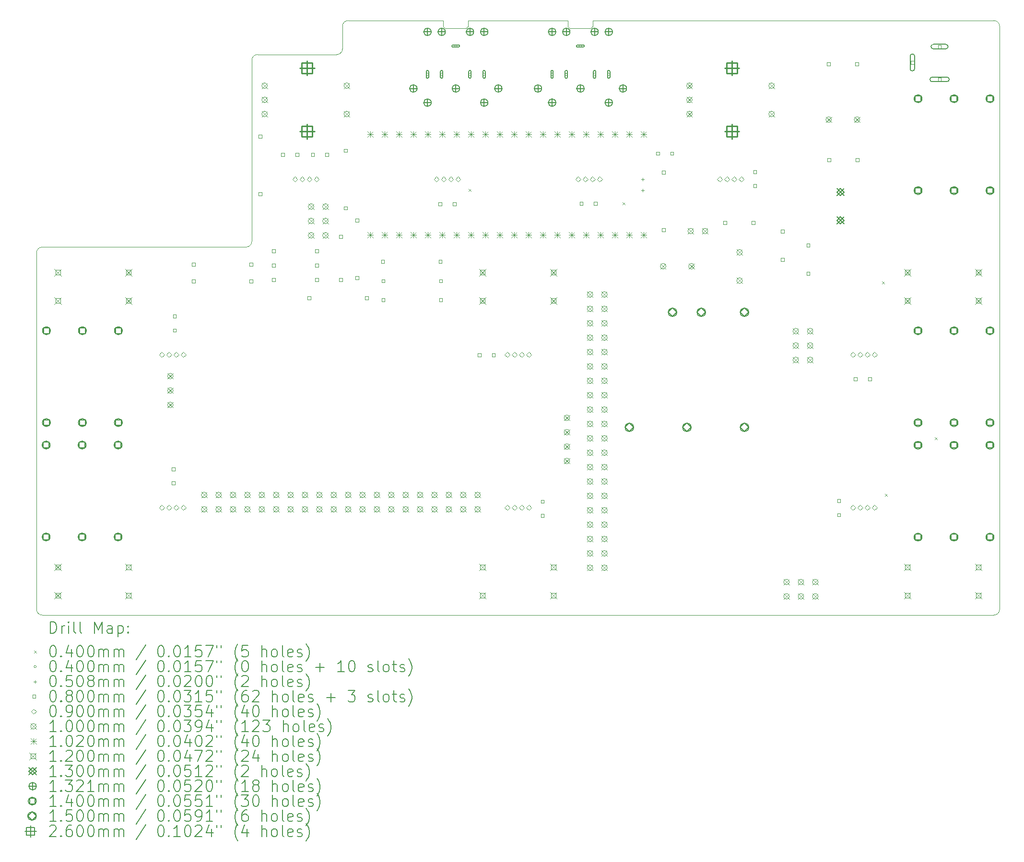
<source format=gbr>
%TF.GenerationSoftware,KiCad,Pcbnew,7.0.1.1-36-gbcf78dbe24-dirty-deb11*%
%TF.CreationDate,2023-04-04T15:18:31+00:00*%
%TF.ProjectId,pedalboard-hw,70656461-6c62-46f6-9172-642d68772e6b,1.0.2*%
%TF.SameCoordinates,Original*%
%TF.FileFunction,Drillmap*%
%TF.FilePolarity,Positive*%
%FSLAX45Y45*%
G04 Gerber Fmt 4.5, Leading zero omitted, Abs format (unit mm)*
G04 Created by KiCad (PCBNEW 7.0.1.1-36-gbcf78dbe24-dirty-deb11) date 2023-04-04 15:18:31*
%MOMM*%
%LPD*%
G01*
G04 APERTURE LIST*
%ADD10C,0.100000*%
%ADD11C,0.200000*%
%ADD12C,0.040000*%
%ADD13C,0.050800*%
%ADD14C,0.080000*%
%ADD15C,0.090000*%
%ADD16C,0.102000*%
%ADD17C,0.120000*%
%ADD18C,0.130000*%
%ADD19C,0.132080*%
%ADD20C,0.140000*%
%ADD21C,0.150000*%
%ADD22C,0.260000*%
G04 APERTURE END LIST*
D10*
X11820000Y-2000000D02*
X18900000Y-2000000D01*
X2000000Y-12400000D02*
X2000000Y-6100000D01*
X2100000Y-12500000D02*
X18900000Y-12500000D01*
X7400000Y-2100000D02*
X7400000Y-2500000D01*
X7500000Y-2000000D02*
G75*
G03*
X7400000Y-2100000I0J-100000D01*
G01*
X11380000Y-2100000D02*
G75*
G03*
X11420000Y-2140000I40000J0D01*
G01*
X2000000Y-12400000D02*
G75*
G03*
X2100000Y-12500000I100000J0D01*
G01*
X9180000Y-2100000D02*
G75*
G03*
X9220000Y-2140000I40000J0D01*
G01*
X11420000Y-2140000D02*
X11780000Y-2140000D01*
X5800000Y-5900000D02*
X5800000Y-2700000D01*
X2100000Y-6000000D02*
X5700000Y-6000000D01*
X5900000Y-2600000D02*
G75*
G03*
X5800000Y-2700000I0J-100000D01*
G01*
X19000000Y-2100000D02*
X19000000Y-12400000D01*
X11380000Y-2000000D02*
X11380000Y-2100000D01*
X9620000Y-2100000D02*
X9620000Y-2000000D01*
X9620000Y-2000000D02*
X11380000Y-2000000D01*
X19000000Y-2100000D02*
G75*
G03*
X18900000Y-2000000I-100000J0D01*
G01*
X9580000Y-2140000D02*
G75*
G03*
X9620000Y-2100000I0J40000D01*
G01*
X7300000Y-2600000D02*
X5900000Y-2600000D01*
X9180000Y-2000000D02*
X9180000Y-2100000D01*
X2100000Y-6000000D02*
G75*
G03*
X2000000Y-6100000I0J-100000D01*
G01*
X7300000Y-2600000D02*
G75*
G03*
X7400000Y-2500000I0J100000D01*
G01*
X9220000Y-2140000D02*
X9580000Y-2140000D01*
X5700000Y-6000000D02*
G75*
G03*
X5800000Y-5900000I0J100000D01*
G01*
X9180000Y-2000000D02*
X7500000Y-2000000D01*
X18900000Y-12500000D02*
G75*
G03*
X19000000Y-12400000I0J100000D01*
G01*
X11780000Y-2140000D02*
G75*
G03*
X11820000Y-2100000I0J40000D01*
G01*
X11820000Y-2100000D02*
X11820000Y-2000000D01*
D11*
D12*
X9630000Y-4975000D02*
X9670000Y-5015000D01*
X9670000Y-4975000D02*
X9630000Y-5015000D01*
X12345000Y-5212400D02*
X12385000Y-5252400D01*
X12385000Y-5212400D02*
X12345000Y-5252400D01*
X16926880Y-6609400D02*
X16966880Y-6649400D01*
X16966880Y-6609400D02*
X16926880Y-6649400D01*
X16977680Y-10358440D02*
X17017680Y-10398440D01*
X17017680Y-10358440D02*
X16977680Y-10398440D01*
X17860000Y-9360000D02*
X17900000Y-9400000D01*
X17900000Y-9360000D02*
X17860000Y-9400000D01*
X8920000Y-2950000D02*
G75*
G03*
X8920000Y-2950000I-20000J0D01*
G01*
D11*
X8880000Y-2900000D02*
X8880000Y-3000000D01*
X8880000Y-3000000D02*
G75*
G03*
X8920000Y-3000000I20000J0D01*
G01*
X8920000Y-3000000D02*
X8920000Y-2900000D01*
X8920000Y-2900000D02*
G75*
G03*
X8880000Y-2900000I-20000J0D01*
G01*
D12*
X9170000Y-2950000D02*
G75*
G03*
X9170000Y-2950000I-20000J0D01*
G01*
D11*
X9130000Y-2900000D02*
X9130000Y-3000000D01*
X9130000Y-3000000D02*
G75*
G03*
X9170000Y-3000000I20000J0D01*
G01*
X9170000Y-3000000D02*
X9170000Y-2900000D01*
X9170000Y-2900000D02*
G75*
G03*
X9130000Y-2900000I-20000J0D01*
G01*
D12*
X9420000Y-2450000D02*
G75*
G03*
X9420000Y-2450000I-20000J0D01*
G01*
D11*
X9450000Y-2430000D02*
X9350000Y-2430000D01*
X9350000Y-2430000D02*
G75*
G03*
X9350000Y-2470000I0J-20000D01*
G01*
X9350000Y-2470000D02*
X9450000Y-2470000D01*
X9450000Y-2470000D02*
G75*
G03*
X9450000Y-2430000I0J20000D01*
G01*
D12*
X9670000Y-2950000D02*
G75*
G03*
X9670000Y-2950000I-20000J0D01*
G01*
D11*
X9670000Y-3000000D02*
X9670000Y-2900000D01*
X9670000Y-2900000D02*
G75*
G03*
X9630000Y-2900000I-20000J0D01*
G01*
X9630000Y-2900000D02*
X9630000Y-3000000D01*
X9630000Y-3000000D02*
G75*
G03*
X9670000Y-3000000I20000J0D01*
G01*
D12*
X9920000Y-2950000D02*
G75*
G03*
X9920000Y-2950000I-20000J0D01*
G01*
D11*
X9920000Y-3000000D02*
X9920000Y-2900000D01*
X9920000Y-2900000D02*
G75*
G03*
X9880000Y-2900000I-20000J0D01*
G01*
X9880000Y-2900000D02*
X9880000Y-3000000D01*
X9880000Y-3000000D02*
G75*
G03*
X9920000Y-3000000I20000J0D01*
G01*
D12*
X11120000Y-2950000D02*
G75*
G03*
X11120000Y-2950000I-20000J0D01*
G01*
D11*
X11080000Y-2900000D02*
X11080000Y-3000000D01*
X11080000Y-3000000D02*
G75*
G03*
X11120000Y-3000000I20000J0D01*
G01*
X11120000Y-3000000D02*
X11120000Y-2900000D01*
X11120000Y-2900000D02*
G75*
G03*
X11080000Y-2900000I-20000J0D01*
G01*
D12*
X11370000Y-2950000D02*
G75*
G03*
X11370000Y-2950000I-20000J0D01*
G01*
D11*
X11330000Y-2900000D02*
X11330000Y-3000000D01*
X11330000Y-3000000D02*
G75*
G03*
X11370000Y-3000000I20000J0D01*
G01*
X11370000Y-3000000D02*
X11370000Y-2900000D01*
X11370000Y-2900000D02*
G75*
G03*
X11330000Y-2900000I-20000J0D01*
G01*
D12*
X11620000Y-2450000D02*
G75*
G03*
X11620000Y-2450000I-20000J0D01*
G01*
D11*
X11650000Y-2430000D02*
X11550000Y-2430000D01*
X11550000Y-2430000D02*
G75*
G03*
X11550000Y-2470000I0J-20000D01*
G01*
X11550000Y-2470000D02*
X11650000Y-2470000D01*
X11650000Y-2470000D02*
G75*
G03*
X11650000Y-2430000I0J20000D01*
G01*
D12*
X11870000Y-2950000D02*
G75*
G03*
X11870000Y-2950000I-20000J0D01*
G01*
D11*
X11870000Y-3000000D02*
X11870000Y-2900000D01*
X11870000Y-2900000D02*
G75*
G03*
X11830000Y-2900000I-20000J0D01*
G01*
X11830000Y-2900000D02*
X11830000Y-3000000D01*
X11830000Y-3000000D02*
G75*
G03*
X11870000Y-3000000I20000J0D01*
G01*
D12*
X12120000Y-2950000D02*
G75*
G03*
X12120000Y-2950000I-20000J0D01*
G01*
D11*
X12120000Y-3000000D02*
X12120000Y-2900000D01*
X12120000Y-2900000D02*
G75*
G03*
X12080000Y-2900000I-20000J0D01*
G01*
X12080000Y-2900000D02*
X12080000Y-3000000D01*
X12080000Y-3000000D02*
G75*
G03*
X12120000Y-3000000I20000J0D01*
G01*
D13*
X12700000Y-4774600D02*
X12700000Y-4825400D01*
X12674600Y-4800000D02*
X12725400Y-4800000D01*
X12700000Y-4974600D02*
X12700000Y-5025400D01*
X12674600Y-5000000D02*
X12725400Y-5000000D01*
D14*
X4443785Y-9948285D02*
X4443785Y-9891716D01*
X4387216Y-9891716D01*
X4387216Y-9948285D01*
X4443785Y-9948285D01*
X4443785Y-10198285D02*
X4443785Y-10141716D01*
X4387216Y-10141716D01*
X4387216Y-10198285D01*
X4443785Y-10198285D01*
X4463785Y-7248284D02*
X4463785Y-7191715D01*
X4407216Y-7191715D01*
X4407216Y-7248284D01*
X4463785Y-7248284D01*
X4463785Y-7498284D02*
X4463785Y-7441715D01*
X4407216Y-7441715D01*
X4407216Y-7498284D01*
X4463785Y-7498284D01*
X4797785Y-6333284D02*
X4797785Y-6276715D01*
X4741216Y-6276715D01*
X4741216Y-6333284D01*
X4797785Y-6333284D01*
X4797785Y-6633284D02*
X4797785Y-6576715D01*
X4741216Y-6576715D01*
X4741216Y-6633284D01*
X4797785Y-6633284D01*
X5813784Y-6333284D02*
X5813784Y-6276715D01*
X5757215Y-6276715D01*
X5757215Y-6333284D01*
X5813784Y-6333284D01*
X5813784Y-6633284D02*
X5813784Y-6576715D01*
X5757215Y-6576715D01*
X5757215Y-6633284D01*
X5813784Y-6633284D01*
X5978284Y-4072784D02*
X5978284Y-4016215D01*
X5921715Y-4016215D01*
X5921715Y-4072784D01*
X5978284Y-4072784D01*
X5978284Y-5088785D02*
X5978284Y-5032216D01*
X5921715Y-5032216D01*
X5921715Y-5088785D01*
X5978284Y-5088785D01*
X6213784Y-6100284D02*
X6213784Y-6043715D01*
X6157215Y-6043715D01*
X6157215Y-6100284D01*
X6213784Y-6100284D01*
X6213784Y-6354284D02*
X6213784Y-6297715D01*
X6157215Y-6297715D01*
X6157215Y-6354284D01*
X6213784Y-6354284D01*
X6213784Y-6608284D02*
X6213784Y-6551715D01*
X6157215Y-6551715D01*
X6157215Y-6608284D01*
X6213784Y-6608284D01*
X6375784Y-4398285D02*
X6375784Y-4341716D01*
X6319215Y-4341716D01*
X6319215Y-4398285D01*
X6375784Y-4398285D01*
X6625784Y-4398285D02*
X6625784Y-4341716D01*
X6569215Y-4341716D01*
X6569215Y-4398285D01*
X6625784Y-4398285D01*
X6840284Y-6926284D02*
X6840284Y-6869715D01*
X6783715Y-6869715D01*
X6783715Y-6926284D01*
X6840284Y-6926284D01*
X6903284Y-4395785D02*
X6903284Y-4339216D01*
X6846715Y-4339216D01*
X6846715Y-4395785D01*
X6903284Y-4395785D01*
X6975784Y-6100284D02*
X6975784Y-6043715D01*
X6919215Y-6043715D01*
X6919215Y-6100284D01*
X6975784Y-6100284D01*
X6975784Y-6354284D02*
X6975784Y-6297715D01*
X6919215Y-6297715D01*
X6919215Y-6354284D01*
X6975784Y-6354284D01*
X6975784Y-6608284D02*
X6975784Y-6551715D01*
X6919215Y-6551715D01*
X6919215Y-6608284D01*
X6975784Y-6608284D01*
X7153284Y-4395785D02*
X7153284Y-4339216D01*
X7096715Y-4339216D01*
X7096715Y-4395785D01*
X7153284Y-4395785D01*
X7398284Y-5843784D02*
X7398284Y-5787215D01*
X7341715Y-5787215D01*
X7341715Y-5843784D01*
X7398284Y-5843784D01*
X7398284Y-6605784D02*
X7398284Y-6549215D01*
X7341715Y-6549215D01*
X7341715Y-6605784D01*
X7398284Y-6605784D01*
X7485784Y-4322785D02*
X7485784Y-4266216D01*
X7429215Y-4266216D01*
X7429215Y-4322785D01*
X7485784Y-4322785D01*
X7485784Y-5338785D02*
X7485784Y-5282216D01*
X7429215Y-5282216D01*
X7429215Y-5338785D01*
X7485784Y-5338785D01*
X7688284Y-5555285D02*
X7688284Y-5498716D01*
X7631715Y-5498716D01*
X7631715Y-5555285D01*
X7688284Y-5555285D01*
X7688284Y-6571284D02*
X7688284Y-6514715D01*
X7631715Y-6514715D01*
X7631715Y-6571284D01*
X7688284Y-6571284D01*
X7856284Y-6926284D02*
X7856284Y-6869715D01*
X7799715Y-6869715D01*
X7799715Y-6926284D01*
X7856284Y-6926284D01*
X8140284Y-6285784D02*
X8140284Y-6229215D01*
X8083715Y-6229215D01*
X8083715Y-6285784D01*
X8140284Y-6285784D01*
X8147284Y-6626284D02*
X8147284Y-6569715D01*
X8090715Y-6569715D01*
X8090715Y-6626284D01*
X8147284Y-6626284D01*
X8147284Y-6962284D02*
X8147284Y-6905715D01*
X8090715Y-6905715D01*
X8090715Y-6962284D01*
X8147284Y-6962284D01*
X9153285Y-5268285D02*
X9153285Y-5211716D01*
X9096716Y-5211716D01*
X9096716Y-5268285D01*
X9153285Y-5268285D01*
X9156285Y-6285784D02*
X9156285Y-6229215D01*
X9099716Y-6229215D01*
X9099716Y-6285784D01*
X9156285Y-6285784D01*
X9163285Y-6626284D02*
X9163285Y-6569715D01*
X9106716Y-6569715D01*
X9106716Y-6626284D01*
X9163285Y-6626284D01*
X9163285Y-6962284D02*
X9163285Y-6905715D01*
X9106716Y-6905715D01*
X9106716Y-6962284D01*
X9163285Y-6962284D01*
X9403285Y-5268285D02*
X9403285Y-5211716D01*
X9346716Y-5211716D01*
X9346716Y-5268285D01*
X9403285Y-5268285D01*
X9845285Y-7933284D02*
X9845285Y-7876715D01*
X9788716Y-7876715D01*
X9788716Y-7933284D01*
X9845285Y-7933284D01*
X10095285Y-7933284D02*
X10095285Y-7876715D01*
X10038716Y-7876715D01*
X10038716Y-7933284D01*
X10095285Y-7933284D01*
X10959285Y-10521285D02*
X10959285Y-10464716D01*
X10902716Y-10464716D01*
X10902716Y-10521285D01*
X10959285Y-10521285D01*
X10959285Y-10771285D02*
X10959285Y-10714716D01*
X10902716Y-10714716D01*
X10902716Y-10771285D01*
X10959285Y-10771285D01*
X11643284Y-5258285D02*
X11643284Y-5201716D01*
X11586715Y-5201716D01*
X11586715Y-5258285D01*
X11643284Y-5258285D01*
X11893284Y-5258285D02*
X11893284Y-5201716D01*
X11836715Y-5201716D01*
X11836715Y-5258285D01*
X11893284Y-5258285D01*
X12993284Y-4375285D02*
X12993284Y-4318716D01*
X12936715Y-4318716D01*
X12936715Y-4375285D01*
X12993284Y-4375285D01*
X13098284Y-4710285D02*
X13098284Y-4653716D01*
X13041715Y-4653716D01*
X13041715Y-4710285D01*
X13098284Y-4710285D01*
X13098284Y-5726284D02*
X13098284Y-5669715D01*
X13041715Y-5669715D01*
X13041715Y-5726284D01*
X13098284Y-5726284D01*
X13243284Y-4375285D02*
X13243284Y-4318716D01*
X13186715Y-4318716D01*
X13186715Y-4375285D01*
X13243284Y-4375285D01*
X14178284Y-5598284D02*
X14178284Y-5541716D01*
X14121715Y-5541716D01*
X14121715Y-5598284D01*
X14178284Y-5598284D01*
X14678284Y-5598284D02*
X14678284Y-5541716D01*
X14621715Y-5541716D01*
X14621715Y-5598284D01*
X14678284Y-5598284D01*
X14708284Y-4698285D02*
X14708284Y-4641716D01*
X14651715Y-4641716D01*
X14651715Y-4698285D01*
X14708284Y-4698285D01*
X14708284Y-4948285D02*
X14708284Y-4891716D01*
X14651715Y-4891716D01*
X14651715Y-4948285D01*
X14708284Y-4948285D01*
X15198284Y-5748284D02*
X15198284Y-5691715D01*
X15141715Y-5691715D01*
X15141715Y-5748284D01*
X15198284Y-5748284D01*
X15198284Y-6248284D02*
X15198284Y-6191715D01*
X15141715Y-6191715D01*
X15141715Y-6248284D01*
X15198284Y-6248284D01*
X15648284Y-5998284D02*
X15648284Y-5941715D01*
X15591715Y-5941715D01*
X15591715Y-5998284D01*
X15648284Y-5998284D01*
X15648284Y-6498284D02*
X15648284Y-6441715D01*
X15591715Y-6441715D01*
X15591715Y-6498284D01*
X15648284Y-6498284D01*
X16008284Y-2798284D02*
X16008284Y-2741716D01*
X15951715Y-2741716D01*
X15951715Y-2798284D01*
X16008284Y-2798284D01*
X16018284Y-4488285D02*
X16018284Y-4431716D01*
X15961715Y-4431716D01*
X15961715Y-4488285D01*
X16018284Y-4488285D01*
X16190284Y-10508285D02*
X16190284Y-10451716D01*
X16133715Y-10451716D01*
X16133715Y-10508285D01*
X16190284Y-10508285D01*
X16190284Y-10758285D02*
X16190284Y-10701716D01*
X16133715Y-10701716D01*
X16133715Y-10758285D01*
X16190284Y-10758285D01*
X16485284Y-8358284D02*
X16485284Y-8301715D01*
X16428715Y-8301715D01*
X16428715Y-8358284D01*
X16485284Y-8358284D01*
X16508284Y-2798284D02*
X16508284Y-2741716D01*
X16451715Y-2741716D01*
X16451715Y-2798284D01*
X16508284Y-2798284D01*
X16518284Y-4488285D02*
X16518284Y-4431716D01*
X16461715Y-4431716D01*
X16461715Y-4488285D01*
X16518284Y-4488285D01*
X16735284Y-8358284D02*
X16735284Y-8301715D01*
X16678715Y-8301715D01*
X16678715Y-8358284D01*
X16735284Y-8358284D01*
X17488285Y-2768285D02*
X17488285Y-2711716D01*
X17431716Y-2711716D01*
X17431716Y-2768285D01*
X17488285Y-2768285D01*
D11*
X17420000Y-2630000D02*
X17420000Y-2850000D01*
X17420000Y-2850000D02*
G75*
G03*
X17500000Y-2850000I40000J0D01*
G01*
X17500000Y-2850000D02*
X17500000Y-2630000D01*
X17500000Y-2630000D02*
G75*
G03*
X17420000Y-2630000I-40000J0D01*
G01*
D14*
X17968285Y-2488285D02*
X17968285Y-2431716D01*
X17911716Y-2431716D01*
X17911716Y-2488285D01*
X17968285Y-2488285D01*
D11*
X18050000Y-2420000D02*
X17830000Y-2420000D01*
X17830000Y-2420000D02*
G75*
G03*
X17830000Y-2500000I0J-40000D01*
G01*
X17830000Y-2500000D02*
X18050000Y-2500000D01*
X18050000Y-2500000D02*
G75*
G03*
X18050000Y-2420000I0J40000D01*
G01*
D14*
X17968285Y-3068284D02*
X17968285Y-3011715D01*
X17911716Y-3011715D01*
X17911716Y-3068284D01*
X17968285Y-3068284D01*
D11*
X18070000Y-3000000D02*
X17810000Y-3000000D01*
X17810000Y-3000000D02*
G75*
G03*
X17810000Y-3080000I0J-40000D01*
G01*
X17810000Y-3080000D02*
X18070000Y-3080000D01*
X18070000Y-3080000D02*
G75*
G03*
X18070000Y-3000000I0J40000D01*
G01*
D15*
X4210000Y-7945000D02*
X4255000Y-7900000D01*
X4210000Y-7855000D01*
X4165000Y-7900000D01*
X4210000Y-7945000D01*
X4210000Y-10645000D02*
X4255000Y-10600000D01*
X4210000Y-10555000D01*
X4165000Y-10600000D01*
X4210000Y-10645000D01*
X4337000Y-7945000D02*
X4382000Y-7900000D01*
X4337000Y-7855000D01*
X4292000Y-7900000D01*
X4337000Y-7945000D01*
X4337000Y-10645000D02*
X4382000Y-10600000D01*
X4337000Y-10555000D01*
X4292000Y-10600000D01*
X4337000Y-10645000D01*
X4464000Y-7945000D02*
X4509000Y-7900000D01*
X4464000Y-7855000D01*
X4419000Y-7900000D01*
X4464000Y-7945000D01*
X4464000Y-10645000D02*
X4509000Y-10600000D01*
X4464000Y-10555000D01*
X4419000Y-10600000D01*
X4464000Y-10645000D01*
X4591000Y-7945000D02*
X4636000Y-7900000D01*
X4591000Y-7855000D01*
X4546000Y-7900000D01*
X4591000Y-7945000D01*
X4591000Y-10645000D02*
X4636000Y-10600000D01*
X4591000Y-10555000D01*
X4546000Y-10600000D01*
X4591000Y-10645000D01*
X6560000Y-4845000D02*
X6605000Y-4800000D01*
X6560000Y-4755000D01*
X6515000Y-4800000D01*
X6560000Y-4845000D01*
X6687000Y-4845000D02*
X6732000Y-4800000D01*
X6687000Y-4755000D01*
X6642000Y-4800000D01*
X6687000Y-4845000D01*
X6814000Y-4845000D02*
X6859000Y-4800000D01*
X6814000Y-4755000D01*
X6769000Y-4800000D01*
X6814000Y-4845000D01*
X6941000Y-4845000D02*
X6986000Y-4800000D01*
X6941000Y-4755000D01*
X6896000Y-4800000D01*
X6941000Y-4845000D01*
X9060000Y-4845000D02*
X9105000Y-4800000D01*
X9060000Y-4755000D01*
X9015000Y-4800000D01*
X9060000Y-4845000D01*
X9187000Y-4845000D02*
X9232000Y-4800000D01*
X9187000Y-4755000D01*
X9142000Y-4800000D01*
X9187000Y-4845000D01*
X9314000Y-4845000D02*
X9359000Y-4800000D01*
X9314000Y-4755000D01*
X9269000Y-4800000D01*
X9314000Y-4845000D01*
X9441000Y-4845000D02*
X9486000Y-4800000D01*
X9441000Y-4755000D01*
X9396000Y-4800000D01*
X9441000Y-4845000D01*
X10310000Y-7945000D02*
X10355000Y-7900000D01*
X10310000Y-7855000D01*
X10265000Y-7900000D01*
X10310000Y-7945000D01*
X10310000Y-10645000D02*
X10355000Y-10600000D01*
X10310000Y-10555000D01*
X10265000Y-10600000D01*
X10310000Y-10645000D01*
X10437000Y-7945000D02*
X10482000Y-7900000D01*
X10437000Y-7855000D01*
X10392000Y-7900000D01*
X10437000Y-7945000D01*
X10437000Y-10645000D02*
X10482000Y-10600000D01*
X10437000Y-10555000D01*
X10392000Y-10600000D01*
X10437000Y-10645000D01*
X10564000Y-7945000D02*
X10609000Y-7900000D01*
X10564000Y-7855000D01*
X10519000Y-7900000D01*
X10564000Y-7945000D01*
X10564000Y-10645000D02*
X10609000Y-10600000D01*
X10564000Y-10555000D01*
X10519000Y-10600000D01*
X10564000Y-10645000D01*
X10691000Y-7945000D02*
X10736000Y-7900000D01*
X10691000Y-7855000D01*
X10646000Y-7900000D01*
X10691000Y-7945000D01*
X10691000Y-10645000D02*
X10736000Y-10600000D01*
X10691000Y-10555000D01*
X10646000Y-10600000D01*
X10691000Y-10645000D01*
X11560000Y-4845000D02*
X11605000Y-4800000D01*
X11560000Y-4755000D01*
X11515000Y-4800000D01*
X11560000Y-4845000D01*
X11687000Y-4845000D02*
X11732000Y-4800000D01*
X11687000Y-4755000D01*
X11642000Y-4800000D01*
X11687000Y-4845000D01*
X11814000Y-4845000D02*
X11859000Y-4800000D01*
X11814000Y-4755000D01*
X11769000Y-4800000D01*
X11814000Y-4845000D01*
X11941000Y-4845000D02*
X11986000Y-4800000D01*
X11941000Y-4755000D01*
X11896000Y-4800000D01*
X11941000Y-4845000D01*
X14060000Y-4845000D02*
X14105000Y-4800000D01*
X14060000Y-4755000D01*
X14015000Y-4800000D01*
X14060000Y-4845000D01*
X14187000Y-4845000D02*
X14232000Y-4800000D01*
X14187000Y-4755000D01*
X14142000Y-4800000D01*
X14187000Y-4845000D01*
X14314000Y-4845000D02*
X14359000Y-4800000D01*
X14314000Y-4755000D01*
X14269000Y-4800000D01*
X14314000Y-4845000D01*
X14441000Y-4845000D02*
X14486000Y-4800000D01*
X14441000Y-4755000D01*
X14396000Y-4800000D01*
X14441000Y-4845000D01*
X16410000Y-7945000D02*
X16455000Y-7900000D01*
X16410000Y-7855000D01*
X16365000Y-7900000D01*
X16410000Y-7945000D01*
X16410000Y-10645000D02*
X16455000Y-10600000D01*
X16410000Y-10555000D01*
X16365000Y-10600000D01*
X16410000Y-10645000D01*
X16537000Y-7945000D02*
X16582000Y-7900000D01*
X16537000Y-7855000D01*
X16492000Y-7900000D01*
X16537000Y-7945000D01*
X16537000Y-10645000D02*
X16582000Y-10600000D01*
X16537000Y-10555000D01*
X16492000Y-10600000D01*
X16537000Y-10645000D01*
X16664000Y-7945000D02*
X16709000Y-7900000D01*
X16664000Y-7855000D01*
X16619000Y-7900000D01*
X16664000Y-7945000D01*
X16664000Y-10645000D02*
X16709000Y-10600000D01*
X16664000Y-10555000D01*
X16619000Y-10600000D01*
X16664000Y-10645000D01*
X16791000Y-7945000D02*
X16836000Y-7900000D01*
X16791000Y-7855000D01*
X16746000Y-7900000D01*
X16791000Y-7945000D01*
X16791000Y-10645000D02*
X16836000Y-10600000D01*
X16791000Y-10555000D01*
X16746000Y-10600000D01*
X16791000Y-10645000D01*
D10*
X4311500Y-8229000D02*
X4411500Y-8329000D01*
X4411500Y-8229000D02*
X4311500Y-8329000D01*
X4411500Y-8279000D02*
G75*
G03*
X4411500Y-8279000I-50000J0D01*
G01*
X4311500Y-8483000D02*
X4411500Y-8583000D01*
X4411500Y-8483000D02*
X4311500Y-8583000D01*
X4411500Y-8533000D02*
G75*
G03*
X4411500Y-8533000I-50000J0D01*
G01*
X4311500Y-8737000D02*
X4411500Y-8837000D01*
X4411500Y-8737000D02*
X4311500Y-8837000D01*
X4411500Y-8787000D02*
G75*
G03*
X4411500Y-8787000I-50000J0D01*
G01*
X4909000Y-10328000D02*
X5009000Y-10428000D01*
X5009000Y-10328000D02*
X4909000Y-10428000D01*
X5009000Y-10378000D02*
G75*
G03*
X5009000Y-10378000I-50000J0D01*
G01*
X4909000Y-10582000D02*
X5009000Y-10682000D01*
X5009000Y-10582000D02*
X4909000Y-10682000D01*
X5009000Y-10632000D02*
G75*
G03*
X5009000Y-10632000I-50000J0D01*
G01*
X5163000Y-10328000D02*
X5263000Y-10428000D01*
X5263000Y-10328000D02*
X5163000Y-10428000D01*
X5263000Y-10378000D02*
G75*
G03*
X5263000Y-10378000I-50000J0D01*
G01*
X5163000Y-10582000D02*
X5263000Y-10682000D01*
X5263000Y-10582000D02*
X5163000Y-10682000D01*
X5263000Y-10632000D02*
G75*
G03*
X5263000Y-10632000I-50000J0D01*
G01*
X5417000Y-10328000D02*
X5517000Y-10428000D01*
X5517000Y-10328000D02*
X5417000Y-10428000D01*
X5517000Y-10378000D02*
G75*
G03*
X5517000Y-10378000I-50000J0D01*
G01*
X5417000Y-10582000D02*
X5517000Y-10682000D01*
X5517000Y-10582000D02*
X5417000Y-10682000D01*
X5517000Y-10632000D02*
G75*
G03*
X5517000Y-10632000I-50000J0D01*
G01*
X5671000Y-10328000D02*
X5771000Y-10428000D01*
X5771000Y-10328000D02*
X5671000Y-10428000D01*
X5771000Y-10378000D02*
G75*
G03*
X5771000Y-10378000I-50000J0D01*
G01*
X5671000Y-10582000D02*
X5771000Y-10682000D01*
X5771000Y-10582000D02*
X5671000Y-10682000D01*
X5771000Y-10632000D02*
G75*
G03*
X5771000Y-10632000I-50000J0D01*
G01*
X5925000Y-10328000D02*
X6025000Y-10428000D01*
X6025000Y-10328000D02*
X5925000Y-10428000D01*
X6025000Y-10378000D02*
G75*
G03*
X6025000Y-10378000I-50000J0D01*
G01*
X5925000Y-10582000D02*
X6025000Y-10682000D01*
X6025000Y-10582000D02*
X5925000Y-10682000D01*
X6025000Y-10632000D02*
G75*
G03*
X6025000Y-10632000I-50000J0D01*
G01*
X5975000Y-3100000D02*
X6075000Y-3200000D01*
X6075000Y-3100000D02*
X5975000Y-3200000D01*
X6075000Y-3150000D02*
G75*
G03*
X6075000Y-3150000I-50000J0D01*
G01*
X5975000Y-3350000D02*
X6075000Y-3450000D01*
X6075000Y-3350000D02*
X5975000Y-3450000D01*
X6075000Y-3400000D02*
G75*
G03*
X6075000Y-3400000I-50000J0D01*
G01*
X5975000Y-3600000D02*
X6075000Y-3700000D01*
X6075000Y-3600000D02*
X5975000Y-3700000D01*
X6075000Y-3650000D02*
G75*
G03*
X6075000Y-3650000I-50000J0D01*
G01*
X6179000Y-10328000D02*
X6279000Y-10428000D01*
X6279000Y-10328000D02*
X6179000Y-10428000D01*
X6279000Y-10378000D02*
G75*
G03*
X6279000Y-10378000I-50000J0D01*
G01*
X6179000Y-10582000D02*
X6279000Y-10682000D01*
X6279000Y-10582000D02*
X6179000Y-10682000D01*
X6279000Y-10632000D02*
G75*
G03*
X6279000Y-10632000I-50000J0D01*
G01*
X6433000Y-10328000D02*
X6533000Y-10428000D01*
X6533000Y-10328000D02*
X6433000Y-10428000D01*
X6533000Y-10378000D02*
G75*
G03*
X6533000Y-10378000I-50000J0D01*
G01*
X6433000Y-10582000D02*
X6533000Y-10682000D01*
X6533000Y-10582000D02*
X6433000Y-10682000D01*
X6533000Y-10632000D02*
G75*
G03*
X6533000Y-10632000I-50000J0D01*
G01*
X6687000Y-10328000D02*
X6787000Y-10428000D01*
X6787000Y-10328000D02*
X6687000Y-10428000D01*
X6787000Y-10378000D02*
G75*
G03*
X6787000Y-10378000I-50000J0D01*
G01*
X6687000Y-10582000D02*
X6787000Y-10682000D01*
X6787000Y-10582000D02*
X6687000Y-10682000D01*
X6787000Y-10632000D02*
G75*
G03*
X6787000Y-10632000I-50000J0D01*
G01*
X6796000Y-5235000D02*
X6896000Y-5335000D01*
X6896000Y-5235000D02*
X6796000Y-5335000D01*
X6896000Y-5285000D02*
G75*
G03*
X6896000Y-5285000I-50000J0D01*
G01*
X6796000Y-5489000D02*
X6896000Y-5589000D01*
X6896000Y-5489000D02*
X6796000Y-5589000D01*
X6896000Y-5539000D02*
G75*
G03*
X6896000Y-5539000I-50000J0D01*
G01*
X6796000Y-5743000D02*
X6896000Y-5843000D01*
X6896000Y-5743000D02*
X6796000Y-5843000D01*
X6896000Y-5793000D02*
G75*
G03*
X6896000Y-5793000I-50000J0D01*
G01*
X6941000Y-10328000D02*
X7041000Y-10428000D01*
X7041000Y-10328000D02*
X6941000Y-10428000D01*
X7041000Y-10378000D02*
G75*
G03*
X7041000Y-10378000I-50000J0D01*
G01*
X6941000Y-10582000D02*
X7041000Y-10682000D01*
X7041000Y-10582000D02*
X6941000Y-10682000D01*
X7041000Y-10632000D02*
G75*
G03*
X7041000Y-10632000I-50000J0D01*
G01*
X7050000Y-5235000D02*
X7150000Y-5335000D01*
X7150000Y-5235000D02*
X7050000Y-5335000D01*
X7150000Y-5285000D02*
G75*
G03*
X7150000Y-5285000I-50000J0D01*
G01*
X7050000Y-5489000D02*
X7150000Y-5589000D01*
X7150000Y-5489000D02*
X7050000Y-5589000D01*
X7150000Y-5539000D02*
G75*
G03*
X7150000Y-5539000I-50000J0D01*
G01*
X7050000Y-5743000D02*
X7150000Y-5843000D01*
X7150000Y-5743000D02*
X7050000Y-5843000D01*
X7150000Y-5793000D02*
G75*
G03*
X7150000Y-5793000I-50000J0D01*
G01*
X7195000Y-10328000D02*
X7295000Y-10428000D01*
X7295000Y-10328000D02*
X7195000Y-10428000D01*
X7295000Y-10378000D02*
G75*
G03*
X7295000Y-10378000I-50000J0D01*
G01*
X7195000Y-10582000D02*
X7295000Y-10682000D01*
X7295000Y-10582000D02*
X7195000Y-10682000D01*
X7295000Y-10632000D02*
G75*
G03*
X7295000Y-10632000I-50000J0D01*
G01*
X7425000Y-3100000D02*
X7525000Y-3200000D01*
X7525000Y-3100000D02*
X7425000Y-3200000D01*
X7525000Y-3150000D02*
G75*
G03*
X7525000Y-3150000I-50000J0D01*
G01*
X7425000Y-3600000D02*
X7525000Y-3700000D01*
X7525000Y-3600000D02*
X7425000Y-3700000D01*
X7525000Y-3650000D02*
G75*
G03*
X7525000Y-3650000I-50000J0D01*
G01*
X7449000Y-10328000D02*
X7549000Y-10428000D01*
X7549000Y-10328000D02*
X7449000Y-10428000D01*
X7549000Y-10378000D02*
G75*
G03*
X7549000Y-10378000I-50000J0D01*
G01*
X7449000Y-10582000D02*
X7549000Y-10682000D01*
X7549000Y-10582000D02*
X7449000Y-10682000D01*
X7549000Y-10632000D02*
G75*
G03*
X7549000Y-10632000I-50000J0D01*
G01*
X7703000Y-10328000D02*
X7803000Y-10428000D01*
X7803000Y-10328000D02*
X7703000Y-10428000D01*
X7803000Y-10378000D02*
G75*
G03*
X7803000Y-10378000I-50000J0D01*
G01*
X7703000Y-10582000D02*
X7803000Y-10682000D01*
X7803000Y-10582000D02*
X7703000Y-10682000D01*
X7803000Y-10632000D02*
G75*
G03*
X7803000Y-10632000I-50000J0D01*
G01*
X7957000Y-10328000D02*
X8057000Y-10428000D01*
X8057000Y-10328000D02*
X7957000Y-10428000D01*
X8057000Y-10378000D02*
G75*
G03*
X8057000Y-10378000I-50000J0D01*
G01*
X7957000Y-10582000D02*
X8057000Y-10682000D01*
X8057000Y-10582000D02*
X7957000Y-10682000D01*
X8057000Y-10632000D02*
G75*
G03*
X8057000Y-10632000I-50000J0D01*
G01*
X8211000Y-10328000D02*
X8311000Y-10428000D01*
X8311000Y-10328000D02*
X8211000Y-10428000D01*
X8311000Y-10378000D02*
G75*
G03*
X8311000Y-10378000I-50000J0D01*
G01*
X8211000Y-10582000D02*
X8311000Y-10682000D01*
X8311000Y-10582000D02*
X8211000Y-10682000D01*
X8311000Y-10632000D02*
G75*
G03*
X8311000Y-10632000I-50000J0D01*
G01*
X8465000Y-10328000D02*
X8565000Y-10428000D01*
X8565000Y-10328000D02*
X8465000Y-10428000D01*
X8565000Y-10378000D02*
G75*
G03*
X8565000Y-10378000I-50000J0D01*
G01*
X8465000Y-10582000D02*
X8565000Y-10682000D01*
X8565000Y-10582000D02*
X8465000Y-10682000D01*
X8565000Y-10632000D02*
G75*
G03*
X8565000Y-10632000I-50000J0D01*
G01*
X8719000Y-10328000D02*
X8819000Y-10428000D01*
X8819000Y-10328000D02*
X8719000Y-10428000D01*
X8819000Y-10378000D02*
G75*
G03*
X8819000Y-10378000I-50000J0D01*
G01*
X8719000Y-10582000D02*
X8819000Y-10682000D01*
X8819000Y-10582000D02*
X8719000Y-10682000D01*
X8819000Y-10632000D02*
G75*
G03*
X8819000Y-10632000I-50000J0D01*
G01*
X8973000Y-10328000D02*
X9073000Y-10428000D01*
X9073000Y-10328000D02*
X8973000Y-10428000D01*
X9073000Y-10378000D02*
G75*
G03*
X9073000Y-10378000I-50000J0D01*
G01*
X8973000Y-10582000D02*
X9073000Y-10682000D01*
X9073000Y-10582000D02*
X8973000Y-10682000D01*
X9073000Y-10632000D02*
G75*
G03*
X9073000Y-10632000I-50000J0D01*
G01*
X9227000Y-10328000D02*
X9327000Y-10428000D01*
X9327000Y-10328000D02*
X9227000Y-10428000D01*
X9327000Y-10378000D02*
G75*
G03*
X9327000Y-10378000I-50000J0D01*
G01*
X9227000Y-10582000D02*
X9327000Y-10682000D01*
X9327000Y-10582000D02*
X9227000Y-10682000D01*
X9327000Y-10632000D02*
G75*
G03*
X9327000Y-10632000I-50000J0D01*
G01*
X9481000Y-10328000D02*
X9581000Y-10428000D01*
X9581000Y-10328000D02*
X9481000Y-10428000D01*
X9581000Y-10378000D02*
G75*
G03*
X9581000Y-10378000I-50000J0D01*
G01*
X9481000Y-10582000D02*
X9581000Y-10682000D01*
X9581000Y-10582000D02*
X9481000Y-10682000D01*
X9581000Y-10632000D02*
G75*
G03*
X9581000Y-10632000I-50000J0D01*
G01*
X9735000Y-10328000D02*
X9835000Y-10428000D01*
X9835000Y-10328000D02*
X9735000Y-10428000D01*
X9835000Y-10378000D02*
G75*
G03*
X9835000Y-10378000I-50000J0D01*
G01*
X9735000Y-10582000D02*
X9835000Y-10682000D01*
X9835000Y-10582000D02*
X9735000Y-10682000D01*
X9835000Y-10632000D02*
G75*
G03*
X9835000Y-10632000I-50000J0D01*
G01*
X11312500Y-8966000D02*
X11412500Y-9066000D01*
X11412500Y-8966000D02*
X11312500Y-9066000D01*
X11412500Y-9016000D02*
G75*
G03*
X11412500Y-9016000I-50000J0D01*
G01*
X11312500Y-9220000D02*
X11412500Y-9320000D01*
X11412500Y-9220000D02*
X11312500Y-9320000D01*
X11412500Y-9270000D02*
G75*
G03*
X11412500Y-9270000I-50000J0D01*
G01*
X11312500Y-9474000D02*
X11412500Y-9574000D01*
X11412500Y-9474000D02*
X11312500Y-9574000D01*
X11412500Y-9524000D02*
G75*
G03*
X11412500Y-9524000I-50000J0D01*
G01*
X11312500Y-9728000D02*
X11412500Y-9828000D01*
X11412500Y-9728000D02*
X11312500Y-9828000D01*
X11412500Y-9778000D02*
G75*
G03*
X11412500Y-9778000I-50000J0D01*
G01*
X11721000Y-6787560D02*
X11821000Y-6887560D01*
X11821000Y-6787560D02*
X11721000Y-6887560D01*
X11821000Y-6837560D02*
G75*
G03*
X11821000Y-6837560I-50000J0D01*
G01*
X11721000Y-7041560D02*
X11821000Y-7141560D01*
X11821000Y-7041560D02*
X11721000Y-7141560D01*
X11821000Y-7091560D02*
G75*
G03*
X11821000Y-7091560I-50000J0D01*
G01*
X11721000Y-7295560D02*
X11821000Y-7395560D01*
X11821000Y-7295560D02*
X11721000Y-7395560D01*
X11821000Y-7345560D02*
G75*
G03*
X11821000Y-7345560I-50000J0D01*
G01*
X11721000Y-7549560D02*
X11821000Y-7649560D01*
X11821000Y-7549560D02*
X11721000Y-7649560D01*
X11821000Y-7599560D02*
G75*
G03*
X11821000Y-7599560I-50000J0D01*
G01*
X11721000Y-7803560D02*
X11821000Y-7903560D01*
X11821000Y-7803560D02*
X11721000Y-7903560D01*
X11821000Y-7853560D02*
G75*
G03*
X11821000Y-7853560I-50000J0D01*
G01*
X11721000Y-8057560D02*
X11821000Y-8157560D01*
X11821000Y-8057560D02*
X11721000Y-8157560D01*
X11821000Y-8107560D02*
G75*
G03*
X11821000Y-8107560I-50000J0D01*
G01*
X11721000Y-8311560D02*
X11821000Y-8411560D01*
X11821000Y-8311560D02*
X11721000Y-8411560D01*
X11821000Y-8361560D02*
G75*
G03*
X11821000Y-8361560I-50000J0D01*
G01*
X11721000Y-8565560D02*
X11821000Y-8665560D01*
X11821000Y-8565560D02*
X11721000Y-8665560D01*
X11821000Y-8615560D02*
G75*
G03*
X11821000Y-8615560I-50000J0D01*
G01*
X11721000Y-8819560D02*
X11821000Y-8919560D01*
X11821000Y-8819560D02*
X11721000Y-8919560D01*
X11821000Y-8869560D02*
G75*
G03*
X11821000Y-8869560I-50000J0D01*
G01*
X11721000Y-9073560D02*
X11821000Y-9173560D01*
X11821000Y-9073560D02*
X11721000Y-9173560D01*
X11821000Y-9123560D02*
G75*
G03*
X11821000Y-9123560I-50000J0D01*
G01*
X11721000Y-9327560D02*
X11821000Y-9427560D01*
X11821000Y-9327560D02*
X11721000Y-9427560D01*
X11821000Y-9377560D02*
G75*
G03*
X11821000Y-9377560I-50000J0D01*
G01*
X11721000Y-9581560D02*
X11821000Y-9681560D01*
X11821000Y-9581560D02*
X11721000Y-9681560D01*
X11821000Y-9631560D02*
G75*
G03*
X11821000Y-9631560I-50000J0D01*
G01*
X11721000Y-9835560D02*
X11821000Y-9935560D01*
X11821000Y-9835560D02*
X11721000Y-9935560D01*
X11821000Y-9885560D02*
G75*
G03*
X11821000Y-9885560I-50000J0D01*
G01*
X11721000Y-10089560D02*
X11821000Y-10189560D01*
X11821000Y-10089560D02*
X11721000Y-10189560D01*
X11821000Y-10139560D02*
G75*
G03*
X11821000Y-10139560I-50000J0D01*
G01*
X11721000Y-10343560D02*
X11821000Y-10443560D01*
X11821000Y-10343560D02*
X11721000Y-10443560D01*
X11821000Y-10393560D02*
G75*
G03*
X11821000Y-10393560I-50000J0D01*
G01*
X11721000Y-10597560D02*
X11821000Y-10697560D01*
X11821000Y-10597560D02*
X11721000Y-10697560D01*
X11821000Y-10647560D02*
G75*
G03*
X11821000Y-10647560I-50000J0D01*
G01*
X11721000Y-10851560D02*
X11821000Y-10951560D01*
X11821000Y-10851560D02*
X11721000Y-10951560D01*
X11821000Y-10901560D02*
G75*
G03*
X11821000Y-10901560I-50000J0D01*
G01*
X11721000Y-11105560D02*
X11821000Y-11205560D01*
X11821000Y-11105560D02*
X11721000Y-11205560D01*
X11821000Y-11155560D02*
G75*
G03*
X11821000Y-11155560I-50000J0D01*
G01*
X11721000Y-11359560D02*
X11821000Y-11459560D01*
X11821000Y-11359560D02*
X11721000Y-11459560D01*
X11821000Y-11409560D02*
G75*
G03*
X11821000Y-11409560I-50000J0D01*
G01*
X11721000Y-11613560D02*
X11821000Y-11713560D01*
X11821000Y-11613560D02*
X11721000Y-11713560D01*
X11821000Y-11663560D02*
G75*
G03*
X11821000Y-11663560I-50000J0D01*
G01*
X11975000Y-6787560D02*
X12075000Y-6887560D01*
X12075000Y-6787560D02*
X11975000Y-6887560D01*
X12075000Y-6837560D02*
G75*
G03*
X12075000Y-6837560I-50000J0D01*
G01*
X11975000Y-7041560D02*
X12075000Y-7141560D01*
X12075000Y-7041560D02*
X11975000Y-7141560D01*
X12075000Y-7091560D02*
G75*
G03*
X12075000Y-7091560I-50000J0D01*
G01*
X11975000Y-7295560D02*
X12075000Y-7395560D01*
X12075000Y-7295560D02*
X11975000Y-7395560D01*
X12075000Y-7345560D02*
G75*
G03*
X12075000Y-7345560I-50000J0D01*
G01*
X11975000Y-7549560D02*
X12075000Y-7649560D01*
X12075000Y-7549560D02*
X11975000Y-7649560D01*
X12075000Y-7599560D02*
G75*
G03*
X12075000Y-7599560I-50000J0D01*
G01*
X11975000Y-7803560D02*
X12075000Y-7903560D01*
X12075000Y-7803560D02*
X11975000Y-7903560D01*
X12075000Y-7853560D02*
G75*
G03*
X12075000Y-7853560I-50000J0D01*
G01*
X11975000Y-8057560D02*
X12075000Y-8157560D01*
X12075000Y-8057560D02*
X11975000Y-8157560D01*
X12075000Y-8107560D02*
G75*
G03*
X12075000Y-8107560I-50000J0D01*
G01*
X11975000Y-8311560D02*
X12075000Y-8411560D01*
X12075000Y-8311560D02*
X11975000Y-8411560D01*
X12075000Y-8361560D02*
G75*
G03*
X12075000Y-8361560I-50000J0D01*
G01*
X11975000Y-8565560D02*
X12075000Y-8665560D01*
X12075000Y-8565560D02*
X11975000Y-8665560D01*
X12075000Y-8615560D02*
G75*
G03*
X12075000Y-8615560I-50000J0D01*
G01*
X11975000Y-8819560D02*
X12075000Y-8919560D01*
X12075000Y-8819560D02*
X11975000Y-8919560D01*
X12075000Y-8869560D02*
G75*
G03*
X12075000Y-8869560I-50000J0D01*
G01*
X11975000Y-9073560D02*
X12075000Y-9173560D01*
X12075000Y-9073560D02*
X11975000Y-9173560D01*
X12075000Y-9123560D02*
G75*
G03*
X12075000Y-9123560I-50000J0D01*
G01*
X11975000Y-9327560D02*
X12075000Y-9427560D01*
X12075000Y-9327560D02*
X11975000Y-9427560D01*
X12075000Y-9377560D02*
G75*
G03*
X12075000Y-9377560I-50000J0D01*
G01*
X11975000Y-9581560D02*
X12075000Y-9681560D01*
X12075000Y-9581560D02*
X11975000Y-9681560D01*
X12075000Y-9631560D02*
G75*
G03*
X12075000Y-9631560I-50000J0D01*
G01*
X11975000Y-9835560D02*
X12075000Y-9935560D01*
X12075000Y-9835560D02*
X11975000Y-9935560D01*
X12075000Y-9885560D02*
G75*
G03*
X12075000Y-9885560I-50000J0D01*
G01*
X11975000Y-10089560D02*
X12075000Y-10189560D01*
X12075000Y-10089560D02*
X11975000Y-10189560D01*
X12075000Y-10139560D02*
G75*
G03*
X12075000Y-10139560I-50000J0D01*
G01*
X11975000Y-10343560D02*
X12075000Y-10443560D01*
X12075000Y-10343560D02*
X11975000Y-10443560D01*
X12075000Y-10393560D02*
G75*
G03*
X12075000Y-10393560I-50000J0D01*
G01*
X11975000Y-10597560D02*
X12075000Y-10697560D01*
X12075000Y-10597560D02*
X11975000Y-10697560D01*
X12075000Y-10647560D02*
G75*
G03*
X12075000Y-10647560I-50000J0D01*
G01*
X11975000Y-10851560D02*
X12075000Y-10951560D01*
X12075000Y-10851560D02*
X11975000Y-10951560D01*
X12075000Y-10901560D02*
G75*
G03*
X12075000Y-10901560I-50000J0D01*
G01*
X11975000Y-11105560D02*
X12075000Y-11205560D01*
X12075000Y-11105560D02*
X11975000Y-11205560D01*
X12075000Y-11155560D02*
G75*
G03*
X12075000Y-11155560I-50000J0D01*
G01*
X11975000Y-11359560D02*
X12075000Y-11459560D01*
X12075000Y-11359560D02*
X11975000Y-11459560D01*
X12075000Y-11409560D02*
G75*
G03*
X12075000Y-11409560I-50000J0D01*
G01*
X11975000Y-11613560D02*
X12075000Y-11713560D01*
X12075000Y-11613560D02*
X11975000Y-11713560D01*
X12075000Y-11663560D02*
G75*
G03*
X12075000Y-11663560I-50000J0D01*
G01*
X13010000Y-6290000D02*
X13110000Y-6390000D01*
X13110000Y-6290000D02*
X13010000Y-6390000D01*
X13110000Y-6340000D02*
G75*
G03*
X13110000Y-6340000I-50000J0D01*
G01*
X13475000Y-3100000D02*
X13575000Y-3200000D01*
X13575000Y-3100000D02*
X13475000Y-3200000D01*
X13575000Y-3150000D02*
G75*
G03*
X13575000Y-3150000I-50000J0D01*
G01*
X13475000Y-3350000D02*
X13575000Y-3450000D01*
X13575000Y-3350000D02*
X13475000Y-3450000D01*
X13575000Y-3400000D02*
G75*
G03*
X13575000Y-3400000I-50000J0D01*
G01*
X13475000Y-3600000D02*
X13575000Y-3700000D01*
X13575000Y-3600000D02*
X13475000Y-3700000D01*
X13575000Y-3650000D02*
G75*
G03*
X13575000Y-3650000I-50000J0D01*
G01*
X13496000Y-5667500D02*
X13596000Y-5767500D01*
X13596000Y-5667500D02*
X13496000Y-5767500D01*
X13596000Y-5717500D02*
G75*
G03*
X13596000Y-5717500I-50000J0D01*
G01*
X13510000Y-6290000D02*
X13610000Y-6390000D01*
X13610000Y-6290000D02*
X13510000Y-6390000D01*
X13610000Y-6340000D02*
G75*
G03*
X13610000Y-6340000I-50000J0D01*
G01*
X13750000Y-5667500D02*
X13850000Y-5767500D01*
X13850000Y-5667500D02*
X13750000Y-5767500D01*
X13850000Y-5717500D02*
G75*
G03*
X13850000Y-5717500I-50000J0D01*
G01*
X14360000Y-6043232D02*
X14460000Y-6143232D01*
X14460000Y-6043232D02*
X14360000Y-6143232D01*
X14460000Y-6093232D02*
G75*
G03*
X14460000Y-6093232I-50000J0D01*
G01*
X14360000Y-6543232D02*
X14460000Y-6643232D01*
X14460000Y-6543232D02*
X14360000Y-6643232D01*
X14460000Y-6593232D02*
G75*
G03*
X14460000Y-6593232I-50000J0D01*
G01*
X14925000Y-3100000D02*
X15025000Y-3200000D01*
X15025000Y-3100000D02*
X14925000Y-3200000D01*
X15025000Y-3150000D02*
G75*
G03*
X15025000Y-3150000I-50000J0D01*
G01*
X14925000Y-3600000D02*
X15025000Y-3700000D01*
X15025000Y-3600000D02*
X14925000Y-3700000D01*
X15025000Y-3650000D02*
G75*
G03*
X15025000Y-3650000I-50000J0D01*
G01*
X15188000Y-11865060D02*
X15288000Y-11965060D01*
X15288000Y-11865060D02*
X15188000Y-11965060D01*
X15288000Y-11915060D02*
G75*
G03*
X15288000Y-11915060I-50000J0D01*
G01*
X15188000Y-12119060D02*
X15288000Y-12219060D01*
X15288000Y-12119060D02*
X15188000Y-12219060D01*
X15288000Y-12169060D02*
G75*
G03*
X15288000Y-12169060I-50000J0D01*
G01*
X15351500Y-7434560D02*
X15451500Y-7534560D01*
X15451500Y-7434560D02*
X15351500Y-7534560D01*
X15451500Y-7484560D02*
G75*
G03*
X15451500Y-7484560I-50000J0D01*
G01*
X15351500Y-7688560D02*
X15451500Y-7788560D01*
X15451500Y-7688560D02*
X15351500Y-7788560D01*
X15451500Y-7738560D02*
G75*
G03*
X15451500Y-7738560I-50000J0D01*
G01*
X15351500Y-7942560D02*
X15451500Y-8042560D01*
X15451500Y-7942560D02*
X15351500Y-8042560D01*
X15451500Y-7992560D02*
G75*
G03*
X15451500Y-7992560I-50000J0D01*
G01*
X15442000Y-11865060D02*
X15542000Y-11965060D01*
X15542000Y-11865060D02*
X15442000Y-11965060D01*
X15542000Y-11915060D02*
G75*
G03*
X15542000Y-11915060I-50000J0D01*
G01*
X15442000Y-12119060D02*
X15542000Y-12219060D01*
X15542000Y-12119060D02*
X15442000Y-12219060D01*
X15542000Y-12169060D02*
G75*
G03*
X15542000Y-12169060I-50000J0D01*
G01*
X15605500Y-7434560D02*
X15705500Y-7534560D01*
X15705500Y-7434560D02*
X15605500Y-7534560D01*
X15705500Y-7484560D02*
G75*
G03*
X15705500Y-7484560I-50000J0D01*
G01*
X15605500Y-7688560D02*
X15705500Y-7788560D01*
X15705500Y-7688560D02*
X15605500Y-7788560D01*
X15705500Y-7738560D02*
G75*
G03*
X15705500Y-7738560I-50000J0D01*
G01*
X15605500Y-7942560D02*
X15705500Y-8042560D01*
X15705500Y-7942560D02*
X15605500Y-8042560D01*
X15705500Y-7992560D02*
G75*
G03*
X15705500Y-7992560I-50000J0D01*
G01*
X15696000Y-11865060D02*
X15796000Y-11965060D01*
X15796000Y-11865060D02*
X15696000Y-11965060D01*
X15796000Y-11915060D02*
G75*
G03*
X15796000Y-11915060I-50000J0D01*
G01*
X15696000Y-12119060D02*
X15796000Y-12219060D01*
X15796000Y-12119060D02*
X15696000Y-12219060D01*
X15796000Y-12169060D02*
G75*
G03*
X15796000Y-12169060I-50000J0D01*
G01*
X15933232Y-3700000D02*
X16033232Y-3800000D01*
X16033232Y-3700000D02*
X15933232Y-3800000D01*
X16033232Y-3750000D02*
G75*
G03*
X16033232Y-3750000I-50000J0D01*
G01*
X16433232Y-3700000D02*
X16533232Y-3800000D01*
X16533232Y-3700000D02*
X16433232Y-3800000D01*
X16533232Y-3750000D02*
G75*
G03*
X16533232Y-3750000I-50000J0D01*
G01*
D16*
X7836000Y-3960000D02*
X7938000Y-4062000D01*
X7938000Y-3960000D02*
X7836000Y-4062000D01*
X7887000Y-3960000D02*
X7887000Y-4062000D01*
X7836000Y-4011000D02*
X7938000Y-4011000D01*
X7836000Y-5738000D02*
X7938000Y-5840000D01*
X7938000Y-5738000D02*
X7836000Y-5840000D01*
X7887000Y-5738000D02*
X7887000Y-5840000D01*
X7836000Y-5789000D02*
X7938000Y-5789000D01*
X8090000Y-3960000D02*
X8192000Y-4062000D01*
X8192000Y-3960000D02*
X8090000Y-4062000D01*
X8141000Y-3960000D02*
X8141000Y-4062000D01*
X8090000Y-4011000D02*
X8192000Y-4011000D01*
X8090000Y-5738000D02*
X8192000Y-5840000D01*
X8192000Y-5738000D02*
X8090000Y-5840000D01*
X8141000Y-5738000D02*
X8141000Y-5840000D01*
X8090000Y-5789000D02*
X8192000Y-5789000D01*
X8344000Y-3960000D02*
X8446000Y-4062000D01*
X8446000Y-3960000D02*
X8344000Y-4062000D01*
X8395000Y-3960000D02*
X8395000Y-4062000D01*
X8344000Y-4011000D02*
X8446000Y-4011000D01*
X8344000Y-5738000D02*
X8446000Y-5840000D01*
X8446000Y-5738000D02*
X8344000Y-5840000D01*
X8395000Y-5738000D02*
X8395000Y-5840000D01*
X8344000Y-5789000D02*
X8446000Y-5789000D01*
X8598000Y-3960000D02*
X8700000Y-4062000D01*
X8700000Y-3960000D02*
X8598000Y-4062000D01*
X8649000Y-3960000D02*
X8649000Y-4062000D01*
X8598000Y-4011000D02*
X8700000Y-4011000D01*
X8598000Y-5738000D02*
X8700000Y-5840000D01*
X8700000Y-5738000D02*
X8598000Y-5840000D01*
X8649000Y-5738000D02*
X8649000Y-5840000D01*
X8598000Y-5789000D02*
X8700000Y-5789000D01*
X8852000Y-3960000D02*
X8954000Y-4062000D01*
X8954000Y-3960000D02*
X8852000Y-4062000D01*
X8903000Y-3960000D02*
X8903000Y-4062000D01*
X8852000Y-4011000D02*
X8954000Y-4011000D01*
X8852000Y-5738000D02*
X8954000Y-5840000D01*
X8954000Y-5738000D02*
X8852000Y-5840000D01*
X8903000Y-5738000D02*
X8903000Y-5840000D01*
X8852000Y-5789000D02*
X8954000Y-5789000D01*
X9106000Y-3960000D02*
X9208000Y-4062000D01*
X9208000Y-3960000D02*
X9106000Y-4062000D01*
X9157000Y-3960000D02*
X9157000Y-4062000D01*
X9106000Y-4011000D02*
X9208000Y-4011000D01*
X9106000Y-5738000D02*
X9208000Y-5840000D01*
X9208000Y-5738000D02*
X9106000Y-5840000D01*
X9157000Y-5738000D02*
X9157000Y-5840000D01*
X9106000Y-5789000D02*
X9208000Y-5789000D01*
X9360000Y-3960000D02*
X9462000Y-4062000D01*
X9462000Y-3960000D02*
X9360000Y-4062000D01*
X9411000Y-3960000D02*
X9411000Y-4062000D01*
X9360000Y-4011000D02*
X9462000Y-4011000D01*
X9360000Y-5738000D02*
X9462000Y-5840000D01*
X9462000Y-5738000D02*
X9360000Y-5840000D01*
X9411000Y-5738000D02*
X9411000Y-5840000D01*
X9360000Y-5789000D02*
X9462000Y-5789000D01*
X9614000Y-3960000D02*
X9716000Y-4062000D01*
X9716000Y-3960000D02*
X9614000Y-4062000D01*
X9665000Y-3960000D02*
X9665000Y-4062000D01*
X9614000Y-4011000D02*
X9716000Y-4011000D01*
X9614000Y-5738000D02*
X9716000Y-5840000D01*
X9716000Y-5738000D02*
X9614000Y-5840000D01*
X9665000Y-5738000D02*
X9665000Y-5840000D01*
X9614000Y-5789000D02*
X9716000Y-5789000D01*
X9868000Y-3960000D02*
X9970000Y-4062000D01*
X9970000Y-3960000D02*
X9868000Y-4062000D01*
X9919000Y-3960000D02*
X9919000Y-4062000D01*
X9868000Y-4011000D02*
X9970000Y-4011000D01*
X9868000Y-5738000D02*
X9970000Y-5840000D01*
X9970000Y-5738000D02*
X9868000Y-5840000D01*
X9919000Y-5738000D02*
X9919000Y-5840000D01*
X9868000Y-5789000D02*
X9970000Y-5789000D01*
X10122000Y-3960000D02*
X10224000Y-4062000D01*
X10224000Y-3960000D02*
X10122000Y-4062000D01*
X10173000Y-3960000D02*
X10173000Y-4062000D01*
X10122000Y-4011000D02*
X10224000Y-4011000D01*
X10122000Y-5738000D02*
X10224000Y-5840000D01*
X10224000Y-5738000D02*
X10122000Y-5840000D01*
X10173000Y-5738000D02*
X10173000Y-5840000D01*
X10122000Y-5789000D02*
X10224000Y-5789000D01*
X10376000Y-3960000D02*
X10478000Y-4062000D01*
X10478000Y-3960000D02*
X10376000Y-4062000D01*
X10427000Y-3960000D02*
X10427000Y-4062000D01*
X10376000Y-4011000D02*
X10478000Y-4011000D01*
X10376000Y-5738000D02*
X10478000Y-5840000D01*
X10478000Y-5738000D02*
X10376000Y-5840000D01*
X10427000Y-5738000D02*
X10427000Y-5840000D01*
X10376000Y-5789000D02*
X10478000Y-5789000D01*
X10630000Y-3960000D02*
X10732000Y-4062000D01*
X10732000Y-3960000D02*
X10630000Y-4062000D01*
X10681000Y-3960000D02*
X10681000Y-4062000D01*
X10630000Y-4011000D02*
X10732000Y-4011000D01*
X10630000Y-5738000D02*
X10732000Y-5840000D01*
X10732000Y-5738000D02*
X10630000Y-5840000D01*
X10681000Y-5738000D02*
X10681000Y-5840000D01*
X10630000Y-5789000D02*
X10732000Y-5789000D01*
X10884000Y-3960000D02*
X10986000Y-4062000D01*
X10986000Y-3960000D02*
X10884000Y-4062000D01*
X10935000Y-3960000D02*
X10935000Y-4062000D01*
X10884000Y-4011000D02*
X10986000Y-4011000D01*
X10884000Y-5738000D02*
X10986000Y-5840000D01*
X10986000Y-5738000D02*
X10884000Y-5840000D01*
X10935000Y-5738000D02*
X10935000Y-5840000D01*
X10884000Y-5789000D02*
X10986000Y-5789000D01*
X11138000Y-3960000D02*
X11240000Y-4062000D01*
X11240000Y-3960000D02*
X11138000Y-4062000D01*
X11189000Y-3960000D02*
X11189000Y-4062000D01*
X11138000Y-4011000D02*
X11240000Y-4011000D01*
X11138000Y-5738000D02*
X11240000Y-5840000D01*
X11240000Y-5738000D02*
X11138000Y-5840000D01*
X11189000Y-5738000D02*
X11189000Y-5840000D01*
X11138000Y-5789000D02*
X11240000Y-5789000D01*
X11392000Y-3960000D02*
X11494000Y-4062000D01*
X11494000Y-3960000D02*
X11392000Y-4062000D01*
X11443000Y-3960000D02*
X11443000Y-4062000D01*
X11392000Y-4011000D02*
X11494000Y-4011000D01*
X11392000Y-5738000D02*
X11494000Y-5840000D01*
X11494000Y-5738000D02*
X11392000Y-5840000D01*
X11443000Y-5738000D02*
X11443000Y-5840000D01*
X11392000Y-5789000D02*
X11494000Y-5789000D01*
X11646000Y-3960000D02*
X11748000Y-4062000D01*
X11748000Y-3960000D02*
X11646000Y-4062000D01*
X11697000Y-3960000D02*
X11697000Y-4062000D01*
X11646000Y-4011000D02*
X11748000Y-4011000D01*
X11646000Y-5738000D02*
X11748000Y-5840000D01*
X11748000Y-5738000D02*
X11646000Y-5840000D01*
X11697000Y-5738000D02*
X11697000Y-5840000D01*
X11646000Y-5789000D02*
X11748000Y-5789000D01*
X11900000Y-3960000D02*
X12002000Y-4062000D01*
X12002000Y-3960000D02*
X11900000Y-4062000D01*
X11951000Y-3960000D02*
X11951000Y-4062000D01*
X11900000Y-4011000D02*
X12002000Y-4011000D01*
X11900000Y-5738000D02*
X12002000Y-5840000D01*
X12002000Y-5738000D02*
X11900000Y-5840000D01*
X11951000Y-5738000D02*
X11951000Y-5840000D01*
X11900000Y-5789000D02*
X12002000Y-5789000D01*
X12154000Y-3960000D02*
X12256000Y-4062000D01*
X12256000Y-3960000D02*
X12154000Y-4062000D01*
X12205000Y-3960000D02*
X12205000Y-4062000D01*
X12154000Y-4011000D02*
X12256000Y-4011000D01*
X12154000Y-5738000D02*
X12256000Y-5840000D01*
X12256000Y-5738000D02*
X12154000Y-5840000D01*
X12205000Y-5738000D02*
X12205000Y-5840000D01*
X12154000Y-5789000D02*
X12256000Y-5789000D01*
X12408000Y-3960000D02*
X12510000Y-4062000D01*
X12510000Y-3960000D02*
X12408000Y-4062000D01*
X12459000Y-3960000D02*
X12459000Y-4062000D01*
X12408000Y-4011000D02*
X12510000Y-4011000D01*
X12408000Y-5738000D02*
X12510000Y-5840000D01*
X12510000Y-5738000D02*
X12408000Y-5840000D01*
X12459000Y-5738000D02*
X12459000Y-5840000D01*
X12408000Y-5789000D02*
X12510000Y-5789000D01*
X12662000Y-3960000D02*
X12764000Y-4062000D01*
X12764000Y-3960000D02*
X12662000Y-4062000D01*
X12713000Y-3960000D02*
X12713000Y-4062000D01*
X12662000Y-4011000D02*
X12764000Y-4011000D01*
X12662000Y-5738000D02*
X12764000Y-5840000D01*
X12764000Y-5738000D02*
X12662000Y-5840000D01*
X12713000Y-5738000D02*
X12713000Y-5840000D01*
X12662000Y-5789000D02*
X12764000Y-5789000D01*
D17*
X2315000Y-6390000D02*
X2435000Y-6510000D01*
X2435000Y-6390000D02*
X2315000Y-6510000D01*
X2417427Y-6492427D02*
X2417427Y-6407573D01*
X2332573Y-6407573D01*
X2332573Y-6492427D01*
X2417427Y-6492427D01*
X2315000Y-6890000D02*
X2435000Y-7010000D01*
X2435000Y-6890000D02*
X2315000Y-7010000D01*
X2417427Y-6992427D02*
X2417427Y-6907573D01*
X2332573Y-6907573D01*
X2332573Y-6992427D01*
X2417427Y-6992427D01*
X2315000Y-11590000D02*
X2435000Y-11710000D01*
X2435000Y-11590000D02*
X2315000Y-11710000D01*
X2417427Y-11692427D02*
X2417427Y-11607573D01*
X2332573Y-11607573D01*
X2332573Y-11692427D01*
X2417427Y-11692427D01*
X2315000Y-12090000D02*
X2435000Y-12210000D01*
X2435000Y-12090000D02*
X2315000Y-12210000D01*
X2417427Y-12192427D02*
X2417427Y-12107573D01*
X2332573Y-12107573D01*
X2332573Y-12192427D01*
X2417427Y-12192427D01*
X3565000Y-6390000D02*
X3685000Y-6510000D01*
X3685000Y-6390000D02*
X3565000Y-6510000D01*
X3667427Y-6492427D02*
X3667427Y-6407573D01*
X3582573Y-6407573D01*
X3582573Y-6492427D01*
X3667427Y-6492427D01*
X3565000Y-6890000D02*
X3685000Y-7010000D01*
X3685000Y-6890000D02*
X3565000Y-7010000D01*
X3667427Y-6992427D02*
X3667427Y-6907573D01*
X3582573Y-6907573D01*
X3582573Y-6992427D01*
X3667427Y-6992427D01*
X3565000Y-11590000D02*
X3685000Y-11710000D01*
X3685000Y-11590000D02*
X3565000Y-11710000D01*
X3667427Y-11692427D02*
X3667427Y-11607573D01*
X3582573Y-11607573D01*
X3582573Y-11692427D01*
X3667427Y-11692427D01*
X3565000Y-12090000D02*
X3685000Y-12210000D01*
X3685000Y-12090000D02*
X3565000Y-12210000D01*
X3667427Y-12192427D02*
X3667427Y-12107573D01*
X3582573Y-12107573D01*
X3582573Y-12192427D01*
X3667427Y-12192427D01*
X9815000Y-6390000D02*
X9935000Y-6510000D01*
X9935000Y-6390000D02*
X9815000Y-6510000D01*
X9917427Y-6492427D02*
X9917427Y-6407573D01*
X9832573Y-6407573D01*
X9832573Y-6492427D01*
X9917427Y-6492427D01*
X9815000Y-6890000D02*
X9935000Y-7010000D01*
X9935000Y-6890000D02*
X9815000Y-7010000D01*
X9917427Y-6992427D02*
X9917427Y-6907573D01*
X9832573Y-6907573D01*
X9832573Y-6992427D01*
X9917427Y-6992427D01*
X9815000Y-11590000D02*
X9935000Y-11710000D01*
X9935000Y-11590000D02*
X9815000Y-11710000D01*
X9917427Y-11692427D02*
X9917427Y-11607573D01*
X9832573Y-11607573D01*
X9832573Y-11692427D01*
X9917427Y-11692427D01*
X9815000Y-12090000D02*
X9935000Y-12210000D01*
X9935000Y-12090000D02*
X9815000Y-12210000D01*
X9917427Y-12192427D02*
X9917427Y-12107573D01*
X9832573Y-12107573D01*
X9832573Y-12192427D01*
X9917427Y-12192427D01*
X11065000Y-6390000D02*
X11185000Y-6510000D01*
X11185000Y-6390000D02*
X11065000Y-6510000D01*
X11167427Y-6492427D02*
X11167427Y-6407573D01*
X11082573Y-6407573D01*
X11082573Y-6492427D01*
X11167427Y-6492427D01*
X11065000Y-6890000D02*
X11185000Y-7010000D01*
X11185000Y-6890000D02*
X11065000Y-7010000D01*
X11167427Y-6992427D02*
X11167427Y-6907573D01*
X11082573Y-6907573D01*
X11082573Y-6992427D01*
X11167427Y-6992427D01*
X11065000Y-11590000D02*
X11185000Y-11710000D01*
X11185000Y-11590000D02*
X11065000Y-11710000D01*
X11167427Y-11692427D02*
X11167427Y-11607573D01*
X11082573Y-11607573D01*
X11082573Y-11692427D01*
X11167427Y-11692427D01*
X11065000Y-12090000D02*
X11185000Y-12210000D01*
X11185000Y-12090000D02*
X11065000Y-12210000D01*
X11167427Y-12192427D02*
X11167427Y-12107573D01*
X11082573Y-12107573D01*
X11082573Y-12192427D01*
X11167427Y-12192427D01*
X17315000Y-6390000D02*
X17435000Y-6510000D01*
X17435000Y-6390000D02*
X17315000Y-6510000D01*
X17417427Y-6492427D02*
X17417427Y-6407573D01*
X17332573Y-6407573D01*
X17332573Y-6492427D01*
X17417427Y-6492427D01*
X17315000Y-6890000D02*
X17435000Y-7010000D01*
X17435000Y-6890000D02*
X17315000Y-7010000D01*
X17417427Y-6992427D02*
X17417427Y-6907573D01*
X17332573Y-6907573D01*
X17332573Y-6992427D01*
X17417427Y-6992427D01*
X17315000Y-11590000D02*
X17435000Y-11710000D01*
X17435000Y-11590000D02*
X17315000Y-11710000D01*
X17417427Y-11692427D02*
X17417427Y-11607573D01*
X17332573Y-11607573D01*
X17332573Y-11692427D01*
X17417427Y-11692427D01*
X17315000Y-12090000D02*
X17435000Y-12210000D01*
X17435000Y-12090000D02*
X17315000Y-12210000D01*
X17417427Y-12192427D02*
X17417427Y-12107573D01*
X17332573Y-12107573D01*
X17332573Y-12192427D01*
X17417427Y-12192427D01*
X18565000Y-6390000D02*
X18685000Y-6510000D01*
X18685000Y-6390000D02*
X18565000Y-6510000D01*
X18667427Y-6492427D02*
X18667427Y-6407573D01*
X18582573Y-6407573D01*
X18582573Y-6492427D01*
X18667427Y-6492427D01*
X18565000Y-6890000D02*
X18685000Y-7010000D01*
X18685000Y-6890000D02*
X18565000Y-7010000D01*
X18667427Y-6992427D02*
X18667427Y-6907573D01*
X18582573Y-6907573D01*
X18582573Y-6992427D01*
X18667427Y-6992427D01*
X18565000Y-11590000D02*
X18685000Y-11710000D01*
X18685000Y-11590000D02*
X18565000Y-11710000D01*
X18667427Y-11692427D02*
X18667427Y-11607573D01*
X18582573Y-11607573D01*
X18582573Y-11692427D01*
X18667427Y-11692427D01*
X18565000Y-12090000D02*
X18685000Y-12210000D01*
X18685000Y-12090000D02*
X18565000Y-12210000D01*
X18667427Y-12192427D02*
X18667427Y-12107573D01*
X18582573Y-12107573D01*
X18582573Y-12192427D01*
X18667427Y-12192427D01*
D18*
X16125000Y-4965000D02*
X16255000Y-5095000D01*
X16255000Y-4965000D02*
X16125000Y-5095000D01*
X16190000Y-5095000D02*
X16255000Y-5030000D01*
X16190000Y-4965000D01*
X16125000Y-5030000D01*
X16190000Y-5095000D01*
X16125000Y-5465000D02*
X16255000Y-5595000D01*
X16255000Y-5465000D02*
X16125000Y-5595000D01*
X16190000Y-5595000D02*
X16255000Y-5530000D01*
X16190000Y-5465000D01*
X16125000Y-5530000D01*
X16190000Y-5595000D01*
D19*
X8650550Y-3133960D02*
X8650550Y-3266040D01*
X8584510Y-3200000D02*
X8716590Y-3200000D01*
X8716590Y-3200000D02*
G75*
G03*
X8716590Y-3200000I-66040J0D01*
G01*
X8900550Y-2133960D02*
X8900550Y-2266040D01*
X8834510Y-2200000D02*
X8966590Y-2200000D01*
X8966590Y-2200000D02*
G75*
G03*
X8966590Y-2200000I-66040J0D01*
G01*
X8900550Y-3383960D02*
X8900550Y-3516040D01*
X8834510Y-3450000D02*
X8966590Y-3450000D01*
X8966590Y-3450000D02*
G75*
G03*
X8966590Y-3450000I-66040J0D01*
G01*
X9150550Y-2133960D02*
X9150550Y-2266040D01*
X9084510Y-2200000D02*
X9216590Y-2200000D01*
X9216590Y-2200000D02*
G75*
G03*
X9216590Y-2200000I-66040J0D01*
G01*
X9400550Y-3133960D02*
X9400550Y-3266040D01*
X9334510Y-3200000D02*
X9466590Y-3200000D01*
X9466590Y-3200000D02*
G75*
G03*
X9466590Y-3200000I-66040J0D01*
G01*
X9650550Y-2133960D02*
X9650550Y-2266040D01*
X9584510Y-2200000D02*
X9716590Y-2200000D01*
X9716590Y-2200000D02*
G75*
G03*
X9716590Y-2200000I-66040J0D01*
G01*
X9900550Y-2133960D02*
X9900550Y-2266040D01*
X9834510Y-2200000D02*
X9966590Y-2200000D01*
X9966590Y-2200000D02*
G75*
G03*
X9966590Y-2200000I-66040J0D01*
G01*
X9900550Y-3383960D02*
X9900550Y-3516040D01*
X9834510Y-3450000D02*
X9966590Y-3450000D01*
X9966590Y-3450000D02*
G75*
G03*
X9966590Y-3450000I-66040J0D01*
G01*
X10150550Y-3133960D02*
X10150550Y-3266040D01*
X10084510Y-3200000D02*
X10216590Y-3200000D01*
X10216590Y-3200000D02*
G75*
G03*
X10216590Y-3200000I-66040J0D01*
G01*
X10850000Y-3133960D02*
X10850000Y-3266040D01*
X10783960Y-3200000D02*
X10916040Y-3200000D01*
X10916040Y-3200000D02*
G75*
G03*
X10916040Y-3200000I-66040J0D01*
G01*
X11100000Y-2133960D02*
X11100000Y-2266040D01*
X11033960Y-2200000D02*
X11166040Y-2200000D01*
X11166040Y-2200000D02*
G75*
G03*
X11166040Y-2200000I-66040J0D01*
G01*
X11100000Y-3383960D02*
X11100000Y-3516040D01*
X11033960Y-3450000D02*
X11166040Y-3450000D01*
X11166040Y-3450000D02*
G75*
G03*
X11166040Y-3450000I-66040J0D01*
G01*
X11350000Y-2133960D02*
X11350000Y-2266040D01*
X11283960Y-2200000D02*
X11416040Y-2200000D01*
X11416040Y-2200000D02*
G75*
G03*
X11416040Y-2200000I-66040J0D01*
G01*
X11600000Y-3133960D02*
X11600000Y-3266040D01*
X11533960Y-3200000D02*
X11666040Y-3200000D01*
X11666040Y-3200000D02*
G75*
G03*
X11666040Y-3200000I-66040J0D01*
G01*
X11850000Y-2133960D02*
X11850000Y-2266040D01*
X11783960Y-2200000D02*
X11916040Y-2200000D01*
X11916040Y-2200000D02*
G75*
G03*
X11916040Y-2200000I-66040J0D01*
G01*
X12100000Y-2133960D02*
X12100000Y-2266040D01*
X12033960Y-2200000D02*
X12166040Y-2200000D01*
X12166040Y-2200000D02*
G75*
G03*
X12166040Y-2200000I-66040J0D01*
G01*
X12100000Y-3383960D02*
X12100000Y-3516040D01*
X12033960Y-3450000D02*
X12166040Y-3450000D01*
X12166040Y-3450000D02*
G75*
G03*
X12166040Y-3450000I-66040J0D01*
G01*
X12350000Y-3133960D02*
X12350000Y-3266040D01*
X12283960Y-3200000D02*
X12416040Y-3200000D01*
X12416040Y-3200000D02*
G75*
G03*
X12416040Y-3200000I-66040J0D01*
G01*
D20*
X2219498Y-9546498D02*
X2219498Y-9447502D01*
X2120502Y-9447502D01*
X2120502Y-9546498D01*
X2219498Y-9546498D01*
X2240000Y-9497000D02*
G75*
G03*
X2240000Y-9497000I-70000J0D01*
G01*
X2219498Y-11169498D02*
X2219498Y-11070502D01*
X2120502Y-11070502D01*
X2120502Y-11169498D01*
X2219498Y-11169498D01*
X2240000Y-11120000D02*
G75*
G03*
X2240000Y-11120000I-70000J0D01*
G01*
X2222998Y-7526498D02*
X2222998Y-7427502D01*
X2124002Y-7427502D01*
X2124002Y-7526498D01*
X2222998Y-7526498D01*
X2243500Y-7477000D02*
G75*
G03*
X2243500Y-7477000I-70000J0D01*
G01*
X2222998Y-9149498D02*
X2222998Y-9050502D01*
X2124002Y-9050502D01*
X2124002Y-9149498D01*
X2222998Y-9149498D01*
X2243500Y-9100000D02*
G75*
G03*
X2243500Y-9100000I-70000J0D01*
G01*
X2854498Y-9546498D02*
X2854498Y-9447502D01*
X2755502Y-9447502D01*
X2755502Y-9546498D01*
X2854498Y-9546498D01*
X2875000Y-9497000D02*
G75*
G03*
X2875000Y-9497000I-70000J0D01*
G01*
X2854498Y-11169498D02*
X2854498Y-11070502D01*
X2755502Y-11070502D01*
X2755502Y-11169498D01*
X2854498Y-11169498D01*
X2875000Y-11120000D02*
G75*
G03*
X2875000Y-11120000I-70000J0D01*
G01*
X2857998Y-7526498D02*
X2857998Y-7427502D01*
X2759002Y-7427502D01*
X2759002Y-7526498D01*
X2857998Y-7526498D01*
X2878500Y-7477000D02*
G75*
G03*
X2878500Y-7477000I-70000J0D01*
G01*
X2857998Y-9149498D02*
X2857998Y-9050502D01*
X2759002Y-9050502D01*
X2759002Y-9149498D01*
X2857998Y-9149498D01*
X2878500Y-9100000D02*
G75*
G03*
X2878500Y-9100000I-70000J0D01*
G01*
X3489498Y-9546498D02*
X3489498Y-9447502D01*
X3390502Y-9447502D01*
X3390502Y-9546498D01*
X3489498Y-9546498D01*
X3510000Y-9497000D02*
G75*
G03*
X3510000Y-9497000I-70000J0D01*
G01*
X3489498Y-11169498D02*
X3489498Y-11070502D01*
X3390502Y-11070502D01*
X3390502Y-11169498D01*
X3489498Y-11169498D01*
X3510000Y-11120000D02*
G75*
G03*
X3510000Y-11120000I-70000J0D01*
G01*
X3492998Y-7526498D02*
X3492998Y-7427502D01*
X3394002Y-7427502D01*
X3394002Y-7526498D01*
X3492998Y-7526498D01*
X3513500Y-7477000D02*
G75*
G03*
X3513500Y-7477000I-70000J0D01*
G01*
X3492998Y-9149498D02*
X3492998Y-9050502D01*
X3394002Y-9050502D01*
X3394002Y-9149498D01*
X3492998Y-9149498D01*
X3513500Y-9100000D02*
G75*
G03*
X3513500Y-9100000I-70000J0D01*
G01*
X17609498Y-7527498D02*
X17609498Y-7428502D01*
X17510502Y-7428502D01*
X17510502Y-7527498D01*
X17609498Y-7527498D01*
X17630000Y-7478000D02*
G75*
G03*
X17630000Y-7478000I-70000J0D01*
G01*
X17609498Y-9150498D02*
X17609498Y-9051502D01*
X17510502Y-9051502D01*
X17510502Y-9150498D01*
X17609498Y-9150498D01*
X17630000Y-9101000D02*
G75*
G03*
X17630000Y-9101000I-70000J0D01*
G01*
X17609498Y-9548998D02*
X17609498Y-9450002D01*
X17510502Y-9450002D01*
X17510502Y-9548998D01*
X17609498Y-9548998D01*
X17630000Y-9499500D02*
G75*
G03*
X17630000Y-9499500I-70000J0D01*
G01*
X17609498Y-11171998D02*
X17609498Y-11073002D01*
X17510502Y-11073002D01*
X17510502Y-11171998D01*
X17609498Y-11171998D01*
X17630000Y-11122500D02*
G75*
G03*
X17630000Y-11122500I-70000J0D01*
G01*
X17610998Y-3429498D02*
X17610998Y-3330502D01*
X17512002Y-3330502D01*
X17512002Y-3429498D01*
X17610998Y-3429498D01*
X17631500Y-3380000D02*
G75*
G03*
X17631500Y-3380000I-70000J0D01*
G01*
X17610998Y-5052498D02*
X17610998Y-4953502D01*
X17512002Y-4953502D01*
X17512002Y-5052498D01*
X17610998Y-5052498D01*
X17631500Y-5003000D02*
G75*
G03*
X17631500Y-5003000I-70000J0D01*
G01*
X18244498Y-7527498D02*
X18244498Y-7428502D01*
X18145502Y-7428502D01*
X18145502Y-7527498D01*
X18244498Y-7527498D01*
X18265000Y-7478000D02*
G75*
G03*
X18265000Y-7478000I-70000J0D01*
G01*
X18244498Y-9150498D02*
X18244498Y-9051502D01*
X18145502Y-9051502D01*
X18145502Y-9150498D01*
X18244498Y-9150498D01*
X18265000Y-9101000D02*
G75*
G03*
X18265000Y-9101000I-70000J0D01*
G01*
X18244498Y-9548998D02*
X18244498Y-9450002D01*
X18145502Y-9450002D01*
X18145502Y-9548998D01*
X18244498Y-9548998D01*
X18265000Y-9499500D02*
G75*
G03*
X18265000Y-9499500I-70000J0D01*
G01*
X18244498Y-11171998D02*
X18244498Y-11073002D01*
X18145502Y-11073002D01*
X18145502Y-11171998D01*
X18244498Y-11171998D01*
X18265000Y-11122500D02*
G75*
G03*
X18265000Y-11122500I-70000J0D01*
G01*
X18245998Y-3429498D02*
X18245998Y-3330502D01*
X18147002Y-3330502D01*
X18147002Y-3429498D01*
X18245998Y-3429498D01*
X18266500Y-3380000D02*
G75*
G03*
X18266500Y-3380000I-70000J0D01*
G01*
X18245998Y-5052498D02*
X18245998Y-4953502D01*
X18147002Y-4953502D01*
X18147002Y-5052498D01*
X18245998Y-5052498D01*
X18266500Y-5003000D02*
G75*
G03*
X18266500Y-5003000I-70000J0D01*
G01*
X18879498Y-7527498D02*
X18879498Y-7428502D01*
X18780502Y-7428502D01*
X18780502Y-7527498D01*
X18879498Y-7527498D01*
X18900000Y-7478000D02*
G75*
G03*
X18900000Y-7478000I-70000J0D01*
G01*
X18879498Y-9150498D02*
X18879498Y-9051502D01*
X18780502Y-9051502D01*
X18780502Y-9150498D01*
X18879498Y-9150498D01*
X18900000Y-9101000D02*
G75*
G03*
X18900000Y-9101000I-70000J0D01*
G01*
X18879498Y-9548998D02*
X18879498Y-9450002D01*
X18780502Y-9450002D01*
X18780502Y-9548998D01*
X18879498Y-9548998D01*
X18900000Y-9499500D02*
G75*
G03*
X18900000Y-9499500I-70000J0D01*
G01*
X18879498Y-11171998D02*
X18879498Y-11073002D01*
X18780502Y-11073002D01*
X18780502Y-11171998D01*
X18879498Y-11171998D01*
X18900000Y-11122500D02*
G75*
G03*
X18900000Y-11122500I-70000J0D01*
G01*
X18880998Y-3429498D02*
X18880998Y-3330502D01*
X18782002Y-3330502D01*
X18782002Y-3429498D01*
X18880998Y-3429498D01*
X18901500Y-3380000D02*
G75*
G03*
X18901500Y-3380000I-70000J0D01*
G01*
X18880998Y-5052498D02*
X18880998Y-4953502D01*
X18782002Y-4953502D01*
X18782002Y-5052498D01*
X18880998Y-5052498D01*
X18901500Y-5003000D02*
G75*
G03*
X18901500Y-5003000I-70000J0D01*
G01*
D21*
X12464000Y-9259000D02*
X12539000Y-9184000D01*
X12464000Y-9109000D01*
X12389000Y-9184000D01*
X12464000Y-9259000D01*
X12539000Y-9184000D02*
G75*
G03*
X12539000Y-9184000I-75000J0D01*
G01*
X13226000Y-7227000D02*
X13301000Y-7152000D01*
X13226000Y-7077000D01*
X13151000Y-7152000D01*
X13226000Y-7227000D01*
X13301000Y-7152000D02*
G75*
G03*
X13301000Y-7152000I-75000J0D01*
G01*
X13480000Y-9259000D02*
X13555000Y-9184000D01*
X13480000Y-9109000D01*
X13405000Y-9184000D01*
X13480000Y-9259000D01*
X13555000Y-9184000D02*
G75*
G03*
X13555000Y-9184000I-75000J0D01*
G01*
X13734000Y-7227000D02*
X13809000Y-7152000D01*
X13734000Y-7077000D01*
X13659000Y-7152000D01*
X13734000Y-7227000D01*
X13809000Y-7152000D02*
G75*
G03*
X13809000Y-7152000I-75000J0D01*
G01*
X14496000Y-7227000D02*
X14571000Y-7152000D01*
X14496000Y-7077000D01*
X14421000Y-7152000D01*
X14496000Y-7227000D01*
X14571000Y-7152000D02*
G75*
G03*
X14571000Y-7152000I-75000J0D01*
G01*
X14496000Y-9259000D02*
X14571000Y-9184000D01*
X14496000Y-9109000D01*
X14421000Y-9184000D01*
X14496000Y-9259000D01*
X14571000Y-9184000D02*
G75*
G03*
X14571000Y-9184000I-75000J0D01*
G01*
D22*
X6775000Y-2710000D02*
X6775000Y-2970000D01*
X6645000Y-2840000D02*
X6905000Y-2840000D01*
X6866925Y-2931925D02*
X6866925Y-2748075D01*
X6683075Y-2748075D01*
X6683075Y-2931925D01*
X6866925Y-2931925D01*
X6775000Y-3830000D02*
X6775000Y-4090000D01*
X6645000Y-3960000D02*
X6905000Y-3960000D01*
X6866925Y-4051925D02*
X6866925Y-3868075D01*
X6683075Y-3868075D01*
X6683075Y-4051925D01*
X6866925Y-4051925D01*
X14275000Y-2710000D02*
X14275000Y-2970000D01*
X14145000Y-2840000D02*
X14405000Y-2840000D01*
X14366925Y-2931925D02*
X14366925Y-2748075D01*
X14183075Y-2748075D01*
X14183075Y-2931925D01*
X14366925Y-2931925D01*
X14275000Y-3830000D02*
X14275000Y-4090000D01*
X14145000Y-3960000D02*
X14405000Y-3960000D01*
X14366925Y-4051925D02*
X14366925Y-3868075D01*
X14183075Y-3868075D01*
X14183075Y-4051925D01*
X14366925Y-4051925D01*
D11*
X2242619Y-12817524D02*
X2242619Y-12617524D01*
X2242619Y-12617524D02*
X2290238Y-12617524D01*
X2290238Y-12617524D02*
X2318810Y-12627048D01*
X2318810Y-12627048D02*
X2337857Y-12646095D01*
X2337857Y-12646095D02*
X2347381Y-12665143D01*
X2347381Y-12665143D02*
X2356905Y-12703238D01*
X2356905Y-12703238D02*
X2356905Y-12731809D01*
X2356905Y-12731809D02*
X2347381Y-12769905D01*
X2347381Y-12769905D02*
X2337857Y-12788952D01*
X2337857Y-12788952D02*
X2318810Y-12808000D01*
X2318810Y-12808000D02*
X2290238Y-12817524D01*
X2290238Y-12817524D02*
X2242619Y-12817524D01*
X2442619Y-12817524D02*
X2442619Y-12684190D01*
X2442619Y-12722286D02*
X2452143Y-12703238D01*
X2452143Y-12703238D02*
X2461667Y-12693714D01*
X2461667Y-12693714D02*
X2480714Y-12684190D01*
X2480714Y-12684190D02*
X2499762Y-12684190D01*
X2566429Y-12817524D02*
X2566429Y-12684190D01*
X2566429Y-12617524D02*
X2556905Y-12627048D01*
X2556905Y-12627048D02*
X2566429Y-12636571D01*
X2566429Y-12636571D02*
X2575952Y-12627048D01*
X2575952Y-12627048D02*
X2566429Y-12617524D01*
X2566429Y-12617524D02*
X2566429Y-12636571D01*
X2690238Y-12817524D02*
X2671190Y-12808000D01*
X2671190Y-12808000D02*
X2661667Y-12788952D01*
X2661667Y-12788952D02*
X2661667Y-12617524D01*
X2795000Y-12817524D02*
X2775952Y-12808000D01*
X2775952Y-12808000D02*
X2766429Y-12788952D01*
X2766429Y-12788952D02*
X2766429Y-12617524D01*
X3023571Y-12817524D02*
X3023571Y-12617524D01*
X3023571Y-12617524D02*
X3090238Y-12760381D01*
X3090238Y-12760381D02*
X3156905Y-12617524D01*
X3156905Y-12617524D02*
X3156905Y-12817524D01*
X3337857Y-12817524D02*
X3337857Y-12712762D01*
X3337857Y-12712762D02*
X3328333Y-12693714D01*
X3328333Y-12693714D02*
X3309286Y-12684190D01*
X3309286Y-12684190D02*
X3271190Y-12684190D01*
X3271190Y-12684190D02*
X3252143Y-12693714D01*
X3337857Y-12808000D02*
X3318809Y-12817524D01*
X3318809Y-12817524D02*
X3271190Y-12817524D01*
X3271190Y-12817524D02*
X3252143Y-12808000D01*
X3252143Y-12808000D02*
X3242619Y-12788952D01*
X3242619Y-12788952D02*
X3242619Y-12769905D01*
X3242619Y-12769905D02*
X3252143Y-12750857D01*
X3252143Y-12750857D02*
X3271190Y-12741333D01*
X3271190Y-12741333D02*
X3318809Y-12741333D01*
X3318809Y-12741333D02*
X3337857Y-12731809D01*
X3433095Y-12684190D02*
X3433095Y-12884190D01*
X3433095Y-12693714D02*
X3452143Y-12684190D01*
X3452143Y-12684190D02*
X3490238Y-12684190D01*
X3490238Y-12684190D02*
X3509286Y-12693714D01*
X3509286Y-12693714D02*
X3518809Y-12703238D01*
X3518809Y-12703238D02*
X3528333Y-12722286D01*
X3528333Y-12722286D02*
X3528333Y-12779428D01*
X3528333Y-12779428D02*
X3518809Y-12798476D01*
X3518809Y-12798476D02*
X3509286Y-12808000D01*
X3509286Y-12808000D02*
X3490238Y-12817524D01*
X3490238Y-12817524D02*
X3452143Y-12817524D01*
X3452143Y-12817524D02*
X3433095Y-12808000D01*
X3614048Y-12798476D02*
X3623571Y-12808000D01*
X3623571Y-12808000D02*
X3614048Y-12817524D01*
X3614048Y-12817524D02*
X3604524Y-12808000D01*
X3604524Y-12808000D02*
X3614048Y-12798476D01*
X3614048Y-12798476D02*
X3614048Y-12817524D01*
X3614048Y-12693714D02*
X3623571Y-12703238D01*
X3623571Y-12703238D02*
X3614048Y-12712762D01*
X3614048Y-12712762D02*
X3604524Y-12703238D01*
X3604524Y-12703238D02*
X3614048Y-12693714D01*
X3614048Y-12693714D02*
X3614048Y-12712762D01*
D12*
X1955000Y-13125000D02*
X1995000Y-13165000D01*
X1995000Y-13125000D02*
X1955000Y-13165000D01*
D11*
X2280714Y-13037524D02*
X2299762Y-13037524D01*
X2299762Y-13037524D02*
X2318810Y-13047048D01*
X2318810Y-13047048D02*
X2328333Y-13056571D01*
X2328333Y-13056571D02*
X2337857Y-13075619D01*
X2337857Y-13075619D02*
X2347381Y-13113714D01*
X2347381Y-13113714D02*
X2347381Y-13161333D01*
X2347381Y-13161333D02*
X2337857Y-13199428D01*
X2337857Y-13199428D02*
X2328333Y-13218476D01*
X2328333Y-13218476D02*
X2318810Y-13228000D01*
X2318810Y-13228000D02*
X2299762Y-13237524D01*
X2299762Y-13237524D02*
X2280714Y-13237524D01*
X2280714Y-13237524D02*
X2261667Y-13228000D01*
X2261667Y-13228000D02*
X2252143Y-13218476D01*
X2252143Y-13218476D02*
X2242619Y-13199428D01*
X2242619Y-13199428D02*
X2233095Y-13161333D01*
X2233095Y-13161333D02*
X2233095Y-13113714D01*
X2233095Y-13113714D02*
X2242619Y-13075619D01*
X2242619Y-13075619D02*
X2252143Y-13056571D01*
X2252143Y-13056571D02*
X2261667Y-13047048D01*
X2261667Y-13047048D02*
X2280714Y-13037524D01*
X2433095Y-13218476D02*
X2442619Y-13228000D01*
X2442619Y-13228000D02*
X2433095Y-13237524D01*
X2433095Y-13237524D02*
X2423571Y-13228000D01*
X2423571Y-13228000D02*
X2433095Y-13218476D01*
X2433095Y-13218476D02*
X2433095Y-13237524D01*
X2614048Y-13104190D02*
X2614048Y-13237524D01*
X2566429Y-13028000D02*
X2518810Y-13170857D01*
X2518810Y-13170857D02*
X2642619Y-13170857D01*
X2756905Y-13037524D02*
X2775952Y-13037524D01*
X2775952Y-13037524D02*
X2795000Y-13047048D01*
X2795000Y-13047048D02*
X2804524Y-13056571D01*
X2804524Y-13056571D02*
X2814048Y-13075619D01*
X2814048Y-13075619D02*
X2823571Y-13113714D01*
X2823571Y-13113714D02*
X2823571Y-13161333D01*
X2823571Y-13161333D02*
X2814048Y-13199428D01*
X2814048Y-13199428D02*
X2804524Y-13218476D01*
X2804524Y-13218476D02*
X2795000Y-13228000D01*
X2795000Y-13228000D02*
X2775952Y-13237524D01*
X2775952Y-13237524D02*
X2756905Y-13237524D01*
X2756905Y-13237524D02*
X2737857Y-13228000D01*
X2737857Y-13228000D02*
X2728333Y-13218476D01*
X2728333Y-13218476D02*
X2718810Y-13199428D01*
X2718810Y-13199428D02*
X2709286Y-13161333D01*
X2709286Y-13161333D02*
X2709286Y-13113714D01*
X2709286Y-13113714D02*
X2718810Y-13075619D01*
X2718810Y-13075619D02*
X2728333Y-13056571D01*
X2728333Y-13056571D02*
X2737857Y-13047048D01*
X2737857Y-13047048D02*
X2756905Y-13037524D01*
X2947381Y-13037524D02*
X2966429Y-13037524D01*
X2966429Y-13037524D02*
X2985476Y-13047048D01*
X2985476Y-13047048D02*
X2995000Y-13056571D01*
X2995000Y-13056571D02*
X3004524Y-13075619D01*
X3004524Y-13075619D02*
X3014048Y-13113714D01*
X3014048Y-13113714D02*
X3014048Y-13161333D01*
X3014048Y-13161333D02*
X3004524Y-13199428D01*
X3004524Y-13199428D02*
X2995000Y-13218476D01*
X2995000Y-13218476D02*
X2985476Y-13228000D01*
X2985476Y-13228000D02*
X2966429Y-13237524D01*
X2966429Y-13237524D02*
X2947381Y-13237524D01*
X2947381Y-13237524D02*
X2928333Y-13228000D01*
X2928333Y-13228000D02*
X2918809Y-13218476D01*
X2918809Y-13218476D02*
X2909286Y-13199428D01*
X2909286Y-13199428D02*
X2899762Y-13161333D01*
X2899762Y-13161333D02*
X2899762Y-13113714D01*
X2899762Y-13113714D02*
X2909286Y-13075619D01*
X2909286Y-13075619D02*
X2918809Y-13056571D01*
X2918809Y-13056571D02*
X2928333Y-13047048D01*
X2928333Y-13047048D02*
X2947381Y-13037524D01*
X3099762Y-13237524D02*
X3099762Y-13104190D01*
X3099762Y-13123238D02*
X3109286Y-13113714D01*
X3109286Y-13113714D02*
X3128333Y-13104190D01*
X3128333Y-13104190D02*
X3156905Y-13104190D01*
X3156905Y-13104190D02*
X3175952Y-13113714D01*
X3175952Y-13113714D02*
X3185476Y-13132762D01*
X3185476Y-13132762D02*
X3185476Y-13237524D01*
X3185476Y-13132762D02*
X3195000Y-13113714D01*
X3195000Y-13113714D02*
X3214048Y-13104190D01*
X3214048Y-13104190D02*
X3242619Y-13104190D01*
X3242619Y-13104190D02*
X3261667Y-13113714D01*
X3261667Y-13113714D02*
X3271190Y-13132762D01*
X3271190Y-13132762D02*
X3271190Y-13237524D01*
X3366429Y-13237524D02*
X3366429Y-13104190D01*
X3366429Y-13123238D02*
X3375952Y-13113714D01*
X3375952Y-13113714D02*
X3395000Y-13104190D01*
X3395000Y-13104190D02*
X3423571Y-13104190D01*
X3423571Y-13104190D02*
X3442619Y-13113714D01*
X3442619Y-13113714D02*
X3452143Y-13132762D01*
X3452143Y-13132762D02*
X3452143Y-13237524D01*
X3452143Y-13132762D02*
X3461667Y-13113714D01*
X3461667Y-13113714D02*
X3480714Y-13104190D01*
X3480714Y-13104190D02*
X3509286Y-13104190D01*
X3509286Y-13104190D02*
X3528333Y-13113714D01*
X3528333Y-13113714D02*
X3537857Y-13132762D01*
X3537857Y-13132762D02*
X3537857Y-13237524D01*
X3928333Y-13028000D02*
X3756905Y-13285143D01*
X4185476Y-13037524D02*
X4204524Y-13037524D01*
X4204524Y-13037524D02*
X4223572Y-13047048D01*
X4223572Y-13047048D02*
X4233095Y-13056571D01*
X4233095Y-13056571D02*
X4242619Y-13075619D01*
X4242619Y-13075619D02*
X4252143Y-13113714D01*
X4252143Y-13113714D02*
X4252143Y-13161333D01*
X4252143Y-13161333D02*
X4242619Y-13199428D01*
X4242619Y-13199428D02*
X4233095Y-13218476D01*
X4233095Y-13218476D02*
X4223572Y-13228000D01*
X4223572Y-13228000D02*
X4204524Y-13237524D01*
X4204524Y-13237524D02*
X4185476Y-13237524D01*
X4185476Y-13237524D02*
X4166429Y-13228000D01*
X4166429Y-13228000D02*
X4156905Y-13218476D01*
X4156905Y-13218476D02*
X4147381Y-13199428D01*
X4147381Y-13199428D02*
X4137857Y-13161333D01*
X4137857Y-13161333D02*
X4137857Y-13113714D01*
X4137857Y-13113714D02*
X4147381Y-13075619D01*
X4147381Y-13075619D02*
X4156905Y-13056571D01*
X4156905Y-13056571D02*
X4166429Y-13047048D01*
X4166429Y-13047048D02*
X4185476Y-13037524D01*
X4337857Y-13218476D02*
X4347381Y-13228000D01*
X4347381Y-13228000D02*
X4337857Y-13237524D01*
X4337857Y-13237524D02*
X4328334Y-13228000D01*
X4328334Y-13228000D02*
X4337857Y-13218476D01*
X4337857Y-13218476D02*
X4337857Y-13237524D01*
X4471191Y-13037524D02*
X4490238Y-13037524D01*
X4490238Y-13037524D02*
X4509286Y-13047048D01*
X4509286Y-13047048D02*
X4518810Y-13056571D01*
X4518810Y-13056571D02*
X4528334Y-13075619D01*
X4528334Y-13075619D02*
X4537857Y-13113714D01*
X4537857Y-13113714D02*
X4537857Y-13161333D01*
X4537857Y-13161333D02*
X4528334Y-13199428D01*
X4528334Y-13199428D02*
X4518810Y-13218476D01*
X4518810Y-13218476D02*
X4509286Y-13228000D01*
X4509286Y-13228000D02*
X4490238Y-13237524D01*
X4490238Y-13237524D02*
X4471191Y-13237524D01*
X4471191Y-13237524D02*
X4452143Y-13228000D01*
X4452143Y-13228000D02*
X4442619Y-13218476D01*
X4442619Y-13218476D02*
X4433095Y-13199428D01*
X4433095Y-13199428D02*
X4423572Y-13161333D01*
X4423572Y-13161333D02*
X4423572Y-13113714D01*
X4423572Y-13113714D02*
X4433095Y-13075619D01*
X4433095Y-13075619D02*
X4442619Y-13056571D01*
X4442619Y-13056571D02*
X4452143Y-13047048D01*
X4452143Y-13047048D02*
X4471191Y-13037524D01*
X4728334Y-13237524D02*
X4614048Y-13237524D01*
X4671191Y-13237524D02*
X4671191Y-13037524D01*
X4671191Y-13037524D02*
X4652143Y-13066095D01*
X4652143Y-13066095D02*
X4633095Y-13085143D01*
X4633095Y-13085143D02*
X4614048Y-13094667D01*
X4909286Y-13037524D02*
X4814048Y-13037524D01*
X4814048Y-13037524D02*
X4804524Y-13132762D01*
X4804524Y-13132762D02*
X4814048Y-13123238D01*
X4814048Y-13123238D02*
X4833095Y-13113714D01*
X4833095Y-13113714D02*
X4880715Y-13113714D01*
X4880715Y-13113714D02*
X4899762Y-13123238D01*
X4899762Y-13123238D02*
X4909286Y-13132762D01*
X4909286Y-13132762D02*
X4918810Y-13151809D01*
X4918810Y-13151809D02*
X4918810Y-13199428D01*
X4918810Y-13199428D02*
X4909286Y-13218476D01*
X4909286Y-13218476D02*
X4899762Y-13228000D01*
X4899762Y-13228000D02*
X4880715Y-13237524D01*
X4880715Y-13237524D02*
X4833095Y-13237524D01*
X4833095Y-13237524D02*
X4814048Y-13228000D01*
X4814048Y-13228000D02*
X4804524Y-13218476D01*
X4985476Y-13037524D02*
X5118810Y-13037524D01*
X5118810Y-13037524D02*
X5033095Y-13237524D01*
X5185476Y-13037524D02*
X5185476Y-13075619D01*
X5261667Y-13037524D02*
X5261667Y-13075619D01*
X5556905Y-13313714D02*
X5547381Y-13304190D01*
X5547381Y-13304190D02*
X5528334Y-13275619D01*
X5528334Y-13275619D02*
X5518810Y-13256571D01*
X5518810Y-13256571D02*
X5509286Y-13228000D01*
X5509286Y-13228000D02*
X5499762Y-13180381D01*
X5499762Y-13180381D02*
X5499762Y-13142286D01*
X5499762Y-13142286D02*
X5509286Y-13094667D01*
X5509286Y-13094667D02*
X5518810Y-13066095D01*
X5518810Y-13066095D02*
X5528334Y-13047048D01*
X5528334Y-13047048D02*
X5547381Y-13018476D01*
X5547381Y-13018476D02*
X5556905Y-13008952D01*
X5728334Y-13037524D02*
X5633095Y-13037524D01*
X5633095Y-13037524D02*
X5623572Y-13132762D01*
X5623572Y-13132762D02*
X5633095Y-13123238D01*
X5633095Y-13123238D02*
X5652143Y-13113714D01*
X5652143Y-13113714D02*
X5699762Y-13113714D01*
X5699762Y-13113714D02*
X5718810Y-13123238D01*
X5718810Y-13123238D02*
X5728334Y-13132762D01*
X5728334Y-13132762D02*
X5737857Y-13151809D01*
X5737857Y-13151809D02*
X5737857Y-13199428D01*
X5737857Y-13199428D02*
X5728334Y-13218476D01*
X5728334Y-13218476D02*
X5718810Y-13228000D01*
X5718810Y-13228000D02*
X5699762Y-13237524D01*
X5699762Y-13237524D02*
X5652143Y-13237524D01*
X5652143Y-13237524D02*
X5633095Y-13228000D01*
X5633095Y-13228000D02*
X5623572Y-13218476D01*
X5975953Y-13237524D02*
X5975953Y-13037524D01*
X6061667Y-13237524D02*
X6061667Y-13132762D01*
X6061667Y-13132762D02*
X6052143Y-13113714D01*
X6052143Y-13113714D02*
X6033096Y-13104190D01*
X6033096Y-13104190D02*
X6004524Y-13104190D01*
X6004524Y-13104190D02*
X5985476Y-13113714D01*
X5985476Y-13113714D02*
X5975953Y-13123238D01*
X6185476Y-13237524D02*
X6166429Y-13228000D01*
X6166429Y-13228000D02*
X6156905Y-13218476D01*
X6156905Y-13218476D02*
X6147381Y-13199428D01*
X6147381Y-13199428D02*
X6147381Y-13142286D01*
X6147381Y-13142286D02*
X6156905Y-13123238D01*
X6156905Y-13123238D02*
X6166429Y-13113714D01*
X6166429Y-13113714D02*
X6185476Y-13104190D01*
X6185476Y-13104190D02*
X6214048Y-13104190D01*
X6214048Y-13104190D02*
X6233096Y-13113714D01*
X6233096Y-13113714D02*
X6242619Y-13123238D01*
X6242619Y-13123238D02*
X6252143Y-13142286D01*
X6252143Y-13142286D02*
X6252143Y-13199428D01*
X6252143Y-13199428D02*
X6242619Y-13218476D01*
X6242619Y-13218476D02*
X6233096Y-13228000D01*
X6233096Y-13228000D02*
X6214048Y-13237524D01*
X6214048Y-13237524D02*
X6185476Y-13237524D01*
X6366429Y-13237524D02*
X6347381Y-13228000D01*
X6347381Y-13228000D02*
X6337857Y-13208952D01*
X6337857Y-13208952D02*
X6337857Y-13037524D01*
X6518810Y-13228000D02*
X6499762Y-13237524D01*
X6499762Y-13237524D02*
X6461667Y-13237524D01*
X6461667Y-13237524D02*
X6442619Y-13228000D01*
X6442619Y-13228000D02*
X6433096Y-13208952D01*
X6433096Y-13208952D02*
X6433096Y-13132762D01*
X6433096Y-13132762D02*
X6442619Y-13113714D01*
X6442619Y-13113714D02*
X6461667Y-13104190D01*
X6461667Y-13104190D02*
X6499762Y-13104190D01*
X6499762Y-13104190D02*
X6518810Y-13113714D01*
X6518810Y-13113714D02*
X6528334Y-13132762D01*
X6528334Y-13132762D02*
X6528334Y-13151809D01*
X6528334Y-13151809D02*
X6433096Y-13170857D01*
X6604524Y-13228000D02*
X6623572Y-13237524D01*
X6623572Y-13237524D02*
X6661667Y-13237524D01*
X6661667Y-13237524D02*
X6680715Y-13228000D01*
X6680715Y-13228000D02*
X6690238Y-13208952D01*
X6690238Y-13208952D02*
X6690238Y-13199428D01*
X6690238Y-13199428D02*
X6680715Y-13180381D01*
X6680715Y-13180381D02*
X6661667Y-13170857D01*
X6661667Y-13170857D02*
X6633096Y-13170857D01*
X6633096Y-13170857D02*
X6614048Y-13161333D01*
X6614048Y-13161333D02*
X6604524Y-13142286D01*
X6604524Y-13142286D02*
X6604524Y-13132762D01*
X6604524Y-13132762D02*
X6614048Y-13113714D01*
X6614048Y-13113714D02*
X6633096Y-13104190D01*
X6633096Y-13104190D02*
X6661667Y-13104190D01*
X6661667Y-13104190D02*
X6680715Y-13113714D01*
X6756905Y-13313714D02*
X6766429Y-13304190D01*
X6766429Y-13304190D02*
X6785477Y-13275619D01*
X6785477Y-13275619D02*
X6795000Y-13256571D01*
X6795000Y-13256571D02*
X6804524Y-13228000D01*
X6804524Y-13228000D02*
X6814048Y-13180381D01*
X6814048Y-13180381D02*
X6814048Y-13142286D01*
X6814048Y-13142286D02*
X6804524Y-13094667D01*
X6804524Y-13094667D02*
X6795000Y-13066095D01*
X6795000Y-13066095D02*
X6785477Y-13047048D01*
X6785477Y-13047048D02*
X6766429Y-13018476D01*
X6766429Y-13018476D02*
X6756905Y-13008952D01*
D12*
X1995000Y-13409000D02*
G75*
G03*
X1995000Y-13409000I-20000J0D01*
G01*
D11*
X2280714Y-13301524D02*
X2299762Y-13301524D01*
X2299762Y-13301524D02*
X2318810Y-13311048D01*
X2318810Y-13311048D02*
X2328333Y-13320571D01*
X2328333Y-13320571D02*
X2337857Y-13339619D01*
X2337857Y-13339619D02*
X2347381Y-13377714D01*
X2347381Y-13377714D02*
X2347381Y-13425333D01*
X2347381Y-13425333D02*
X2337857Y-13463428D01*
X2337857Y-13463428D02*
X2328333Y-13482476D01*
X2328333Y-13482476D02*
X2318810Y-13492000D01*
X2318810Y-13492000D02*
X2299762Y-13501524D01*
X2299762Y-13501524D02*
X2280714Y-13501524D01*
X2280714Y-13501524D02*
X2261667Y-13492000D01*
X2261667Y-13492000D02*
X2252143Y-13482476D01*
X2252143Y-13482476D02*
X2242619Y-13463428D01*
X2242619Y-13463428D02*
X2233095Y-13425333D01*
X2233095Y-13425333D02*
X2233095Y-13377714D01*
X2233095Y-13377714D02*
X2242619Y-13339619D01*
X2242619Y-13339619D02*
X2252143Y-13320571D01*
X2252143Y-13320571D02*
X2261667Y-13311048D01*
X2261667Y-13311048D02*
X2280714Y-13301524D01*
X2433095Y-13482476D02*
X2442619Y-13492000D01*
X2442619Y-13492000D02*
X2433095Y-13501524D01*
X2433095Y-13501524D02*
X2423571Y-13492000D01*
X2423571Y-13492000D02*
X2433095Y-13482476D01*
X2433095Y-13482476D02*
X2433095Y-13501524D01*
X2614048Y-13368190D02*
X2614048Y-13501524D01*
X2566429Y-13292000D02*
X2518810Y-13434857D01*
X2518810Y-13434857D02*
X2642619Y-13434857D01*
X2756905Y-13301524D02*
X2775952Y-13301524D01*
X2775952Y-13301524D02*
X2795000Y-13311048D01*
X2795000Y-13311048D02*
X2804524Y-13320571D01*
X2804524Y-13320571D02*
X2814048Y-13339619D01*
X2814048Y-13339619D02*
X2823571Y-13377714D01*
X2823571Y-13377714D02*
X2823571Y-13425333D01*
X2823571Y-13425333D02*
X2814048Y-13463428D01*
X2814048Y-13463428D02*
X2804524Y-13482476D01*
X2804524Y-13482476D02*
X2795000Y-13492000D01*
X2795000Y-13492000D02*
X2775952Y-13501524D01*
X2775952Y-13501524D02*
X2756905Y-13501524D01*
X2756905Y-13501524D02*
X2737857Y-13492000D01*
X2737857Y-13492000D02*
X2728333Y-13482476D01*
X2728333Y-13482476D02*
X2718810Y-13463428D01*
X2718810Y-13463428D02*
X2709286Y-13425333D01*
X2709286Y-13425333D02*
X2709286Y-13377714D01*
X2709286Y-13377714D02*
X2718810Y-13339619D01*
X2718810Y-13339619D02*
X2728333Y-13320571D01*
X2728333Y-13320571D02*
X2737857Y-13311048D01*
X2737857Y-13311048D02*
X2756905Y-13301524D01*
X2947381Y-13301524D02*
X2966429Y-13301524D01*
X2966429Y-13301524D02*
X2985476Y-13311048D01*
X2985476Y-13311048D02*
X2995000Y-13320571D01*
X2995000Y-13320571D02*
X3004524Y-13339619D01*
X3004524Y-13339619D02*
X3014048Y-13377714D01*
X3014048Y-13377714D02*
X3014048Y-13425333D01*
X3014048Y-13425333D02*
X3004524Y-13463428D01*
X3004524Y-13463428D02*
X2995000Y-13482476D01*
X2995000Y-13482476D02*
X2985476Y-13492000D01*
X2985476Y-13492000D02*
X2966429Y-13501524D01*
X2966429Y-13501524D02*
X2947381Y-13501524D01*
X2947381Y-13501524D02*
X2928333Y-13492000D01*
X2928333Y-13492000D02*
X2918809Y-13482476D01*
X2918809Y-13482476D02*
X2909286Y-13463428D01*
X2909286Y-13463428D02*
X2899762Y-13425333D01*
X2899762Y-13425333D02*
X2899762Y-13377714D01*
X2899762Y-13377714D02*
X2909286Y-13339619D01*
X2909286Y-13339619D02*
X2918809Y-13320571D01*
X2918809Y-13320571D02*
X2928333Y-13311048D01*
X2928333Y-13311048D02*
X2947381Y-13301524D01*
X3099762Y-13501524D02*
X3099762Y-13368190D01*
X3099762Y-13387238D02*
X3109286Y-13377714D01*
X3109286Y-13377714D02*
X3128333Y-13368190D01*
X3128333Y-13368190D02*
X3156905Y-13368190D01*
X3156905Y-13368190D02*
X3175952Y-13377714D01*
X3175952Y-13377714D02*
X3185476Y-13396762D01*
X3185476Y-13396762D02*
X3185476Y-13501524D01*
X3185476Y-13396762D02*
X3195000Y-13377714D01*
X3195000Y-13377714D02*
X3214048Y-13368190D01*
X3214048Y-13368190D02*
X3242619Y-13368190D01*
X3242619Y-13368190D02*
X3261667Y-13377714D01*
X3261667Y-13377714D02*
X3271190Y-13396762D01*
X3271190Y-13396762D02*
X3271190Y-13501524D01*
X3366429Y-13501524D02*
X3366429Y-13368190D01*
X3366429Y-13387238D02*
X3375952Y-13377714D01*
X3375952Y-13377714D02*
X3395000Y-13368190D01*
X3395000Y-13368190D02*
X3423571Y-13368190D01*
X3423571Y-13368190D02*
X3442619Y-13377714D01*
X3442619Y-13377714D02*
X3452143Y-13396762D01*
X3452143Y-13396762D02*
X3452143Y-13501524D01*
X3452143Y-13396762D02*
X3461667Y-13377714D01*
X3461667Y-13377714D02*
X3480714Y-13368190D01*
X3480714Y-13368190D02*
X3509286Y-13368190D01*
X3509286Y-13368190D02*
X3528333Y-13377714D01*
X3528333Y-13377714D02*
X3537857Y-13396762D01*
X3537857Y-13396762D02*
X3537857Y-13501524D01*
X3928333Y-13292000D02*
X3756905Y-13549143D01*
X4185476Y-13301524D02*
X4204524Y-13301524D01*
X4204524Y-13301524D02*
X4223572Y-13311048D01*
X4223572Y-13311048D02*
X4233095Y-13320571D01*
X4233095Y-13320571D02*
X4242619Y-13339619D01*
X4242619Y-13339619D02*
X4252143Y-13377714D01*
X4252143Y-13377714D02*
X4252143Y-13425333D01*
X4252143Y-13425333D02*
X4242619Y-13463428D01*
X4242619Y-13463428D02*
X4233095Y-13482476D01*
X4233095Y-13482476D02*
X4223572Y-13492000D01*
X4223572Y-13492000D02*
X4204524Y-13501524D01*
X4204524Y-13501524D02*
X4185476Y-13501524D01*
X4185476Y-13501524D02*
X4166429Y-13492000D01*
X4166429Y-13492000D02*
X4156905Y-13482476D01*
X4156905Y-13482476D02*
X4147381Y-13463428D01*
X4147381Y-13463428D02*
X4137857Y-13425333D01*
X4137857Y-13425333D02*
X4137857Y-13377714D01*
X4137857Y-13377714D02*
X4147381Y-13339619D01*
X4147381Y-13339619D02*
X4156905Y-13320571D01*
X4156905Y-13320571D02*
X4166429Y-13311048D01*
X4166429Y-13311048D02*
X4185476Y-13301524D01*
X4337857Y-13482476D02*
X4347381Y-13492000D01*
X4347381Y-13492000D02*
X4337857Y-13501524D01*
X4337857Y-13501524D02*
X4328334Y-13492000D01*
X4328334Y-13492000D02*
X4337857Y-13482476D01*
X4337857Y-13482476D02*
X4337857Y-13501524D01*
X4471191Y-13301524D02*
X4490238Y-13301524D01*
X4490238Y-13301524D02*
X4509286Y-13311048D01*
X4509286Y-13311048D02*
X4518810Y-13320571D01*
X4518810Y-13320571D02*
X4528334Y-13339619D01*
X4528334Y-13339619D02*
X4537857Y-13377714D01*
X4537857Y-13377714D02*
X4537857Y-13425333D01*
X4537857Y-13425333D02*
X4528334Y-13463428D01*
X4528334Y-13463428D02*
X4518810Y-13482476D01*
X4518810Y-13482476D02*
X4509286Y-13492000D01*
X4509286Y-13492000D02*
X4490238Y-13501524D01*
X4490238Y-13501524D02*
X4471191Y-13501524D01*
X4471191Y-13501524D02*
X4452143Y-13492000D01*
X4452143Y-13492000D02*
X4442619Y-13482476D01*
X4442619Y-13482476D02*
X4433095Y-13463428D01*
X4433095Y-13463428D02*
X4423572Y-13425333D01*
X4423572Y-13425333D02*
X4423572Y-13377714D01*
X4423572Y-13377714D02*
X4433095Y-13339619D01*
X4433095Y-13339619D02*
X4442619Y-13320571D01*
X4442619Y-13320571D02*
X4452143Y-13311048D01*
X4452143Y-13311048D02*
X4471191Y-13301524D01*
X4728334Y-13501524D02*
X4614048Y-13501524D01*
X4671191Y-13501524D02*
X4671191Y-13301524D01*
X4671191Y-13301524D02*
X4652143Y-13330095D01*
X4652143Y-13330095D02*
X4633095Y-13349143D01*
X4633095Y-13349143D02*
X4614048Y-13358667D01*
X4909286Y-13301524D02*
X4814048Y-13301524D01*
X4814048Y-13301524D02*
X4804524Y-13396762D01*
X4804524Y-13396762D02*
X4814048Y-13387238D01*
X4814048Y-13387238D02*
X4833095Y-13377714D01*
X4833095Y-13377714D02*
X4880715Y-13377714D01*
X4880715Y-13377714D02*
X4899762Y-13387238D01*
X4899762Y-13387238D02*
X4909286Y-13396762D01*
X4909286Y-13396762D02*
X4918810Y-13415809D01*
X4918810Y-13415809D02*
X4918810Y-13463428D01*
X4918810Y-13463428D02*
X4909286Y-13482476D01*
X4909286Y-13482476D02*
X4899762Y-13492000D01*
X4899762Y-13492000D02*
X4880715Y-13501524D01*
X4880715Y-13501524D02*
X4833095Y-13501524D01*
X4833095Y-13501524D02*
X4814048Y-13492000D01*
X4814048Y-13492000D02*
X4804524Y-13482476D01*
X4985476Y-13301524D02*
X5118810Y-13301524D01*
X5118810Y-13301524D02*
X5033095Y-13501524D01*
X5185476Y-13301524D02*
X5185476Y-13339619D01*
X5261667Y-13301524D02*
X5261667Y-13339619D01*
X5556905Y-13577714D02*
X5547381Y-13568190D01*
X5547381Y-13568190D02*
X5528334Y-13539619D01*
X5528334Y-13539619D02*
X5518810Y-13520571D01*
X5518810Y-13520571D02*
X5509286Y-13492000D01*
X5509286Y-13492000D02*
X5499762Y-13444381D01*
X5499762Y-13444381D02*
X5499762Y-13406286D01*
X5499762Y-13406286D02*
X5509286Y-13358667D01*
X5509286Y-13358667D02*
X5518810Y-13330095D01*
X5518810Y-13330095D02*
X5528334Y-13311048D01*
X5528334Y-13311048D02*
X5547381Y-13282476D01*
X5547381Y-13282476D02*
X5556905Y-13272952D01*
X5671191Y-13301524D02*
X5690238Y-13301524D01*
X5690238Y-13301524D02*
X5709286Y-13311048D01*
X5709286Y-13311048D02*
X5718810Y-13320571D01*
X5718810Y-13320571D02*
X5728334Y-13339619D01*
X5728334Y-13339619D02*
X5737857Y-13377714D01*
X5737857Y-13377714D02*
X5737857Y-13425333D01*
X5737857Y-13425333D02*
X5728334Y-13463428D01*
X5728334Y-13463428D02*
X5718810Y-13482476D01*
X5718810Y-13482476D02*
X5709286Y-13492000D01*
X5709286Y-13492000D02*
X5690238Y-13501524D01*
X5690238Y-13501524D02*
X5671191Y-13501524D01*
X5671191Y-13501524D02*
X5652143Y-13492000D01*
X5652143Y-13492000D02*
X5642619Y-13482476D01*
X5642619Y-13482476D02*
X5633095Y-13463428D01*
X5633095Y-13463428D02*
X5623572Y-13425333D01*
X5623572Y-13425333D02*
X5623572Y-13377714D01*
X5623572Y-13377714D02*
X5633095Y-13339619D01*
X5633095Y-13339619D02*
X5642619Y-13320571D01*
X5642619Y-13320571D02*
X5652143Y-13311048D01*
X5652143Y-13311048D02*
X5671191Y-13301524D01*
X5975953Y-13501524D02*
X5975953Y-13301524D01*
X6061667Y-13501524D02*
X6061667Y-13396762D01*
X6061667Y-13396762D02*
X6052143Y-13377714D01*
X6052143Y-13377714D02*
X6033096Y-13368190D01*
X6033096Y-13368190D02*
X6004524Y-13368190D01*
X6004524Y-13368190D02*
X5985476Y-13377714D01*
X5985476Y-13377714D02*
X5975953Y-13387238D01*
X6185476Y-13501524D02*
X6166429Y-13492000D01*
X6166429Y-13492000D02*
X6156905Y-13482476D01*
X6156905Y-13482476D02*
X6147381Y-13463428D01*
X6147381Y-13463428D02*
X6147381Y-13406286D01*
X6147381Y-13406286D02*
X6156905Y-13387238D01*
X6156905Y-13387238D02*
X6166429Y-13377714D01*
X6166429Y-13377714D02*
X6185476Y-13368190D01*
X6185476Y-13368190D02*
X6214048Y-13368190D01*
X6214048Y-13368190D02*
X6233096Y-13377714D01*
X6233096Y-13377714D02*
X6242619Y-13387238D01*
X6242619Y-13387238D02*
X6252143Y-13406286D01*
X6252143Y-13406286D02*
X6252143Y-13463428D01*
X6252143Y-13463428D02*
X6242619Y-13482476D01*
X6242619Y-13482476D02*
X6233096Y-13492000D01*
X6233096Y-13492000D02*
X6214048Y-13501524D01*
X6214048Y-13501524D02*
X6185476Y-13501524D01*
X6366429Y-13501524D02*
X6347381Y-13492000D01*
X6347381Y-13492000D02*
X6337857Y-13472952D01*
X6337857Y-13472952D02*
X6337857Y-13301524D01*
X6518810Y-13492000D02*
X6499762Y-13501524D01*
X6499762Y-13501524D02*
X6461667Y-13501524D01*
X6461667Y-13501524D02*
X6442619Y-13492000D01*
X6442619Y-13492000D02*
X6433096Y-13472952D01*
X6433096Y-13472952D02*
X6433096Y-13396762D01*
X6433096Y-13396762D02*
X6442619Y-13377714D01*
X6442619Y-13377714D02*
X6461667Y-13368190D01*
X6461667Y-13368190D02*
X6499762Y-13368190D01*
X6499762Y-13368190D02*
X6518810Y-13377714D01*
X6518810Y-13377714D02*
X6528334Y-13396762D01*
X6528334Y-13396762D02*
X6528334Y-13415809D01*
X6528334Y-13415809D02*
X6433096Y-13434857D01*
X6604524Y-13492000D02*
X6623572Y-13501524D01*
X6623572Y-13501524D02*
X6661667Y-13501524D01*
X6661667Y-13501524D02*
X6680715Y-13492000D01*
X6680715Y-13492000D02*
X6690238Y-13472952D01*
X6690238Y-13472952D02*
X6690238Y-13463428D01*
X6690238Y-13463428D02*
X6680715Y-13444381D01*
X6680715Y-13444381D02*
X6661667Y-13434857D01*
X6661667Y-13434857D02*
X6633096Y-13434857D01*
X6633096Y-13434857D02*
X6614048Y-13425333D01*
X6614048Y-13425333D02*
X6604524Y-13406286D01*
X6604524Y-13406286D02*
X6604524Y-13396762D01*
X6604524Y-13396762D02*
X6614048Y-13377714D01*
X6614048Y-13377714D02*
X6633096Y-13368190D01*
X6633096Y-13368190D02*
X6661667Y-13368190D01*
X6661667Y-13368190D02*
X6680715Y-13377714D01*
X6928334Y-13425333D02*
X7080715Y-13425333D01*
X7004524Y-13501524D02*
X7004524Y-13349143D01*
X7433096Y-13501524D02*
X7318810Y-13501524D01*
X7375953Y-13501524D02*
X7375953Y-13301524D01*
X7375953Y-13301524D02*
X7356905Y-13330095D01*
X7356905Y-13330095D02*
X7337858Y-13349143D01*
X7337858Y-13349143D02*
X7318810Y-13358667D01*
X7556905Y-13301524D02*
X7575953Y-13301524D01*
X7575953Y-13301524D02*
X7595000Y-13311048D01*
X7595000Y-13311048D02*
X7604524Y-13320571D01*
X7604524Y-13320571D02*
X7614048Y-13339619D01*
X7614048Y-13339619D02*
X7623572Y-13377714D01*
X7623572Y-13377714D02*
X7623572Y-13425333D01*
X7623572Y-13425333D02*
X7614048Y-13463428D01*
X7614048Y-13463428D02*
X7604524Y-13482476D01*
X7604524Y-13482476D02*
X7595000Y-13492000D01*
X7595000Y-13492000D02*
X7575953Y-13501524D01*
X7575953Y-13501524D02*
X7556905Y-13501524D01*
X7556905Y-13501524D02*
X7537858Y-13492000D01*
X7537858Y-13492000D02*
X7528334Y-13482476D01*
X7528334Y-13482476D02*
X7518810Y-13463428D01*
X7518810Y-13463428D02*
X7509286Y-13425333D01*
X7509286Y-13425333D02*
X7509286Y-13377714D01*
X7509286Y-13377714D02*
X7518810Y-13339619D01*
X7518810Y-13339619D02*
X7528334Y-13320571D01*
X7528334Y-13320571D02*
X7537858Y-13311048D01*
X7537858Y-13311048D02*
X7556905Y-13301524D01*
X7852143Y-13492000D02*
X7871191Y-13501524D01*
X7871191Y-13501524D02*
X7909286Y-13501524D01*
X7909286Y-13501524D02*
X7928334Y-13492000D01*
X7928334Y-13492000D02*
X7937858Y-13472952D01*
X7937858Y-13472952D02*
X7937858Y-13463428D01*
X7937858Y-13463428D02*
X7928334Y-13444381D01*
X7928334Y-13444381D02*
X7909286Y-13434857D01*
X7909286Y-13434857D02*
X7880715Y-13434857D01*
X7880715Y-13434857D02*
X7861667Y-13425333D01*
X7861667Y-13425333D02*
X7852143Y-13406286D01*
X7852143Y-13406286D02*
X7852143Y-13396762D01*
X7852143Y-13396762D02*
X7861667Y-13377714D01*
X7861667Y-13377714D02*
X7880715Y-13368190D01*
X7880715Y-13368190D02*
X7909286Y-13368190D01*
X7909286Y-13368190D02*
X7928334Y-13377714D01*
X8052143Y-13501524D02*
X8033096Y-13492000D01*
X8033096Y-13492000D02*
X8023572Y-13472952D01*
X8023572Y-13472952D02*
X8023572Y-13301524D01*
X8156905Y-13501524D02*
X8137858Y-13492000D01*
X8137858Y-13492000D02*
X8128334Y-13482476D01*
X8128334Y-13482476D02*
X8118810Y-13463428D01*
X8118810Y-13463428D02*
X8118810Y-13406286D01*
X8118810Y-13406286D02*
X8128334Y-13387238D01*
X8128334Y-13387238D02*
X8137858Y-13377714D01*
X8137858Y-13377714D02*
X8156905Y-13368190D01*
X8156905Y-13368190D02*
X8185477Y-13368190D01*
X8185477Y-13368190D02*
X8204524Y-13377714D01*
X8204524Y-13377714D02*
X8214048Y-13387238D01*
X8214048Y-13387238D02*
X8223572Y-13406286D01*
X8223572Y-13406286D02*
X8223572Y-13463428D01*
X8223572Y-13463428D02*
X8214048Y-13482476D01*
X8214048Y-13482476D02*
X8204524Y-13492000D01*
X8204524Y-13492000D02*
X8185477Y-13501524D01*
X8185477Y-13501524D02*
X8156905Y-13501524D01*
X8280715Y-13368190D02*
X8356905Y-13368190D01*
X8309286Y-13301524D02*
X8309286Y-13472952D01*
X8309286Y-13472952D02*
X8318810Y-13492000D01*
X8318810Y-13492000D02*
X8337858Y-13501524D01*
X8337858Y-13501524D02*
X8356905Y-13501524D01*
X8414048Y-13492000D02*
X8433096Y-13501524D01*
X8433096Y-13501524D02*
X8471191Y-13501524D01*
X8471191Y-13501524D02*
X8490239Y-13492000D01*
X8490239Y-13492000D02*
X8499763Y-13472952D01*
X8499763Y-13472952D02*
X8499763Y-13463428D01*
X8499763Y-13463428D02*
X8490239Y-13444381D01*
X8490239Y-13444381D02*
X8471191Y-13434857D01*
X8471191Y-13434857D02*
X8442620Y-13434857D01*
X8442620Y-13434857D02*
X8423572Y-13425333D01*
X8423572Y-13425333D02*
X8414048Y-13406286D01*
X8414048Y-13406286D02*
X8414048Y-13396762D01*
X8414048Y-13396762D02*
X8423572Y-13377714D01*
X8423572Y-13377714D02*
X8442620Y-13368190D01*
X8442620Y-13368190D02*
X8471191Y-13368190D01*
X8471191Y-13368190D02*
X8490239Y-13377714D01*
X8566429Y-13577714D02*
X8575953Y-13568190D01*
X8575953Y-13568190D02*
X8595001Y-13539619D01*
X8595001Y-13539619D02*
X8604524Y-13520571D01*
X8604524Y-13520571D02*
X8614048Y-13492000D01*
X8614048Y-13492000D02*
X8623572Y-13444381D01*
X8623572Y-13444381D02*
X8623572Y-13406286D01*
X8623572Y-13406286D02*
X8614048Y-13358667D01*
X8614048Y-13358667D02*
X8604524Y-13330095D01*
X8604524Y-13330095D02*
X8595001Y-13311048D01*
X8595001Y-13311048D02*
X8575953Y-13282476D01*
X8575953Y-13282476D02*
X8566429Y-13272952D01*
D13*
X1969600Y-13647600D02*
X1969600Y-13698400D01*
X1944200Y-13673000D02*
X1995000Y-13673000D01*
D11*
X2280714Y-13565524D02*
X2299762Y-13565524D01*
X2299762Y-13565524D02*
X2318810Y-13575048D01*
X2318810Y-13575048D02*
X2328333Y-13584571D01*
X2328333Y-13584571D02*
X2337857Y-13603619D01*
X2337857Y-13603619D02*
X2347381Y-13641714D01*
X2347381Y-13641714D02*
X2347381Y-13689333D01*
X2347381Y-13689333D02*
X2337857Y-13727428D01*
X2337857Y-13727428D02*
X2328333Y-13746476D01*
X2328333Y-13746476D02*
X2318810Y-13756000D01*
X2318810Y-13756000D02*
X2299762Y-13765524D01*
X2299762Y-13765524D02*
X2280714Y-13765524D01*
X2280714Y-13765524D02*
X2261667Y-13756000D01*
X2261667Y-13756000D02*
X2252143Y-13746476D01*
X2252143Y-13746476D02*
X2242619Y-13727428D01*
X2242619Y-13727428D02*
X2233095Y-13689333D01*
X2233095Y-13689333D02*
X2233095Y-13641714D01*
X2233095Y-13641714D02*
X2242619Y-13603619D01*
X2242619Y-13603619D02*
X2252143Y-13584571D01*
X2252143Y-13584571D02*
X2261667Y-13575048D01*
X2261667Y-13575048D02*
X2280714Y-13565524D01*
X2433095Y-13746476D02*
X2442619Y-13756000D01*
X2442619Y-13756000D02*
X2433095Y-13765524D01*
X2433095Y-13765524D02*
X2423571Y-13756000D01*
X2423571Y-13756000D02*
X2433095Y-13746476D01*
X2433095Y-13746476D02*
X2433095Y-13765524D01*
X2623571Y-13565524D02*
X2528333Y-13565524D01*
X2528333Y-13565524D02*
X2518810Y-13660762D01*
X2518810Y-13660762D02*
X2528333Y-13651238D01*
X2528333Y-13651238D02*
X2547381Y-13641714D01*
X2547381Y-13641714D02*
X2595000Y-13641714D01*
X2595000Y-13641714D02*
X2614048Y-13651238D01*
X2614048Y-13651238D02*
X2623571Y-13660762D01*
X2623571Y-13660762D02*
X2633095Y-13679809D01*
X2633095Y-13679809D02*
X2633095Y-13727428D01*
X2633095Y-13727428D02*
X2623571Y-13746476D01*
X2623571Y-13746476D02*
X2614048Y-13756000D01*
X2614048Y-13756000D02*
X2595000Y-13765524D01*
X2595000Y-13765524D02*
X2547381Y-13765524D01*
X2547381Y-13765524D02*
X2528333Y-13756000D01*
X2528333Y-13756000D02*
X2518810Y-13746476D01*
X2756905Y-13565524D02*
X2775952Y-13565524D01*
X2775952Y-13565524D02*
X2795000Y-13575048D01*
X2795000Y-13575048D02*
X2804524Y-13584571D01*
X2804524Y-13584571D02*
X2814048Y-13603619D01*
X2814048Y-13603619D02*
X2823571Y-13641714D01*
X2823571Y-13641714D02*
X2823571Y-13689333D01*
X2823571Y-13689333D02*
X2814048Y-13727428D01*
X2814048Y-13727428D02*
X2804524Y-13746476D01*
X2804524Y-13746476D02*
X2795000Y-13756000D01*
X2795000Y-13756000D02*
X2775952Y-13765524D01*
X2775952Y-13765524D02*
X2756905Y-13765524D01*
X2756905Y-13765524D02*
X2737857Y-13756000D01*
X2737857Y-13756000D02*
X2728333Y-13746476D01*
X2728333Y-13746476D02*
X2718810Y-13727428D01*
X2718810Y-13727428D02*
X2709286Y-13689333D01*
X2709286Y-13689333D02*
X2709286Y-13641714D01*
X2709286Y-13641714D02*
X2718810Y-13603619D01*
X2718810Y-13603619D02*
X2728333Y-13584571D01*
X2728333Y-13584571D02*
X2737857Y-13575048D01*
X2737857Y-13575048D02*
X2756905Y-13565524D01*
X2937857Y-13651238D02*
X2918809Y-13641714D01*
X2918809Y-13641714D02*
X2909286Y-13632190D01*
X2909286Y-13632190D02*
X2899762Y-13613143D01*
X2899762Y-13613143D02*
X2899762Y-13603619D01*
X2899762Y-13603619D02*
X2909286Y-13584571D01*
X2909286Y-13584571D02*
X2918809Y-13575048D01*
X2918809Y-13575048D02*
X2937857Y-13565524D01*
X2937857Y-13565524D02*
X2975952Y-13565524D01*
X2975952Y-13565524D02*
X2995000Y-13575048D01*
X2995000Y-13575048D02*
X3004524Y-13584571D01*
X3004524Y-13584571D02*
X3014048Y-13603619D01*
X3014048Y-13603619D02*
X3014048Y-13613143D01*
X3014048Y-13613143D02*
X3004524Y-13632190D01*
X3004524Y-13632190D02*
X2995000Y-13641714D01*
X2995000Y-13641714D02*
X2975952Y-13651238D01*
X2975952Y-13651238D02*
X2937857Y-13651238D01*
X2937857Y-13651238D02*
X2918809Y-13660762D01*
X2918809Y-13660762D02*
X2909286Y-13670286D01*
X2909286Y-13670286D02*
X2899762Y-13689333D01*
X2899762Y-13689333D02*
X2899762Y-13727428D01*
X2899762Y-13727428D02*
X2909286Y-13746476D01*
X2909286Y-13746476D02*
X2918809Y-13756000D01*
X2918809Y-13756000D02*
X2937857Y-13765524D01*
X2937857Y-13765524D02*
X2975952Y-13765524D01*
X2975952Y-13765524D02*
X2995000Y-13756000D01*
X2995000Y-13756000D02*
X3004524Y-13746476D01*
X3004524Y-13746476D02*
X3014048Y-13727428D01*
X3014048Y-13727428D02*
X3014048Y-13689333D01*
X3014048Y-13689333D02*
X3004524Y-13670286D01*
X3004524Y-13670286D02*
X2995000Y-13660762D01*
X2995000Y-13660762D02*
X2975952Y-13651238D01*
X3099762Y-13765524D02*
X3099762Y-13632190D01*
X3099762Y-13651238D02*
X3109286Y-13641714D01*
X3109286Y-13641714D02*
X3128333Y-13632190D01*
X3128333Y-13632190D02*
X3156905Y-13632190D01*
X3156905Y-13632190D02*
X3175952Y-13641714D01*
X3175952Y-13641714D02*
X3185476Y-13660762D01*
X3185476Y-13660762D02*
X3185476Y-13765524D01*
X3185476Y-13660762D02*
X3195000Y-13641714D01*
X3195000Y-13641714D02*
X3214048Y-13632190D01*
X3214048Y-13632190D02*
X3242619Y-13632190D01*
X3242619Y-13632190D02*
X3261667Y-13641714D01*
X3261667Y-13641714D02*
X3271190Y-13660762D01*
X3271190Y-13660762D02*
X3271190Y-13765524D01*
X3366429Y-13765524D02*
X3366429Y-13632190D01*
X3366429Y-13651238D02*
X3375952Y-13641714D01*
X3375952Y-13641714D02*
X3395000Y-13632190D01*
X3395000Y-13632190D02*
X3423571Y-13632190D01*
X3423571Y-13632190D02*
X3442619Y-13641714D01*
X3442619Y-13641714D02*
X3452143Y-13660762D01*
X3452143Y-13660762D02*
X3452143Y-13765524D01*
X3452143Y-13660762D02*
X3461667Y-13641714D01*
X3461667Y-13641714D02*
X3480714Y-13632190D01*
X3480714Y-13632190D02*
X3509286Y-13632190D01*
X3509286Y-13632190D02*
X3528333Y-13641714D01*
X3528333Y-13641714D02*
X3537857Y-13660762D01*
X3537857Y-13660762D02*
X3537857Y-13765524D01*
X3928333Y-13556000D02*
X3756905Y-13813143D01*
X4185476Y-13565524D02*
X4204524Y-13565524D01*
X4204524Y-13565524D02*
X4223572Y-13575048D01*
X4223572Y-13575048D02*
X4233095Y-13584571D01*
X4233095Y-13584571D02*
X4242619Y-13603619D01*
X4242619Y-13603619D02*
X4252143Y-13641714D01*
X4252143Y-13641714D02*
X4252143Y-13689333D01*
X4252143Y-13689333D02*
X4242619Y-13727428D01*
X4242619Y-13727428D02*
X4233095Y-13746476D01*
X4233095Y-13746476D02*
X4223572Y-13756000D01*
X4223572Y-13756000D02*
X4204524Y-13765524D01*
X4204524Y-13765524D02*
X4185476Y-13765524D01*
X4185476Y-13765524D02*
X4166429Y-13756000D01*
X4166429Y-13756000D02*
X4156905Y-13746476D01*
X4156905Y-13746476D02*
X4147381Y-13727428D01*
X4147381Y-13727428D02*
X4137857Y-13689333D01*
X4137857Y-13689333D02*
X4137857Y-13641714D01*
X4137857Y-13641714D02*
X4147381Y-13603619D01*
X4147381Y-13603619D02*
X4156905Y-13584571D01*
X4156905Y-13584571D02*
X4166429Y-13575048D01*
X4166429Y-13575048D02*
X4185476Y-13565524D01*
X4337857Y-13746476D02*
X4347381Y-13756000D01*
X4347381Y-13756000D02*
X4337857Y-13765524D01*
X4337857Y-13765524D02*
X4328334Y-13756000D01*
X4328334Y-13756000D02*
X4337857Y-13746476D01*
X4337857Y-13746476D02*
X4337857Y-13765524D01*
X4471191Y-13565524D02*
X4490238Y-13565524D01*
X4490238Y-13565524D02*
X4509286Y-13575048D01*
X4509286Y-13575048D02*
X4518810Y-13584571D01*
X4518810Y-13584571D02*
X4528334Y-13603619D01*
X4528334Y-13603619D02*
X4537857Y-13641714D01*
X4537857Y-13641714D02*
X4537857Y-13689333D01*
X4537857Y-13689333D02*
X4528334Y-13727428D01*
X4528334Y-13727428D02*
X4518810Y-13746476D01*
X4518810Y-13746476D02*
X4509286Y-13756000D01*
X4509286Y-13756000D02*
X4490238Y-13765524D01*
X4490238Y-13765524D02*
X4471191Y-13765524D01*
X4471191Y-13765524D02*
X4452143Y-13756000D01*
X4452143Y-13756000D02*
X4442619Y-13746476D01*
X4442619Y-13746476D02*
X4433095Y-13727428D01*
X4433095Y-13727428D02*
X4423572Y-13689333D01*
X4423572Y-13689333D02*
X4423572Y-13641714D01*
X4423572Y-13641714D02*
X4433095Y-13603619D01*
X4433095Y-13603619D02*
X4442619Y-13584571D01*
X4442619Y-13584571D02*
X4452143Y-13575048D01*
X4452143Y-13575048D02*
X4471191Y-13565524D01*
X4614048Y-13584571D02*
X4623572Y-13575048D01*
X4623572Y-13575048D02*
X4642619Y-13565524D01*
X4642619Y-13565524D02*
X4690238Y-13565524D01*
X4690238Y-13565524D02*
X4709286Y-13575048D01*
X4709286Y-13575048D02*
X4718810Y-13584571D01*
X4718810Y-13584571D02*
X4728334Y-13603619D01*
X4728334Y-13603619D02*
X4728334Y-13622667D01*
X4728334Y-13622667D02*
X4718810Y-13651238D01*
X4718810Y-13651238D02*
X4604524Y-13765524D01*
X4604524Y-13765524D02*
X4728334Y-13765524D01*
X4852143Y-13565524D02*
X4871191Y-13565524D01*
X4871191Y-13565524D02*
X4890238Y-13575048D01*
X4890238Y-13575048D02*
X4899762Y-13584571D01*
X4899762Y-13584571D02*
X4909286Y-13603619D01*
X4909286Y-13603619D02*
X4918810Y-13641714D01*
X4918810Y-13641714D02*
X4918810Y-13689333D01*
X4918810Y-13689333D02*
X4909286Y-13727428D01*
X4909286Y-13727428D02*
X4899762Y-13746476D01*
X4899762Y-13746476D02*
X4890238Y-13756000D01*
X4890238Y-13756000D02*
X4871191Y-13765524D01*
X4871191Y-13765524D02*
X4852143Y-13765524D01*
X4852143Y-13765524D02*
X4833095Y-13756000D01*
X4833095Y-13756000D02*
X4823572Y-13746476D01*
X4823572Y-13746476D02*
X4814048Y-13727428D01*
X4814048Y-13727428D02*
X4804524Y-13689333D01*
X4804524Y-13689333D02*
X4804524Y-13641714D01*
X4804524Y-13641714D02*
X4814048Y-13603619D01*
X4814048Y-13603619D02*
X4823572Y-13584571D01*
X4823572Y-13584571D02*
X4833095Y-13575048D01*
X4833095Y-13575048D02*
X4852143Y-13565524D01*
X5042619Y-13565524D02*
X5061667Y-13565524D01*
X5061667Y-13565524D02*
X5080715Y-13575048D01*
X5080715Y-13575048D02*
X5090238Y-13584571D01*
X5090238Y-13584571D02*
X5099762Y-13603619D01*
X5099762Y-13603619D02*
X5109286Y-13641714D01*
X5109286Y-13641714D02*
X5109286Y-13689333D01*
X5109286Y-13689333D02*
X5099762Y-13727428D01*
X5099762Y-13727428D02*
X5090238Y-13746476D01*
X5090238Y-13746476D02*
X5080715Y-13756000D01*
X5080715Y-13756000D02*
X5061667Y-13765524D01*
X5061667Y-13765524D02*
X5042619Y-13765524D01*
X5042619Y-13765524D02*
X5023572Y-13756000D01*
X5023572Y-13756000D02*
X5014048Y-13746476D01*
X5014048Y-13746476D02*
X5004524Y-13727428D01*
X5004524Y-13727428D02*
X4995000Y-13689333D01*
X4995000Y-13689333D02*
X4995000Y-13641714D01*
X4995000Y-13641714D02*
X5004524Y-13603619D01*
X5004524Y-13603619D02*
X5014048Y-13584571D01*
X5014048Y-13584571D02*
X5023572Y-13575048D01*
X5023572Y-13575048D02*
X5042619Y-13565524D01*
X5185476Y-13565524D02*
X5185476Y-13603619D01*
X5261667Y-13565524D02*
X5261667Y-13603619D01*
X5556905Y-13841714D02*
X5547381Y-13832190D01*
X5547381Y-13832190D02*
X5528334Y-13803619D01*
X5528334Y-13803619D02*
X5518810Y-13784571D01*
X5518810Y-13784571D02*
X5509286Y-13756000D01*
X5509286Y-13756000D02*
X5499762Y-13708381D01*
X5499762Y-13708381D02*
X5499762Y-13670286D01*
X5499762Y-13670286D02*
X5509286Y-13622667D01*
X5509286Y-13622667D02*
X5518810Y-13594095D01*
X5518810Y-13594095D02*
X5528334Y-13575048D01*
X5528334Y-13575048D02*
X5547381Y-13546476D01*
X5547381Y-13546476D02*
X5556905Y-13536952D01*
X5623572Y-13584571D02*
X5633095Y-13575048D01*
X5633095Y-13575048D02*
X5652143Y-13565524D01*
X5652143Y-13565524D02*
X5699762Y-13565524D01*
X5699762Y-13565524D02*
X5718810Y-13575048D01*
X5718810Y-13575048D02*
X5728334Y-13584571D01*
X5728334Y-13584571D02*
X5737857Y-13603619D01*
X5737857Y-13603619D02*
X5737857Y-13622667D01*
X5737857Y-13622667D02*
X5728334Y-13651238D01*
X5728334Y-13651238D02*
X5614048Y-13765524D01*
X5614048Y-13765524D02*
X5737857Y-13765524D01*
X5975953Y-13765524D02*
X5975953Y-13565524D01*
X6061667Y-13765524D02*
X6061667Y-13660762D01*
X6061667Y-13660762D02*
X6052143Y-13641714D01*
X6052143Y-13641714D02*
X6033096Y-13632190D01*
X6033096Y-13632190D02*
X6004524Y-13632190D01*
X6004524Y-13632190D02*
X5985476Y-13641714D01*
X5985476Y-13641714D02*
X5975953Y-13651238D01*
X6185476Y-13765524D02*
X6166429Y-13756000D01*
X6166429Y-13756000D02*
X6156905Y-13746476D01*
X6156905Y-13746476D02*
X6147381Y-13727428D01*
X6147381Y-13727428D02*
X6147381Y-13670286D01*
X6147381Y-13670286D02*
X6156905Y-13651238D01*
X6156905Y-13651238D02*
X6166429Y-13641714D01*
X6166429Y-13641714D02*
X6185476Y-13632190D01*
X6185476Y-13632190D02*
X6214048Y-13632190D01*
X6214048Y-13632190D02*
X6233096Y-13641714D01*
X6233096Y-13641714D02*
X6242619Y-13651238D01*
X6242619Y-13651238D02*
X6252143Y-13670286D01*
X6252143Y-13670286D02*
X6252143Y-13727428D01*
X6252143Y-13727428D02*
X6242619Y-13746476D01*
X6242619Y-13746476D02*
X6233096Y-13756000D01*
X6233096Y-13756000D02*
X6214048Y-13765524D01*
X6214048Y-13765524D02*
X6185476Y-13765524D01*
X6366429Y-13765524D02*
X6347381Y-13756000D01*
X6347381Y-13756000D02*
X6337857Y-13736952D01*
X6337857Y-13736952D02*
X6337857Y-13565524D01*
X6518810Y-13756000D02*
X6499762Y-13765524D01*
X6499762Y-13765524D02*
X6461667Y-13765524D01*
X6461667Y-13765524D02*
X6442619Y-13756000D01*
X6442619Y-13756000D02*
X6433096Y-13736952D01*
X6433096Y-13736952D02*
X6433096Y-13660762D01*
X6433096Y-13660762D02*
X6442619Y-13641714D01*
X6442619Y-13641714D02*
X6461667Y-13632190D01*
X6461667Y-13632190D02*
X6499762Y-13632190D01*
X6499762Y-13632190D02*
X6518810Y-13641714D01*
X6518810Y-13641714D02*
X6528334Y-13660762D01*
X6528334Y-13660762D02*
X6528334Y-13679809D01*
X6528334Y-13679809D02*
X6433096Y-13698857D01*
X6604524Y-13756000D02*
X6623572Y-13765524D01*
X6623572Y-13765524D02*
X6661667Y-13765524D01*
X6661667Y-13765524D02*
X6680715Y-13756000D01*
X6680715Y-13756000D02*
X6690238Y-13736952D01*
X6690238Y-13736952D02*
X6690238Y-13727428D01*
X6690238Y-13727428D02*
X6680715Y-13708381D01*
X6680715Y-13708381D02*
X6661667Y-13698857D01*
X6661667Y-13698857D02*
X6633096Y-13698857D01*
X6633096Y-13698857D02*
X6614048Y-13689333D01*
X6614048Y-13689333D02*
X6604524Y-13670286D01*
X6604524Y-13670286D02*
X6604524Y-13660762D01*
X6604524Y-13660762D02*
X6614048Y-13641714D01*
X6614048Y-13641714D02*
X6633096Y-13632190D01*
X6633096Y-13632190D02*
X6661667Y-13632190D01*
X6661667Y-13632190D02*
X6680715Y-13641714D01*
X6756905Y-13841714D02*
X6766429Y-13832190D01*
X6766429Y-13832190D02*
X6785477Y-13803619D01*
X6785477Y-13803619D02*
X6795000Y-13784571D01*
X6795000Y-13784571D02*
X6804524Y-13756000D01*
X6804524Y-13756000D02*
X6814048Y-13708381D01*
X6814048Y-13708381D02*
X6814048Y-13670286D01*
X6814048Y-13670286D02*
X6804524Y-13622667D01*
X6804524Y-13622667D02*
X6795000Y-13594095D01*
X6795000Y-13594095D02*
X6785477Y-13575048D01*
X6785477Y-13575048D02*
X6766429Y-13546476D01*
X6766429Y-13546476D02*
X6756905Y-13536952D01*
D14*
X1983284Y-13965284D02*
X1983284Y-13908715D01*
X1926715Y-13908715D01*
X1926715Y-13965284D01*
X1983284Y-13965284D01*
D11*
X2280714Y-13829524D02*
X2299762Y-13829524D01*
X2299762Y-13829524D02*
X2318810Y-13839048D01*
X2318810Y-13839048D02*
X2328333Y-13848571D01*
X2328333Y-13848571D02*
X2337857Y-13867619D01*
X2337857Y-13867619D02*
X2347381Y-13905714D01*
X2347381Y-13905714D02*
X2347381Y-13953333D01*
X2347381Y-13953333D02*
X2337857Y-13991428D01*
X2337857Y-13991428D02*
X2328333Y-14010476D01*
X2328333Y-14010476D02*
X2318810Y-14020000D01*
X2318810Y-14020000D02*
X2299762Y-14029524D01*
X2299762Y-14029524D02*
X2280714Y-14029524D01*
X2280714Y-14029524D02*
X2261667Y-14020000D01*
X2261667Y-14020000D02*
X2252143Y-14010476D01*
X2252143Y-14010476D02*
X2242619Y-13991428D01*
X2242619Y-13991428D02*
X2233095Y-13953333D01*
X2233095Y-13953333D02*
X2233095Y-13905714D01*
X2233095Y-13905714D02*
X2242619Y-13867619D01*
X2242619Y-13867619D02*
X2252143Y-13848571D01*
X2252143Y-13848571D02*
X2261667Y-13839048D01*
X2261667Y-13839048D02*
X2280714Y-13829524D01*
X2433095Y-14010476D02*
X2442619Y-14020000D01*
X2442619Y-14020000D02*
X2433095Y-14029524D01*
X2433095Y-14029524D02*
X2423571Y-14020000D01*
X2423571Y-14020000D02*
X2433095Y-14010476D01*
X2433095Y-14010476D02*
X2433095Y-14029524D01*
X2556905Y-13915238D02*
X2537857Y-13905714D01*
X2537857Y-13905714D02*
X2528333Y-13896190D01*
X2528333Y-13896190D02*
X2518810Y-13877143D01*
X2518810Y-13877143D02*
X2518810Y-13867619D01*
X2518810Y-13867619D02*
X2528333Y-13848571D01*
X2528333Y-13848571D02*
X2537857Y-13839048D01*
X2537857Y-13839048D02*
X2556905Y-13829524D01*
X2556905Y-13829524D02*
X2595000Y-13829524D01*
X2595000Y-13829524D02*
X2614048Y-13839048D01*
X2614048Y-13839048D02*
X2623571Y-13848571D01*
X2623571Y-13848571D02*
X2633095Y-13867619D01*
X2633095Y-13867619D02*
X2633095Y-13877143D01*
X2633095Y-13877143D02*
X2623571Y-13896190D01*
X2623571Y-13896190D02*
X2614048Y-13905714D01*
X2614048Y-13905714D02*
X2595000Y-13915238D01*
X2595000Y-13915238D02*
X2556905Y-13915238D01*
X2556905Y-13915238D02*
X2537857Y-13924762D01*
X2537857Y-13924762D02*
X2528333Y-13934286D01*
X2528333Y-13934286D02*
X2518810Y-13953333D01*
X2518810Y-13953333D02*
X2518810Y-13991428D01*
X2518810Y-13991428D02*
X2528333Y-14010476D01*
X2528333Y-14010476D02*
X2537857Y-14020000D01*
X2537857Y-14020000D02*
X2556905Y-14029524D01*
X2556905Y-14029524D02*
X2595000Y-14029524D01*
X2595000Y-14029524D02*
X2614048Y-14020000D01*
X2614048Y-14020000D02*
X2623571Y-14010476D01*
X2623571Y-14010476D02*
X2633095Y-13991428D01*
X2633095Y-13991428D02*
X2633095Y-13953333D01*
X2633095Y-13953333D02*
X2623571Y-13934286D01*
X2623571Y-13934286D02*
X2614048Y-13924762D01*
X2614048Y-13924762D02*
X2595000Y-13915238D01*
X2756905Y-13829524D02*
X2775952Y-13829524D01*
X2775952Y-13829524D02*
X2795000Y-13839048D01*
X2795000Y-13839048D02*
X2804524Y-13848571D01*
X2804524Y-13848571D02*
X2814048Y-13867619D01*
X2814048Y-13867619D02*
X2823571Y-13905714D01*
X2823571Y-13905714D02*
X2823571Y-13953333D01*
X2823571Y-13953333D02*
X2814048Y-13991428D01*
X2814048Y-13991428D02*
X2804524Y-14010476D01*
X2804524Y-14010476D02*
X2795000Y-14020000D01*
X2795000Y-14020000D02*
X2775952Y-14029524D01*
X2775952Y-14029524D02*
X2756905Y-14029524D01*
X2756905Y-14029524D02*
X2737857Y-14020000D01*
X2737857Y-14020000D02*
X2728333Y-14010476D01*
X2728333Y-14010476D02*
X2718810Y-13991428D01*
X2718810Y-13991428D02*
X2709286Y-13953333D01*
X2709286Y-13953333D02*
X2709286Y-13905714D01*
X2709286Y-13905714D02*
X2718810Y-13867619D01*
X2718810Y-13867619D02*
X2728333Y-13848571D01*
X2728333Y-13848571D02*
X2737857Y-13839048D01*
X2737857Y-13839048D02*
X2756905Y-13829524D01*
X2947381Y-13829524D02*
X2966429Y-13829524D01*
X2966429Y-13829524D02*
X2985476Y-13839048D01*
X2985476Y-13839048D02*
X2995000Y-13848571D01*
X2995000Y-13848571D02*
X3004524Y-13867619D01*
X3004524Y-13867619D02*
X3014048Y-13905714D01*
X3014048Y-13905714D02*
X3014048Y-13953333D01*
X3014048Y-13953333D02*
X3004524Y-13991428D01*
X3004524Y-13991428D02*
X2995000Y-14010476D01*
X2995000Y-14010476D02*
X2985476Y-14020000D01*
X2985476Y-14020000D02*
X2966429Y-14029524D01*
X2966429Y-14029524D02*
X2947381Y-14029524D01*
X2947381Y-14029524D02*
X2928333Y-14020000D01*
X2928333Y-14020000D02*
X2918809Y-14010476D01*
X2918809Y-14010476D02*
X2909286Y-13991428D01*
X2909286Y-13991428D02*
X2899762Y-13953333D01*
X2899762Y-13953333D02*
X2899762Y-13905714D01*
X2899762Y-13905714D02*
X2909286Y-13867619D01*
X2909286Y-13867619D02*
X2918809Y-13848571D01*
X2918809Y-13848571D02*
X2928333Y-13839048D01*
X2928333Y-13839048D02*
X2947381Y-13829524D01*
X3099762Y-14029524D02*
X3099762Y-13896190D01*
X3099762Y-13915238D02*
X3109286Y-13905714D01*
X3109286Y-13905714D02*
X3128333Y-13896190D01*
X3128333Y-13896190D02*
X3156905Y-13896190D01*
X3156905Y-13896190D02*
X3175952Y-13905714D01*
X3175952Y-13905714D02*
X3185476Y-13924762D01*
X3185476Y-13924762D02*
X3185476Y-14029524D01*
X3185476Y-13924762D02*
X3195000Y-13905714D01*
X3195000Y-13905714D02*
X3214048Y-13896190D01*
X3214048Y-13896190D02*
X3242619Y-13896190D01*
X3242619Y-13896190D02*
X3261667Y-13905714D01*
X3261667Y-13905714D02*
X3271190Y-13924762D01*
X3271190Y-13924762D02*
X3271190Y-14029524D01*
X3366429Y-14029524D02*
X3366429Y-13896190D01*
X3366429Y-13915238D02*
X3375952Y-13905714D01*
X3375952Y-13905714D02*
X3395000Y-13896190D01*
X3395000Y-13896190D02*
X3423571Y-13896190D01*
X3423571Y-13896190D02*
X3442619Y-13905714D01*
X3442619Y-13905714D02*
X3452143Y-13924762D01*
X3452143Y-13924762D02*
X3452143Y-14029524D01*
X3452143Y-13924762D02*
X3461667Y-13905714D01*
X3461667Y-13905714D02*
X3480714Y-13896190D01*
X3480714Y-13896190D02*
X3509286Y-13896190D01*
X3509286Y-13896190D02*
X3528333Y-13905714D01*
X3528333Y-13905714D02*
X3537857Y-13924762D01*
X3537857Y-13924762D02*
X3537857Y-14029524D01*
X3928333Y-13820000D02*
X3756905Y-14077143D01*
X4185476Y-13829524D02*
X4204524Y-13829524D01*
X4204524Y-13829524D02*
X4223572Y-13839048D01*
X4223572Y-13839048D02*
X4233095Y-13848571D01*
X4233095Y-13848571D02*
X4242619Y-13867619D01*
X4242619Y-13867619D02*
X4252143Y-13905714D01*
X4252143Y-13905714D02*
X4252143Y-13953333D01*
X4252143Y-13953333D02*
X4242619Y-13991428D01*
X4242619Y-13991428D02*
X4233095Y-14010476D01*
X4233095Y-14010476D02*
X4223572Y-14020000D01*
X4223572Y-14020000D02*
X4204524Y-14029524D01*
X4204524Y-14029524D02*
X4185476Y-14029524D01*
X4185476Y-14029524D02*
X4166429Y-14020000D01*
X4166429Y-14020000D02*
X4156905Y-14010476D01*
X4156905Y-14010476D02*
X4147381Y-13991428D01*
X4147381Y-13991428D02*
X4137857Y-13953333D01*
X4137857Y-13953333D02*
X4137857Y-13905714D01*
X4137857Y-13905714D02*
X4147381Y-13867619D01*
X4147381Y-13867619D02*
X4156905Y-13848571D01*
X4156905Y-13848571D02*
X4166429Y-13839048D01*
X4166429Y-13839048D02*
X4185476Y-13829524D01*
X4337857Y-14010476D02*
X4347381Y-14020000D01*
X4347381Y-14020000D02*
X4337857Y-14029524D01*
X4337857Y-14029524D02*
X4328334Y-14020000D01*
X4328334Y-14020000D02*
X4337857Y-14010476D01*
X4337857Y-14010476D02*
X4337857Y-14029524D01*
X4471191Y-13829524D02*
X4490238Y-13829524D01*
X4490238Y-13829524D02*
X4509286Y-13839048D01*
X4509286Y-13839048D02*
X4518810Y-13848571D01*
X4518810Y-13848571D02*
X4528334Y-13867619D01*
X4528334Y-13867619D02*
X4537857Y-13905714D01*
X4537857Y-13905714D02*
X4537857Y-13953333D01*
X4537857Y-13953333D02*
X4528334Y-13991428D01*
X4528334Y-13991428D02*
X4518810Y-14010476D01*
X4518810Y-14010476D02*
X4509286Y-14020000D01*
X4509286Y-14020000D02*
X4490238Y-14029524D01*
X4490238Y-14029524D02*
X4471191Y-14029524D01*
X4471191Y-14029524D02*
X4452143Y-14020000D01*
X4452143Y-14020000D02*
X4442619Y-14010476D01*
X4442619Y-14010476D02*
X4433095Y-13991428D01*
X4433095Y-13991428D02*
X4423572Y-13953333D01*
X4423572Y-13953333D02*
X4423572Y-13905714D01*
X4423572Y-13905714D02*
X4433095Y-13867619D01*
X4433095Y-13867619D02*
X4442619Y-13848571D01*
X4442619Y-13848571D02*
X4452143Y-13839048D01*
X4452143Y-13839048D02*
X4471191Y-13829524D01*
X4604524Y-13829524D02*
X4728334Y-13829524D01*
X4728334Y-13829524D02*
X4661667Y-13905714D01*
X4661667Y-13905714D02*
X4690238Y-13905714D01*
X4690238Y-13905714D02*
X4709286Y-13915238D01*
X4709286Y-13915238D02*
X4718810Y-13924762D01*
X4718810Y-13924762D02*
X4728334Y-13943809D01*
X4728334Y-13943809D02*
X4728334Y-13991428D01*
X4728334Y-13991428D02*
X4718810Y-14010476D01*
X4718810Y-14010476D02*
X4709286Y-14020000D01*
X4709286Y-14020000D02*
X4690238Y-14029524D01*
X4690238Y-14029524D02*
X4633095Y-14029524D01*
X4633095Y-14029524D02*
X4614048Y-14020000D01*
X4614048Y-14020000D02*
X4604524Y-14010476D01*
X4918810Y-14029524D02*
X4804524Y-14029524D01*
X4861667Y-14029524D02*
X4861667Y-13829524D01*
X4861667Y-13829524D02*
X4842619Y-13858095D01*
X4842619Y-13858095D02*
X4823572Y-13877143D01*
X4823572Y-13877143D02*
X4804524Y-13886667D01*
X5099762Y-13829524D02*
X5004524Y-13829524D01*
X5004524Y-13829524D02*
X4995000Y-13924762D01*
X4995000Y-13924762D02*
X5004524Y-13915238D01*
X5004524Y-13915238D02*
X5023572Y-13905714D01*
X5023572Y-13905714D02*
X5071191Y-13905714D01*
X5071191Y-13905714D02*
X5090238Y-13915238D01*
X5090238Y-13915238D02*
X5099762Y-13924762D01*
X5099762Y-13924762D02*
X5109286Y-13943809D01*
X5109286Y-13943809D02*
X5109286Y-13991428D01*
X5109286Y-13991428D02*
X5099762Y-14010476D01*
X5099762Y-14010476D02*
X5090238Y-14020000D01*
X5090238Y-14020000D02*
X5071191Y-14029524D01*
X5071191Y-14029524D02*
X5023572Y-14029524D01*
X5023572Y-14029524D02*
X5004524Y-14020000D01*
X5004524Y-14020000D02*
X4995000Y-14010476D01*
X5185476Y-13829524D02*
X5185476Y-13867619D01*
X5261667Y-13829524D02*
X5261667Y-13867619D01*
X5556905Y-14105714D02*
X5547381Y-14096190D01*
X5547381Y-14096190D02*
X5528334Y-14067619D01*
X5528334Y-14067619D02*
X5518810Y-14048571D01*
X5518810Y-14048571D02*
X5509286Y-14020000D01*
X5509286Y-14020000D02*
X5499762Y-13972381D01*
X5499762Y-13972381D02*
X5499762Y-13934286D01*
X5499762Y-13934286D02*
X5509286Y-13886667D01*
X5509286Y-13886667D02*
X5518810Y-13858095D01*
X5518810Y-13858095D02*
X5528334Y-13839048D01*
X5528334Y-13839048D02*
X5547381Y-13810476D01*
X5547381Y-13810476D02*
X5556905Y-13800952D01*
X5718810Y-13829524D02*
X5680714Y-13829524D01*
X5680714Y-13829524D02*
X5661667Y-13839048D01*
X5661667Y-13839048D02*
X5652143Y-13848571D01*
X5652143Y-13848571D02*
X5633095Y-13877143D01*
X5633095Y-13877143D02*
X5623572Y-13915238D01*
X5623572Y-13915238D02*
X5623572Y-13991428D01*
X5623572Y-13991428D02*
X5633095Y-14010476D01*
X5633095Y-14010476D02*
X5642619Y-14020000D01*
X5642619Y-14020000D02*
X5661667Y-14029524D01*
X5661667Y-14029524D02*
X5699762Y-14029524D01*
X5699762Y-14029524D02*
X5718810Y-14020000D01*
X5718810Y-14020000D02*
X5728334Y-14010476D01*
X5728334Y-14010476D02*
X5737857Y-13991428D01*
X5737857Y-13991428D02*
X5737857Y-13943809D01*
X5737857Y-13943809D02*
X5728334Y-13924762D01*
X5728334Y-13924762D02*
X5718810Y-13915238D01*
X5718810Y-13915238D02*
X5699762Y-13905714D01*
X5699762Y-13905714D02*
X5661667Y-13905714D01*
X5661667Y-13905714D02*
X5642619Y-13915238D01*
X5642619Y-13915238D02*
X5633095Y-13924762D01*
X5633095Y-13924762D02*
X5623572Y-13943809D01*
X5814048Y-13848571D02*
X5823572Y-13839048D01*
X5823572Y-13839048D02*
X5842619Y-13829524D01*
X5842619Y-13829524D02*
X5890238Y-13829524D01*
X5890238Y-13829524D02*
X5909286Y-13839048D01*
X5909286Y-13839048D02*
X5918810Y-13848571D01*
X5918810Y-13848571D02*
X5928334Y-13867619D01*
X5928334Y-13867619D02*
X5928334Y-13886667D01*
X5928334Y-13886667D02*
X5918810Y-13915238D01*
X5918810Y-13915238D02*
X5804524Y-14029524D01*
X5804524Y-14029524D02*
X5928334Y-14029524D01*
X6166429Y-14029524D02*
X6166429Y-13829524D01*
X6252143Y-14029524D02*
X6252143Y-13924762D01*
X6252143Y-13924762D02*
X6242619Y-13905714D01*
X6242619Y-13905714D02*
X6223572Y-13896190D01*
X6223572Y-13896190D02*
X6195000Y-13896190D01*
X6195000Y-13896190D02*
X6175953Y-13905714D01*
X6175953Y-13905714D02*
X6166429Y-13915238D01*
X6375953Y-14029524D02*
X6356905Y-14020000D01*
X6356905Y-14020000D02*
X6347381Y-14010476D01*
X6347381Y-14010476D02*
X6337857Y-13991428D01*
X6337857Y-13991428D02*
X6337857Y-13934286D01*
X6337857Y-13934286D02*
X6347381Y-13915238D01*
X6347381Y-13915238D02*
X6356905Y-13905714D01*
X6356905Y-13905714D02*
X6375953Y-13896190D01*
X6375953Y-13896190D02*
X6404524Y-13896190D01*
X6404524Y-13896190D02*
X6423572Y-13905714D01*
X6423572Y-13905714D02*
X6433096Y-13915238D01*
X6433096Y-13915238D02*
X6442619Y-13934286D01*
X6442619Y-13934286D02*
X6442619Y-13991428D01*
X6442619Y-13991428D02*
X6433096Y-14010476D01*
X6433096Y-14010476D02*
X6423572Y-14020000D01*
X6423572Y-14020000D02*
X6404524Y-14029524D01*
X6404524Y-14029524D02*
X6375953Y-14029524D01*
X6556905Y-14029524D02*
X6537857Y-14020000D01*
X6537857Y-14020000D02*
X6528334Y-14000952D01*
X6528334Y-14000952D02*
X6528334Y-13829524D01*
X6709286Y-14020000D02*
X6690238Y-14029524D01*
X6690238Y-14029524D02*
X6652143Y-14029524D01*
X6652143Y-14029524D02*
X6633096Y-14020000D01*
X6633096Y-14020000D02*
X6623572Y-14000952D01*
X6623572Y-14000952D02*
X6623572Y-13924762D01*
X6623572Y-13924762D02*
X6633096Y-13905714D01*
X6633096Y-13905714D02*
X6652143Y-13896190D01*
X6652143Y-13896190D02*
X6690238Y-13896190D01*
X6690238Y-13896190D02*
X6709286Y-13905714D01*
X6709286Y-13905714D02*
X6718810Y-13924762D01*
X6718810Y-13924762D02*
X6718810Y-13943809D01*
X6718810Y-13943809D02*
X6623572Y-13962857D01*
X6795000Y-14020000D02*
X6814048Y-14029524D01*
X6814048Y-14029524D02*
X6852143Y-14029524D01*
X6852143Y-14029524D02*
X6871191Y-14020000D01*
X6871191Y-14020000D02*
X6880715Y-14000952D01*
X6880715Y-14000952D02*
X6880715Y-13991428D01*
X6880715Y-13991428D02*
X6871191Y-13972381D01*
X6871191Y-13972381D02*
X6852143Y-13962857D01*
X6852143Y-13962857D02*
X6823572Y-13962857D01*
X6823572Y-13962857D02*
X6804524Y-13953333D01*
X6804524Y-13953333D02*
X6795000Y-13934286D01*
X6795000Y-13934286D02*
X6795000Y-13924762D01*
X6795000Y-13924762D02*
X6804524Y-13905714D01*
X6804524Y-13905714D02*
X6823572Y-13896190D01*
X6823572Y-13896190D02*
X6852143Y-13896190D01*
X6852143Y-13896190D02*
X6871191Y-13905714D01*
X7118810Y-13953333D02*
X7271191Y-13953333D01*
X7195000Y-14029524D02*
X7195000Y-13877143D01*
X7499762Y-13829524D02*
X7623572Y-13829524D01*
X7623572Y-13829524D02*
X7556905Y-13905714D01*
X7556905Y-13905714D02*
X7585477Y-13905714D01*
X7585477Y-13905714D02*
X7604524Y-13915238D01*
X7604524Y-13915238D02*
X7614048Y-13924762D01*
X7614048Y-13924762D02*
X7623572Y-13943809D01*
X7623572Y-13943809D02*
X7623572Y-13991428D01*
X7623572Y-13991428D02*
X7614048Y-14010476D01*
X7614048Y-14010476D02*
X7604524Y-14020000D01*
X7604524Y-14020000D02*
X7585477Y-14029524D01*
X7585477Y-14029524D02*
X7528334Y-14029524D01*
X7528334Y-14029524D02*
X7509286Y-14020000D01*
X7509286Y-14020000D02*
X7499762Y-14010476D01*
X7852143Y-14020000D02*
X7871191Y-14029524D01*
X7871191Y-14029524D02*
X7909286Y-14029524D01*
X7909286Y-14029524D02*
X7928334Y-14020000D01*
X7928334Y-14020000D02*
X7937858Y-14000952D01*
X7937858Y-14000952D02*
X7937858Y-13991428D01*
X7937858Y-13991428D02*
X7928334Y-13972381D01*
X7928334Y-13972381D02*
X7909286Y-13962857D01*
X7909286Y-13962857D02*
X7880715Y-13962857D01*
X7880715Y-13962857D02*
X7861667Y-13953333D01*
X7861667Y-13953333D02*
X7852143Y-13934286D01*
X7852143Y-13934286D02*
X7852143Y-13924762D01*
X7852143Y-13924762D02*
X7861667Y-13905714D01*
X7861667Y-13905714D02*
X7880715Y-13896190D01*
X7880715Y-13896190D02*
X7909286Y-13896190D01*
X7909286Y-13896190D02*
X7928334Y-13905714D01*
X8052143Y-14029524D02*
X8033096Y-14020000D01*
X8033096Y-14020000D02*
X8023572Y-14000952D01*
X8023572Y-14000952D02*
X8023572Y-13829524D01*
X8156905Y-14029524D02*
X8137858Y-14020000D01*
X8137858Y-14020000D02*
X8128334Y-14010476D01*
X8128334Y-14010476D02*
X8118810Y-13991428D01*
X8118810Y-13991428D02*
X8118810Y-13934286D01*
X8118810Y-13934286D02*
X8128334Y-13915238D01*
X8128334Y-13915238D02*
X8137858Y-13905714D01*
X8137858Y-13905714D02*
X8156905Y-13896190D01*
X8156905Y-13896190D02*
X8185477Y-13896190D01*
X8185477Y-13896190D02*
X8204524Y-13905714D01*
X8204524Y-13905714D02*
X8214048Y-13915238D01*
X8214048Y-13915238D02*
X8223572Y-13934286D01*
X8223572Y-13934286D02*
X8223572Y-13991428D01*
X8223572Y-13991428D02*
X8214048Y-14010476D01*
X8214048Y-14010476D02*
X8204524Y-14020000D01*
X8204524Y-14020000D02*
X8185477Y-14029524D01*
X8185477Y-14029524D02*
X8156905Y-14029524D01*
X8280715Y-13896190D02*
X8356905Y-13896190D01*
X8309286Y-13829524D02*
X8309286Y-14000952D01*
X8309286Y-14000952D02*
X8318810Y-14020000D01*
X8318810Y-14020000D02*
X8337858Y-14029524D01*
X8337858Y-14029524D02*
X8356905Y-14029524D01*
X8414048Y-14020000D02*
X8433096Y-14029524D01*
X8433096Y-14029524D02*
X8471191Y-14029524D01*
X8471191Y-14029524D02*
X8490239Y-14020000D01*
X8490239Y-14020000D02*
X8499763Y-14000952D01*
X8499763Y-14000952D02*
X8499763Y-13991428D01*
X8499763Y-13991428D02*
X8490239Y-13972381D01*
X8490239Y-13972381D02*
X8471191Y-13962857D01*
X8471191Y-13962857D02*
X8442620Y-13962857D01*
X8442620Y-13962857D02*
X8423572Y-13953333D01*
X8423572Y-13953333D02*
X8414048Y-13934286D01*
X8414048Y-13934286D02*
X8414048Y-13924762D01*
X8414048Y-13924762D02*
X8423572Y-13905714D01*
X8423572Y-13905714D02*
X8442620Y-13896190D01*
X8442620Y-13896190D02*
X8471191Y-13896190D01*
X8471191Y-13896190D02*
X8490239Y-13905714D01*
X8566429Y-14105714D02*
X8575953Y-14096190D01*
X8575953Y-14096190D02*
X8595001Y-14067619D01*
X8595001Y-14067619D02*
X8604524Y-14048571D01*
X8604524Y-14048571D02*
X8614048Y-14020000D01*
X8614048Y-14020000D02*
X8623572Y-13972381D01*
X8623572Y-13972381D02*
X8623572Y-13934286D01*
X8623572Y-13934286D02*
X8614048Y-13886667D01*
X8614048Y-13886667D02*
X8604524Y-13858095D01*
X8604524Y-13858095D02*
X8595001Y-13839048D01*
X8595001Y-13839048D02*
X8575953Y-13810476D01*
X8575953Y-13810476D02*
X8566429Y-13800952D01*
D15*
X1950000Y-14246000D02*
X1995000Y-14201000D01*
X1950000Y-14156000D01*
X1905000Y-14201000D01*
X1950000Y-14246000D01*
D11*
X2280714Y-14093524D02*
X2299762Y-14093524D01*
X2299762Y-14093524D02*
X2318810Y-14103048D01*
X2318810Y-14103048D02*
X2328333Y-14112571D01*
X2328333Y-14112571D02*
X2337857Y-14131619D01*
X2337857Y-14131619D02*
X2347381Y-14169714D01*
X2347381Y-14169714D02*
X2347381Y-14217333D01*
X2347381Y-14217333D02*
X2337857Y-14255428D01*
X2337857Y-14255428D02*
X2328333Y-14274476D01*
X2328333Y-14274476D02*
X2318810Y-14284000D01*
X2318810Y-14284000D02*
X2299762Y-14293524D01*
X2299762Y-14293524D02*
X2280714Y-14293524D01*
X2280714Y-14293524D02*
X2261667Y-14284000D01*
X2261667Y-14284000D02*
X2252143Y-14274476D01*
X2252143Y-14274476D02*
X2242619Y-14255428D01*
X2242619Y-14255428D02*
X2233095Y-14217333D01*
X2233095Y-14217333D02*
X2233095Y-14169714D01*
X2233095Y-14169714D02*
X2242619Y-14131619D01*
X2242619Y-14131619D02*
X2252143Y-14112571D01*
X2252143Y-14112571D02*
X2261667Y-14103048D01*
X2261667Y-14103048D02*
X2280714Y-14093524D01*
X2433095Y-14274476D02*
X2442619Y-14284000D01*
X2442619Y-14284000D02*
X2433095Y-14293524D01*
X2433095Y-14293524D02*
X2423571Y-14284000D01*
X2423571Y-14284000D02*
X2433095Y-14274476D01*
X2433095Y-14274476D02*
X2433095Y-14293524D01*
X2537857Y-14293524D02*
X2575952Y-14293524D01*
X2575952Y-14293524D02*
X2595000Y-14284000D01*
X2595000Y-14284000D02*
X2604524Y-14274476D01*
X2604524Y-14274476D02*
X2623571Y-14245905D01*
X2623571Y-14245905D02*
X2633095Y-14207809D01*
X2633095Y-14207809D02*
X2633095Y-14131619D01*
X2633095Y-14131619D02*
X2623571Y-14112571D01*
X2623571Y-14112571D02*
X2614048Y-14103048D01*
X2614048Y-14103048D02*
X2595000Y-14093524D01*
X2595000Y-14093524D02*
X2556905Y-14093524D01*
X2556905Y-14093524D02*
X2537857Y-14103048D01*
X2537857Y-14103048D02*
X2528333Y-14112571D01*
X2528333Y-14112571D02*
X2518810Y-14131619D01*
X2518810Y-14131619D02*
X2518810Y-14179238D01*
X2518810Y-14179238D02*
X2528333Y-14198286D01*
X2528333Y-14198286D02*
X2537857Y-14207809D01*
X2537857Y-14207809D02*
X2556905Y-14217333D01*
X2556905Y-14217333D02*
X2595000Y-14217333D01*
X2595000Y-14217333D02*
X2614048Y-14207809D01*
X2614048Y-14207809D02*
X2623571Y-14198286D01*
X2623571Y-14198286D02*
X2633095Y-14179238D01*
X2756905Y-14093524D02*
X2775952Y-14093524D01*
X2775952Y-14093524D02*
X2795000Y-14103048D01*
X2795000Y-14103048D02*
X2804524Y-14112571D01*
X2804524Y-14112571D02*
X2814048Y-14131619D01*
X2814048Y-14131619D02*
X2823571Y-14169714D01*
X2823571Y-14169714D02*
X2823571Y-14217333D01*
X2823571Y-14217333D02*
X2814048Y-14255428D01*
X2814048Y-14255428D02*
X2804524Y-14274476D01*
X2804524Y-14274476D02*
X2795000Y-14284000D01*
X2795000Y-14284000D02*
X2775952Y-14293524D01*
X2775952Y-14293524D02*
X2756905Y-14293524D01*
X2756905Y-14293524D02*
X2737857Y-14284000D01*
X2737857Y-14284000D02*
X2728333Y-14274476D01*
X2728333Y-14274476D02*
X2718810Y-14255428D01*
X2718810Y-14255428D02*
X2709286Y-14217333D01*
X2709286Y-14217333D02*
X2709286Y-14169714D01*
X2709286Y-14169714D02*
X2718810Y-14131619D01*
X2718810Y-14131619D02*
X2728333Y-14112571D01*
X2728333Y-14112571D02*
X2737857Y-14103048D01*
X2737857Y-14103048D02*
X2756905Y-14093524D01*
X2947381Y-14093524D02*
X2966429Y-14093524D01*
X2966429Y-14093524D02*
X2985476Y-14103048D01*
X2985476Y-14103048D02*
X2995000Y-14112571D01*
X2995000Y-14112571D02*
X3004524Y-14131619D01*
X3004524Y-14131619D02*
X3014048Y-14169714D01*
X3014048Y-14169714D02*
X3014048Y-14217333D01*
X3014048Y-14217333D02*
X3004524Y-14255428D01*
X3004524Y-14255428D02*
X2995000Y-14274476D01*
X2995000Y-14274476D02*
X2985476Y-14284000D01*
X2985476Y-14284000D02*
X2966429Y-14293524D01*
X2966429Y-14293524D02*
X2947381Y-14293524D01*
X2947381Y-14293524D02*
X2928333Y-14284000D01*
X2928333Y-14284000D02*
X2918809Y-14274476D01*
X2918809Y-14274476D02*
X2909286Y-14255428D01*
X2909286Y-14255428D02*
X2899762Y-14217333D01*
X2899762Y-14217333D02*
X2899762Y-14169714D01*
X2899762Y-14169714D02*
X2909286Y-14131619D01*
X2909286Y-14131619D02*
X2918809Y-14112571D01*
X2918809Y-14112571D02*
X2928333Y-14103048D01*
X2928333Y-14103048D02*
X2947381Y-14093524D01*
X3099762Y-14293524D02*
X3099762Y-14160190D01*
X3099762Y-14179238D02*
X3109286Y-14169714D01*
X3109286Y-14169714D02*
X3128333Y-14160190D01*
X3128333Y-14160190D02*
X3156905Y-14160190D01*
X3156905Y-14160190D02*
X3175952Y-14169714D01*
X3175952Y-14169714D02*
X3185476Y-14188762D01*
X3185476Y-14188762D02*
X3185476Y-14293524D01*
X3185476Y-14188762D02*
X3195000Y-14169714D01*
X3195000Y-14169714D02*
X3214048Y-14160190D01*
X3214048Y-14160190D02*
X3242619Y-14160190D01*
X3242619Y-14160190D02*
X3261667Y-14169714D01*
X3261667Y-14169714D02*
X3271190Y-14188762D01*
X3271190Y-14188762D02*
X3271190Y-14293524D01*
X3366429Y-14293524D02*
X3366429Y-14160190D01*
X3366429Y-14179238D02*
X3375952Y-14169714D01*
X3375952Y-14169714D02*
X3395000Y-14160190D01*
X3395000Y-14160190D02*
X3423571Y-14160190D01*
X3423571Y-14160190D02*
X3442619Y-14169714D01*
X3442619Y-14169714D02*
X3452143Y-14188762D01*
X3452143Y-14188762D02*
X3452143Y-14293524D01*
X3452143Y-14188762D02*
X3461667Y-14169714D01*
X3461667Y-14169714D02*
X3480714Y-14160190D01*
X3480714Y-14160190D02*
X3509286Y-14160190D01*
X3509286Y-14160190D02*
X3528333Y-14169714D01*
X3528333Y-14169714D02*
X3537857Y-14188762D01*
X3537857Y-14188762D02*
X3537857Y-14293524D01*
X3928333Y-14084000D02*
X3756905Y-14341143D01*
X4185476Y-14093524D02*
X4204524Y-14093524D01*
X4204524Y-14093524D02*
X4223572Y-14103048D01*
X4223572Y-14103048D02*
X4233095Y-14112571D01*
X4233095Y-14112571D02*
X4242619Y-14131619D01*
X4242619Y-14131619D02*
X4252143Y-14169714D01*
X4252143Y-14169714D02*
X4252143Y-14217333D01*
X4252143Y-14217333D02*
X4242619Y-14255428D01*
X4242619Y-14255428D02*
X4233095Y-14274476D01*
X4233095Y-14274476D02*
X4223572Y-14284000D01*
X4223572Y-14284000D02*
X4204524Y-14293524D01*
X4204524Y-14293524D02*
X4185476Y-14293524D01*
X4185476Y-14293524D02*
X4166429Y-14284000D01*
X4166429Y-14284000D02*
X4156905Y-14274476D01*
X4156905Y-14274476D02*
X4147381Y-14255428D01*
X4147381Y-14255428D02*
X4137857Y-14217333D01*
X4137857Y-14217333D02*
X4137857Y-14169714D01*
X4137857Y-14169714D02*
X4147381Y-14131619D01*
X4147381Y-14131619D02*
X4156905Y-14112571D01*
X4156905Y-14112571D02*
X4166429Y-14103048D01*
X4166429Y-14103048D02*
X4185476Y-14093524D01*
X4337857Y-14274476D02*
X4347381Y-14284000D01*
X4347381Y-14284000D02*
X4337857Y-14293524D01*
X4337857Y-14293524D02*
X4328334Y-14284000D01*
X4328334Y-14284000D02*
X4337857Y-14274476D01*
X4337857Y-14274476D02*
X4337857Y-14293524D01*
X4471191Y-14093524D02*
X4490238Y-14093524D01*
X4490238Y-14093524D02*
X4509286Y-14103048D01*
X4509286Y-14103048D02*
X4518810Y-14112571D01*
X4518810Y-14112571D02*
X4528334Y-14131619D01*
X4528334Y-14131619D02*
X4537857Y-14169714D01*
X4537857Y-14169714D02*
X4537857Y-14217333D01*
X4537857Y-14217333D02*
X4528334Y-14255428D01*
X4528334Y-14255428D02*
X4518810Y-14274476D01*
X4518810Y-14274476D02*
X4509286Y-14284000D01*
X4509286Y-14284000D02*
X4490238Y-14293524D01*
X4490238Y-14293524D02*
X4471191Y-14293524D01*
X4471191Y-14293524D02*
X4452143Y-14284000D01*
X4452143Y-14284000D02*
X4442619Y-14274476D01*
X4442619Y-14274476D02*
X4433095Y-14255428D01*
X4433095Y-14255428D02*
X4423572Y-14217333D01*
X4423572Y-14217333D02*
X4423572Y-14169714D01*
X4423572Y-14169714D02*
X4433095Y-14131619D01*
X4433095Y-14131619D02*
X4442619Y-14112571D01*
X4442619Y-14112571D02*
X4452143Y-14103048D01*
X4452143Y-14103048D02*
X4471191Y-14093524D01*
X4604524Y-14093524D02*
X4728334Y-14093524D01*
X4728334Y-14093524D02*
X4661667Y-14169714D01*
X4661667Y-14169714D02*
X4690238Y-14169714D01*
X4690238Y-14169714D02*
X4709286Y-14179238D01*
X4709286Y-14179238D02*
X4718810Y-14188762D01*
X4718810Y-14188762D02*
X4728334Y-14207809D01*
X4728334Y-14207809D02*
X4728334Y-14255428D01*
X4728334Y-14255428D02*
X4718810Y-14274476D01*
X4718810Y-14274476D02*
X4709286Y-14284000D01*
X4709286Y-14284000D02*
X4690238Y-14293524D01*
X4690238Y-14293524D02*
X4633095Y-14293524D01*
X4633095Y-14293524D02*
X4614048Y-14284000D01*
X4614048Y-14284000D02*
X4604524Y-14274476D01*
X4909286Y-14093524D02*
X4814048Y-14093524D01*
X4814048Y-14093524D02*
X4804524Y-14188762D01*
X4804524Y-14188762D02*
X4814048Y-14179238D01*
X4814048Y-14179238D02*
X4833095Y-14169714D01*
X4833095Y-14169714D02*
X4880715Y-14169714D01*
X4880715Y-14169714D02*
X4899762Y-14179238D01*
X4899762Y-14179238D02*
X4909286Y-14188762D01*
X4909286Y-14188762D02*
X4918810Y-14207809D01*
X4918810Y-14207809D02*
X4918810Y-14255428D01*
X4918810Y-14255428D02*
X4909286Y-14274476D01*
X4909286Y-14274476D02*
X4899762Y-14284000D01*
X4899762Y-14284000D02*
X4880715Y-14293524D01*
X4880715Y-14293524D02*
X4833095Y-14293524D01*
X4833095Y-14293524D02*
X4814048Y-14284000D01*
X4814048Y-14284000D02*
X4804524Y-14274476D01*
X5090238Y-14160190D02*
X5090238Y-14293524D01*
X5042619Y-14084000D02*
X4995000Y-14226857D01*
X4995000Y-14226857D02*
X5118810Y-14226857D01*
X5185476Y-14093524D02*
X5185476Y-14131619D01*
X5261667Y-14093524D02*
X5261667Y-14131619D01*
X5556905Y-14369714D02*
X5547381Y-14360190D01*
X5547381Y-14360190D02*
X5528334Y-14331619D01*
X5528334Y-14331619D02*
X5518810Y-14312571D01*
X5518810Y-14312571D02*
X5509286Y-14284000D01*
X5509286Y-14284000D02*
X5499762Y-14236381D01*
X5499762Y-14236381D02*
X5499762Y-14198286D01*
X5499762Y-14198286D02*
X5509286Y-14150667D01*
X5509286Y-14150667D02*
X5518810Y-14122095D01*
X5518810Y-14122095D02*
X5528334Y-14103048D01*
X5528334Y-14103048D02*
X5547381Y-14074476D01*
X5547381Y-14074476D02*
X5556905Y-14064952D01*
X5718810Y-14160190D02*
X5718810Y-14293524D01*
X5671191Y-14084000D02*
X5623572Y-14226857D01*
X5623572Y-14226857D02*
X5747381Y-14226857D01*
X5861667Y-14093524D02*
X5880715Y-14093524D01*
X5880715Y-14093524D02*
X5899762Y-14103048D01*
X5899762Y-14103048D02*
X5909286Y-14112571D01*
X5909286Y-14112571D02*
X5918810Y-14131619D01*
X5918810Y-14131619D02*
X5928334Y-14169714D01*
X5928334Y-14169714D02*
X5928334Y-14217333D01*
X5928334Y-14217333D02*
X5918810Y-14255428D01*
X5918810Y-14255428D02*
X5909286Y-14274476D01*
X5909286Y-14274476D02*
X5899762Y-14284000D01*
X5899762Y-14284000D02*
X5880715Y-14293524D01*
X5880715Y-14293524D02*
X5861667Y-14293524D01*
X5861667Y-14293524D02*
X5842619Y-14284000D01*
X5842619Y-14284000D02*
X5833095Y-14274476D01*
X5833095Y-14274476D02*
X5823572Y-14255428D01*
X5823572Y-14255428D02*
X5814048Y-14217333D01*
X5814048Y-14217333D02*
X5814048Y-14169714D01*
X5814048Y-14169714D02*
X5823572Y-14131619D01*
X5823572Y-14131619D02*
X5833095Y-14112571D01*
X5833095Y-14112571D02*
X5842619Y-14103048D01*
X5842619Y-14103048D02*
X5861667Y-14093524D01*
X6166429Y-14293524D02*
X6166429Y-14093524D01*
X6252143Y-14293524D02*
X6252143Y-14188762D01*
X6252143Y-14188762D02*
X6242619Y-14169714D01*
X6242619Y-14169714D02*
X6223572Y-14160190D01*
X6223572Y-14160190D02*
X6195000Y-14160190D01*
X6195000Y-14160190D02*
X6175953Y-14169714D01*
X6175953Y-14169714D02*
X6166429Y-14179238D01*
X6375953Y-14293524D02*
X6356905Y-14284000D01*
X6356905Y-14284000D02*
X6347381Y-14274476D01*
X6347381Y-14274476D02*
X6337857Y-14255428D01*
X6337857Y-14255428D02*
X6337857Y-14198286D01*
X6337857Y-14198286D02*
X6347381Y-14179238D01*
X6347381Y-14179238D02*
X6356905Y-14169714D01*
X6356905Y-14169714D02*
X6375953Y-14160190D01*
X6375953Y-14160190D02*
X6404524Y-14160190D01*
X6404524Y-14160190D02*
X6423572Y-14169714D01*
X6423572Y-14169714D02*
X6433096Y-14179238D01*
X6433096Y-14179238D02*
X6442619Y-14198286D01*
X6442619Y-14198286D02*
X6442619Y-14255428D01*
X6442619Y-14255428D02*
X6433096Y-14274476D01*
X6433096Y-14274476D02*
X6423572Y-14284000D01*
X6423572Y-14284000D02*
X6404524Y-14293524D01*
X6404524Y-14293524D02*
X6375953Y-14293524D01*
X6556905Y-14293524D02*
X6537857Y-14284000D01*
X6537857Y-14284000D02*
X6528334Y-14264952D01*
X6528334Y-14264952D02*
X6528334Y-14093524D01*
X6709286Y-14284000D02*
X6690238Y-14293524D01*
X6690238Y-14293524D02*
X6652143Y-14293524D01*
X6652143Y-14293524D02*
X6633096Y-14284000D01*
X6633096Y-14284000D02*
X6623572Y-14264952D01*
X6623572Y-14264952D02*
X6623572Y-14188762D01*
X6623572Y-14188762D02*
X6633096Y-14169714D01*
X6633096Y-14169714D02*
X6652143Y-14160190D01*
X6652143Y-14160190D02*
X6690238Y-14160190D01*
X6690238Y-14160190D02*
X6709286Y-14169714D01*
X6709286Y-14169714D02*
X6718810Y-14188762D01*
X6718810Y-14188762D02*
X6718810Y-14207809D01*
X6718810Y-14207809D02*
X6623572Y-14226857D01*
X6795000Y-14284000D02*
X6814048Y-14293524D01*
X6814048Y-14293524D02*
X6852143Y-14293524D01*
X6852143Y-14293524D02*
X6871191Y-14284000D01*
X6871191Y-14284000D02*
X6880715Y-14264952D01*
X6880715Y-14264952D02*
X6880715Y-14255428D01*
X6880715Y-14255428D02*
X6871191Y-14236381D01*
X6871191Y-14236381D02*
X6852143Y-14226857D01*
X6852143Y-14226857D02*
X6823572Y-14226857D01*
X6823572Y-14226857D02*
X6804524Y-14217333D01*
X6804524Y-14217333D02*
X6795000Y-14198286D01*
X6795000Y-14198286D02*
X6795000Y-14188762D01*
X6795000Y-14188762D02*
X6804524Y-14169714D01*
X6804524Y-14169714D02*
X6823572Y-14160190D01*
X6823572Y-14160190D02*
X6852143Y-14160190D01*
X6852143Y-14160190D02*
X6871191Y-14169714D01*
X6947381Y-14369714D02*
X6956905Y-14360190D01*
X6956905Y-14360190D02*
X6975953Y-14331619D01*
X6975953Y-14331619D02*
X6985477Y-14312571D01*
X6985477Y-14312571D02*
X6995000Y-14284000D01*
X6995000Y-14284000D02*
X7004524Y-14236381D01*
X7004524Y-14236381D02*
X7004524Y-14198286D01*
X7004524Y-14198286D02*
X6995000Y-14150667D01*
X6995000Y-14150667D02*
X6985477Y-14122095D01*
X6985477Y-14122095D02*
X6975953Y-14103048D01*
X6975953Y-14103048D02*
X6956905Y-14074476D01*
X6956905Y-14074476D02*
X6947381Y-14064952D01*
D10*
X1895000Y-14415000D02*
X1995000Y-14515000D01*
X1995000Y-14415000D02*
X1895000Y-14515000D01*
X1995000Y-14465000D02*
G75*
G03*
X1995000Y-14465000I-50000J0D01*
G01*
D11*
X2347381Y-14557524D02*
X2233095Y-14557524D01*
X2290238Y-14557524D02*
X2290238Y-14357524D01*
X2290238Y-14357524D02*
X2271190Y-14386095D01*
X2271190Y-14386095D02*
X2252143Y-14405143D01*
X2252143Y-14405143D02*
X2233095Y-14414667D01*
X2433095Y-14538476D02*
X2442619Y-14548000D01*
X2442619Y-14548000D02*
X2433095Y-14557524D01*
X2433095Y-14557524D02*
X2423571Y-14548000D01*
X2423571Y-14548000D02*
X2433095Y-14538476D01*
X2433095Y-14538476D02*
X2433095Y-14557524D01*
X2566429Y-14357524D02*
X2585476Y-14357524D01*
X2585476Y-14357524D02*
X2604524Y-14367048D01*
X2604524Y-14367048D02*
X2614048Y-14376571D01*
X2614048Y-14376571D02*
X2623571Y-14395619D01*
X2623571Y-14395619D02*
X2633095Y-14433714D01*
X2633095Y-14433714D02*
X2633095Y-14481333D01*
X2633095Y-14481333D02*
X2623571Y-14519428D01*
X2623571Y-14519428D02*
X2614048Y-14538476D01*
X2614048Y-14538476D02*
X2604524Y-14548000D01*
X2604524Y-14548000D02*
X2585476Y-14557524D01*
X2585476Y-14557524D02*
X2566429Y-14557524D01*
X2566429Y-14557524D02*
X2547381Y-14548000D01*
X2547381Y-14548000D02*
X2537857Y-14538476D01*
X2537857Y-14538476D02*
X2528333Y-14519428D01*
X2528333Y-14519428D02*
X2518810Y-14481333D01*
X2518810Y-14481333D02*
X2518810Y-14433714D01*
X2518810Y-14433714D02*
X2528333Y-14395619D01*
X2528333Y-14395619D02*
X2537857Y-14376571D01*
X2537857Y-14376571D02*
X2547381Y-14367048D01*
X2547381Y-14367048D02*
X2566429Y-14357524D01*
X2756905Y-14357524D02*
X2775952Y-14357524D01*
X2775952Y-14357524D02*
X2795000Y-14367048D01*
X2795000Y-14367048D02*
X2804524Y-14376571D01*
X2804524Y-14376571D02*
X2814048Y-14395619D01*
X2814048Y-14395619D02*
X2823571Y-14433714D01*
X2823571Y-14433714D02*
X2823571Y-14481333D01*
X2823571Y-14481333D02*
X2814048Y-14519428D01*
X2814048Y-14519428D02*
X2804524Y-14538476D01*
X2804524Y-14538476D02*
X2795000Y-14548000D01*
X2795000Y-14548000D02*
X2775952Y-14557524D01*
X2775952Y-14557524D02*
X2756905Y-14557524D01*
X2756905Y-14557524D02*
X2737857Y-14548000D01*
X2737857Y-14548000D02*
X2728333Y-14538476D01*
X2728333Y-14538476D02*
X2718810Y-14519428D01*
X2718810Y-14519428D02*
X2709286Y-14481333D01*
X2709286Y-14481333D02*
X2709286Y-14433714D01*
X2709286Y-14433714D02*
X2718810Y-14395619D01*
X2718810Y-14395619D02*
X2728333Y-14376571D01*
X2728333Y-14376571D02*
X2737857Y-14367048D01*
X2737857Y-14367048D02*
X2756905Y-14357524D01*
X2947381Y-14357524D02*
X2966429Y-14357524D01*
X2966429Y-14357524D02*
X2985476Y-14367048D01*
X2985476Y-14367048D02*
X2995000Y-14376571D01*
X2995000Y-14376571D02*
X3004524Y-14395619D01*
X3004524Y-14395619D02*
X3014048Y-14433714D01*
X3014048Y-14433714D02*
X3014048Y-14481333D01*
X3014048Y-14481333D02*
X3004524Y-14519428D01*
X3004524Y-14519428D02*
X2995000Y-14538476D01*
X2995000Y-14538476D02*
X2985476Y-14548000D01*
X2985476Y-14548000D02*
X2966429Y-14557524D01*
X2966429Y-14557524D02*
X2947381Y-14557524D01*
X2947381Y-14557524D02*
X2928333Y-14548000D01*
X2928333Y-14548000D02*
X2918809Y-14538476D01*
X2918809Y-14538476D02*
X2909286Y-14519428D01*
X2909286Y-14519428D02*
X2899762Y-14481333D01*
X2899762Y-14481333D02*
X2899762Y-14433714D01*
X2899762Y-14433714D02*
X2909286Y-14395619D01*
X2909286Y-14395619D02*
X2918809Y-14376571D01*
X2918809Y-14376571D02*
X2928333Y-14367048D01*
X2928333Y-14367048D02*
X2947381Y-14357524D01*
X3099762Y-14557524D02*
X3099762Y-14424190D01*
X3099762Y-14443238D02*
X3109286Y-14433714D01*
X3109286Y-14433714D02*
X3128333Y-14424190D01*
X3128333Y-14424190D02*
X3156905Y-14424190D01*
X3156905Y-14424190D02*
X3175952Y-14433714D01*
X3175952Y-14433714D02*
X3185476Y-14452762D01*
X3185476Y-14452762D02*
X3185476Y-14557524D01*
X3185476Y-14452762D02*
X3195000Y-14433714D01*
X3195000Y-14433714D02*
X3214048Y-14424190D01*
X3214048Y-14424190D02*
X3242619Y-14424190D01*
X3242619Y-14424190D02*
X3261667Y-14433714D01*
X3261667Y-14433714D02*
X3271190Y-14452762D01*
X3271190Y-14452762D02*
X3271190Y-14557524D01*
X3366429Y-14557524D02*
X3366429Y-14424190D01*
X3366429Y-14443238D02*
X3375952Y-14433714D01*
X3375952Y-14433714D02*
X3395000Y-14424190D01*
X3395000Y-14424190D02*
X3423571Y-14424190D01*
X3423571Y-14424190D02*
X3442619Y-14433714D01*
X3442619Y-14433714D02*
X3452143Y-14452762D01*
X3452143Y-14452762D02*
X3452143Y-14557524D01*
X3452143Y-14452762D02*
X3461667Y-14433714D01*
X3461667Y-14433714D02*
X3480714Y-14424190D01*
X3480714Y-14424190D02*
X3509286Y-14424190D01*
X3509286Y-14424190D02*
X3528333Y-14433714D01*
X3528333Y-14433714D02*
X3537857Y-14452762D01*
X3537857Y-14452762D02*
X3537857Y-14557524D01*
X3928333Y-14348000D02*
X3756905Y-14605143D01*
X4185476Y-14357524D02*
X4204524Y-14357524D01*
X4204524Y-14357524D02*
X4223572Y-14367048D01*
X4223572Y-14367048D02*
X4233095Y-14376571D01*
X4233095Y-14376571D02*
X4242619Y-14395619D01*
X4242619Y-14395619D02*
X4252143Y-14433714D01*
X4252143Y-14433714D02*
X4252143Y-14481333D01*
X4252143Y-14481333D02*
X4242619Y-14519428D01*
X4242619Y-14519428D02*
X4233095Y-14538476D01*
X4233095Y-14538476D02*
X4223572Y-14548000D01*
X4223572Y-14548000D02*
X4204524Y-14557524D01*
X4204524Y-14557524D02*
X4185476Y-14557524D01*
X4185476Y-14557524D02*
X4166429Y-14548000D01*
X4166429Y-14548000D02*
X4156905Y-14538476D01*
X4156905Y-14538476D02*
X4147381Y-14519428D01*
X4147381Y-14519428D02*
X4137857Y-14481333D01*
X4137857Y-14481333D02*
X4137857Y-14433714D01*
X4137857Y-14433714D02*
X4147381Y-14395619D01*
X4147381Y-14395619D02*
X4156905Y-14376571D01*
X4156905Y-14376571D02*
X4166429Y-14367048D01*
X4166429Y-14367048D02*
X4185476Y-14357524D01*
X4337857Y-14538476D02*
X4347381Y-14548000D01*
X4347381Y-14548000D02*
X4337857Y-14557524D01*
X4337857Y-14557524D02*
X4328334Y-14548000D01*
X4328334Y-14548000D02*
X4337857Y-14538476D01*
X4337857Y-14538476D02*
X4337857Y-14557524D01*
X4471191Y-14357524D02*
X4490238Y-14357524D01*
X4490238Y-14357524D02*
X4509286Y-14367048D01*
X4509286Y-14367048D02*
X4518810Y-14376571D01*
X4518810Y-14376571D02*
X4528334Y-14395619D01*
X4528334Y-14395619D02*
X4537857Y-14433714D01*
X4537857Y-14433714D02*
X4537857Y-14481333D01*
X4537857Y-14481333D02*
X4528334Y-14519428D01*
X4528334Y-14519428D02*
X4518810Y-14538476D01*
X4518810Y-14538476D02*
X4509286Y-14548000D01*
X4509286Y-14548000D02*
X4490238Y-14557524D01*
X4490238Y-14557524D02*
X4471191Y-14557524D01*
X4471191Y-14557524D02*
X4452143Y-14548000D01*
X4452143Y-14548000D02*
X4442619Y-14538476D01*
X4442619Y-14538476D02*
X4433095Y-14519428D01*
X4433095Y-14519428D02*
X4423572Y-14481333D01*
X4423572Y-14481333D02*
X4423572Y-14433714D01*
X4423572Y-14433714D02*
X4433095Y-14395619D01*
X4433095Y-14395619D02*
X4442619Y-14376571D01*
X4442619Y-14376571D02*
X4452143Y-14367048D01*
X4452143Y-14367048D02*
X4471191Y-14357524D01*
X4604524Y-14357524D02*
X4728334Y-14357524D01*
X4728334Y-14357524D02*
X4661667Y-14433714D01*
X4661667Y-14433714D02*
X4690238Y-14433714D01*
X4690238Y-14433714D02*
X4709286Y-14443238D01*
X4709286Y-14443238D02*
X4718810Y-14452762D01*
X4718810Y-14452762D02*
X4728334Y-14471809D01*
X4728334Y-14471809D02*
X4728334Y-14519428D01*
X4728334Y-14519428D02*
X4718810Y-14538476D01*
X4718810Y-14538476D02*
X4709286Y-14548000D01*
X4709286Y-14548000D02*
X4690238Y-14557524D01*
X4690238Y-14557524D02*
X4633095Y-14557524D01*
X4633095Y-14557524D02*
X4614048Y-14548000D01*
X4614048Y-14548000D02*
X4604524Y-14538476D01*
X4823572Y-14557524D02*
X4861667Y-14557524D01*
X4861667Y-14557524D02*
X4880715Y-14548000D01*
X4880715Y-14548000D02*
X4890238Y-14538476D01*
X4890238Y-14538476D02*
X4909286Y-14509905D01*
X4909286Y-14509905D02*
X4918810Y-14471809D01*
X4918810Y-14471809D02*
X4918810Y-14395619D01*
X4918810Y-14395619D02*
X4909286Y-14376571D01*
X4909286Y-14376571D02*
X4899762Y-14367048D01*
X4899762Y-14367048D02*
X4880715Y-14357524D01*
X4880715Y-14357524D02*
X4842619Y-14357524D01*
X4842619Y-14357524D02*
X4823572Y-14367048D01*
X4823572Y-14367048D02*
X4814048Y-14376571D01*
X4814048Y-14376571D02*
X4804524Y-14395619D01*
X4804524Y-14395619D02*
X4804524Y-14443238D01*
X4804524Y-14443238D02*
X4814048Y-14462286D01*
X4814048Y-14462286D02*
X4823572Y-14471809D01*
X4823572Y-14471809D02*
X4842619Y-14481333D01*
X4842619Y-14481333D02*
X4880715Y-14481333D01*
X4880715Y-14481333D02*
X4899762Y-14471809D01*
X4899762Y-14471809D02*
X4909286Y-14462286D01*
X4909286Y-14462286D02*
X4918810Y-14443238D01*
X5090238Y-14424190D02*
X5090238Y-14557524D01*
X5042619Y-14348000D02*
X4995000Y-14490857D01*
X4995000Y-14490857D02*
X5118810Y-14490857D01*
X5185476Y-14357524D02*
X5185476Y-14395619D01*
X5261667Y-14357524D02*
X5261667Y-14395619D01*
X5556905Y-14633714D02*
X5547381Y-14624190D01*
X5547381Y-14624190D02*
X5528334Y-14595619D01*
X5528334Y-14595619D02*
X5518810Y-14576571D01*
X5518810Y-14576571D02*
X5509286Y-14548000D01*
X5509286Y-14548000D02*
X5499762Y-14500381D01*
X5499762Y-14500381D02*
X5499762Y-14462286D01*
X5499762Y-14462286D02*
X5509286Y-14414667D01*
X5509286Y-14414667D02*
X5518810Y-14386095D01*
X5518810Y-14386095D02*
X5528334Y-14367048D01*
X5528334Y-14367048D02*
X5547381Y-14338476D01*
X5547381Y-14338476D02*
X5556905Y-14328952D01*
X5737857Y-14557524D02*
X5623572Y-14557524D01*
X5680714Y-14557524D02*
X5680714Y-14357524D01*
X5680714Y-14357524D02*
X5661667Y-14386095D01*
X5661667Y-14386095D02*
X5642619Y-14405143D01*
X5642619Y-14405143D02*
X5623572Y-14414667D01*
X5814048Y-14376571D02*
X5823572Y-14367048D01*
X5823572Y-14367048D02*
X5842619Y-14357524D01*
X5842619Y-14357524D02*
X5890238Y-14357524D01*
X5890238Y-14357524D02*
X5909286Y-14367048D01*
X5909286Y-14367048D02*
X5918810Y-14376571D01*
X5918810Y-14376571D02*
X5928334Y-14395619D01*
X5928334Y-14395619D02*
X5928334Y-14414667D01*
X5928334Y-14414667D02*
X5918810Y-14443238D01*
X5918810Y-14443238D02*
X5804524Y-14557524D01*
X5804524Y-14557524D02*
X5928334Y-14557524D01*
X5995000Y-14357524D02*
X6118810Y-14357524D01*
X6118810Y-14357524D02*
X6052143Y-14433714D01*
X6052143Y-14433714D02*
X6080715Y-14433714D01*
X6080715Y-14433714D02*
X6099762Y-14443238D01*
X6099762Y-14443238D02*
X6109286Y-14452762D01*
X6109286Y-14452762D02*
X6118810Y-14471809D01*
X6118810Y-14471809D02*
X6118810Y-14519428D01*
X6118810Y-14519428D02*
X6109286Y-14538476D01*
X6109286Y-14538476D02*
X6099762Y-14548000D01*
X6099762Y-14548000D02*
X6080715Y-14557524D01*
X6080715Y-14557524D02*
X6023572Y-14557524D01*
X6023572Y-14557524D02*
X6004524Y-14548000D01*
X6004524Y-14548000D02*
X5995000Y-14538476D01*
X6356905Y-14557524D02*
X6356905Y-14357524D01*
X6442619Y-14557524D02*
X6442619Y-14452762D01*
X6442619Y-14452762D02*
X6433096Y-14433714D01*
X6433096Y-14433714D02*
X6414048Y-14424190D01*
X6414048Y-14424190D02*
X6385476Y-14424190D01*
X6385476Y-14424190D02*
X6366429Y-14433714D01*
X6366429Y-14433714D02*
X6356905Y-14443238D01*
X6566429Y-14557524D02*
X6547381Y-14548000D01*
X6547381Y-14548000D02*
X6537857Y-14538476D01*
X6537857Y-14538476D02*
X6528334Y-14519428D01*
X6528334Y-14519428D02*
X6528334Y-14462286D01*
X6528334Y-14462286D02*
X6537857Y-14443238D01*
X6537857Y-14443238D02*
X6547381Y-14433714D01*
X6547381Y-14433714D02*
X6566429Y-14424190D01*
X6566429Y-14424190D02*
X6595000Y-14424190D01*
X6595000Y-14424190D02*
X6614048Y-14433714D01*
X6614048Y-14433714D02*
X6623572Y-14443238D01*
X6623572Y-14443238D02*
X6633096Y-14462286D01*
X6633096Y-14462286D02*
X6633096Y-14519428D01*
X6633096Y-14519428D02*
X6623572Y-14538476D01*
X6623572Y-14538476D02*
X6614048Y-14548000D01*
X6614048Y-14548000D02*
X6595000Y-14557524D01*
X6595000Y-14557524D02*
X6566429Y-14557524D01*
X6747381Y-14557524D02*
X6728334Y-14548000D01*
X6728334Y-14548000D02*
X6718810Y-14528952D01*
X6718810Y-14528952D02*
X6718810Y-14357524D01*
X6899762Y-14548000D02*
X6880715Y-14557524D01*
X6880715Y-14557524D02*
X6842619Y-14557524D01*
X6842619Y-14557524D02*
X6823572Y-14548000D01*
X6823572Y-14548000D02*
X6814048Y-14528952D01*
X6814048Y-14528952D02*
X6814048Y-14452762D01*
X6814048Y-14452762D02*
X6823572Y-14433714D01*
X6823572Y-14433714D02*
X6842619Y-14424190D01*
X6842619Y-14424190D02*
X6880715Y-14424190D01*
X6880715Y-14424190D02*
X6899762Y-14433714D01*
X6899762Y-14433714D02*
X6909286Y-14452762D01*
X6909286Y-14452762D02*
X6909286Y-14471809D01*
X6909286Y-14471809D02*
X6814048Y-14490857D01*
X6985477Y-14548000D02*
X7004524Y-14557524D01*
X7004524Y-14557524D02*
X7042619Y-14557524D01*
X7042619Y-14557524D02*
X7061667Y-14548000D01*
X7061667Y-14548000D02*
X7071191Y-14528952D01*
X7071191Y-14528952D02*
X7071191Y-14519428D01*
X7071191Y-14519428D02*
X7061667Y-14500381D01*
X7061667Y-14500381D02*
X7042619Y-14490857D01*
X7042619Y-14490857D02*
X7014048Y-14490857D01*
X7014048Y-14490857D02*
X6995000Y-14481333D01*
X6995000Y-14481333D02*
X6985477Y-14462286D01*
X6985477Y-14462286D02*
X6985477Y-14452762D01*
X6985477Y-14452762D02*
X6995000Y-14433714D01*
X6995000Y-14433714D02*
X7014048Y-14424190D01*
X7014048Y-14424190D02*
X7042619Y-14424190D01*
X7042619Y-14424190D02*
X7061667Y-14433714D01*
X7137858Y-14633714D02*
X7147381Y-14624190D01*
X7147381Y-14624190D02*
X7166429Y-14595619D01*
X7166429Y-14595619D02*
X7175953Y-14576571D01*
X7175953Y-14576571D02*
X7185477Y-14548000D01*
X7185477Y-14548000D02*
X7195000Y-14500381D01*
X7195000Y-14500381D02*
X7195000Y-14462286D01*
X7195000Y-14462286D02*
X7185477Y-14414667D01*
X7185477Y-14414667D02*
X7175953Y-14386095D01*
X7175953Y-14386095D02*
X7166429Y-14367048D01*
X7166429Y-14367048D02*
X7147381Y-14338476D01*
X7147381Y-14338476D02*
X7137858Y-14328952D01*
D16*
X1893000Y-14678000D02*
X1995000Y-14780000D01*
X1995000Y-14678000D02*
X1893000Y-14780000D01*
X1944000Y-14678000D02*
X1944000Y-14780000D01*
X1893000Y-14729000D02*
X1995000Y-14729000D01*
D11*
X2347381Y-14821524D02*
X2233095Y-14821524D01*
X2290238Y-14821524D02*
X2290238Y-14621524D01*
X2290238Y-14621524D02*
X2271190Y-14650095D01*
X2271190Y-14650095D02*
X2252143Y-14669143D01*
X2252143Y-14669143D02*
X2233095Y-14678667D01*
X2433095Y-14802476D02*
X2442619Y-14812000D01*
X2442619Y-14812000D02*
X2433095Y-14821524D01*
X2433095Y-14821524D02*
X2423571Y-14812000D01*
X2423571Y-14812000D02*
X2433095Y-14802476D01*
X2433095Y-14802476D02*
X2433095Y-14821524D01*
X2566429Y-14621524D02*
X2585476Y-14621524D01*
X2585476Y-14621524D02*
X2604524Y-14631048D01*
X2604524Y-14631048D02*
X2614048Y-14640571D01*
X2614048Y-14640571D02*
X2623571Y-14659619D01*
X2623571Y-14659619D02*
X2633095Y-14697714D01*
X2633095Y-14697714D02*
X2633095Y-14745333D01*
X2633095Y-14745333D02*
X2623571Y-14783428D01*
X2623571Y-14783428D02*
X2614048Y-14802476D01*
X2614048Y-14802476D02*
X2604524Y-14812000D01*
X2604524Y-14812000D02*
X2585476Y-14821524D01*
X2585476Y-14821524D02*
X2566429Y-14821524D01*
X2566429Y-14821524D02*
X2547381Y-14812000D01*
X2547381Y-14812000D02*
X2537857Y-14802476D01*
X2537857Y-14802476D02*
X2528333Y-14783428D01*
X2528333Y-14783428D02*
X2518810Y-14745333D01*
X2518810Y-14745333D02*
X2518810Y-14697714D01*
X2518810Y-14697714D02*
X2528333Y-14659619D01*
X2528333Y-14659619D02*
X2537857Y-14640571D01*
X2537857Y-14640571D02*
X2547381Y-14631048D01*
X2547381Y-14631048D02*
X2566429Y-14621524D01*
X2709286Y-14640571D02*
X2718810Y-14631048D01*
X2718810Y-14631048D02*
X2737857Y-14621524D01*
X2737857Y-14621524D02*
X2785476Y-14621524D01*
X2785476Y-14621524D02*
X2804524Y-14631048D01*
X2804524Y-14631048D02*
X2814048Y-14640571D01*
X2814048Y-14640571D02*
X2823571Y-14659619D01*
X2823571Y-14659619D02*
X2823571Y-14678667D01*
X2823571Y-14678667D02*
X2814048Y-14707238D01*
X2814048Y-14707238D02*
X2699762Y-14821524D01*
X2699762Y-14821524D02*
X2823571Y-14821524D01*
X2947381Y-14621524D02*
X2966429Y-14621524D01*
X2966429Y-14621524D02*
X2985476Y-14631048D01*
X2985476Y-14631048D02*
X2995000Y-14640571D01*
X2995000Y-14640571D02*
X3004524Y-14659619D01*
X3004524Y-14659619D02*
X3014048Y-14697714D01*
X3014048Y-14697714D02*
X3014048Y-14745333D01*
X3014048Y-14745333D02*
X3004524Y-14783428D01*
X3004524Y-14783428D02*
X2995000Y-14802476D01*
X2995000Y-14802476D02*
X2985476Y-14812000D01*
X2985476Y-14812000D02*
X2966429Y-14821524D01*
X2966429Y-14821524D02*
X2947381Y-14821524D01*
X2947381Y-14821524D02*
X2928333Y-14812000D01*
X2928333Y-14812000D02*
X2918809Y-14802476D01*
X2918809Y-14802476D02*
X2909286Y-14783428D01*
X2909286Y-14783428D02*
X2899762Y-14745333D01*
X2899762Y-14745333D02*
X2899762Y-14697714D01*
X2899762Y-14697714D02*
X2909286Y-14659619D01*
X2909286Y-14659619D02*
X2918809Y-14640571D01*
X2918809Y-14640571D02*
X2928333Y-14631048D01*
X2928333Y-14631048D02*
X2947381Y-14621524D01*
X3099762Y-14821524D02*
X3099762Y-14688190D01*
X3099762Y-14707238D02*
X3109286Y-14697714D01*
X3109286Y-14697714D02*
X3128333Y-14688190D01*
X3128333Y-14688190D02*
X3156905Y-14688190D01*
X3156905Y-14688190D02*
X3175952Y-14697714D01*
X3175952Y-14697714D02*
X3185476Y-14716762D01*
X3185476Y-14716762D02*
X3185476Y-14821524D01*
X3185476Y-14716762D02*
X3195000Y-14697714D01*
X3195000Y-14697714D02*
X3214048Y-14688190D01*
X3214048Y-14688190D02*
X3242619Y-14688190D01*
X3242619Y-14688190D02*
X3261667Y-14697714D01*
X3261667Y-14697714D02*
X3271190Y-14716762D01*
X3271190Y-14716762D02*
X3271190Y-14821524D01*
X3366429Y-14821524D02*
X3366429Y-14688190D01*
X3366429Y-14707238D02*
X3375952Y-14697714D01*
X3375952Y-14697714D02*
X3395000Y-14688190D01*
X3395000Y-14688190D02*
X3423571Y-14688190D01*
X3423571Y-14688190D02*
X3442619Y-14697714D01*
X3442619Y-14697714D02*
X3452143Y-14716762D01*
X3452143Y-14716762D02*
X3452143Y-14821524D01*
X3452143Y-14716762D02*
X3461667Y-14697714D01*
X3461667Y-14697714D02*
X3480714Y-14688190D01*
X3480714Y-14688190D02*
X3509286Y-14688190D01*
X3509286Y-14688190D02*
X3528333Y-14697714D01*
X3528333Y-14697714D02*
X3537857Y-14716762D01*
X3537857Y-14716762D02*
X3537857Y-14821524D01*
X3928333Y-14612000D02*
X3756905Y-14869143D01*
X4185476Y-14621524D02*
X4204524Y-14621524D01*
X4204524Y-14621524D02*
X4223572Y-14631048D01*
X4223572Y-14631048D02*
X4233095Y-14640571D01*
X4233095Y-14640571D02*
X4242619Y-14659619D01*
X4242619Y-14659619D02*
X4252143Y-14697714D01*
X4252143Y-14697714D02*
X4252143Y-14745333D01*
X4252143Y-14745333D02*
X4242619Y-14783428D01*
X4242619Y-14783428D02*
X4233095Y-14802476D01*
X4233095Y-14802476D02*
X4223572Y-14812000D01*
X4223572Y-14812000D02*
X4204524Y-14821524D01*
X4204524Y-14821524D02*
X4185476Y-14821524D01*
X4185476Y-14821524D02*
X4166429Y-14812000D01*
X4166429Y-14812000D02*
X4156905Y-14802476D01*
X4156905Y-14802476D02*
X4147381Y-14783428D01*
X4147381Y-14783428D02*
X4137857Y-14745333D01*
X4137857Y-14745333D02*
X4137857Y-14697714D01*
X4137857Y-14697714D02*
X4147381Y-14659619D01*
X4147381Y-14659619D02*
X4156905Y-14640571D01*
X4156905Y-14640571D02*
X4166429Y-14631048D01*
X4166429Y-14631048D02*
X4185476Y-14621524D01*
X4337857Y-14802476D02*
X4347381Y-14812000D01*
X4347381Y-14812000D02*
X4337857Y-14821524D01*
X4337857Y-14821524D02*
X4328334Y-14812000D01*
X4328334Y-14812000D02*
X4337857Y-14802476D01*
X4337857Y-14802476D02*
X4337857Y-14821524D01*
X4471191Y-14621524D02*
X4490238Y-14621524D01*
X4490238Y-14621524D02*
X4509286Y-14631048D01*
X4509286Y-14631048D02*
X4518810Y-14640571D01*
X4518810Y-14640571D02*
X4528334Y-14659619D01*
X4528334Y-14659619D02*
X4537857Y-14697714D01*
X4537857Y-14697714D02*
X4537857Y-14745333D01*
X4537857Y-14745333D02*
X4528334Y-14783428D01*
X4528334Y-14783428D02*
X4518810Y-14802476D01*
X4518810Y-14802476D02*
X4509286Y-14812000D01*
X4509286Y-14812000D02*
X4490238Y-14821524D01*
X4490238Y-14821524D02*
X4471191Y-14821524D01*
X4471191Y-14821524D02*
X4452143Y-14812000D01*
X4452143Y-14812000D02*
X4442619Y-14802476D01*
X4442619Y-14802476D02*
X4433095Y-14783428D01*
X4433095Y-14783428D02*
X4423572Y-14745333D01*
X4423572Y-14745333D02*
X4423572Y-14697714D01*
X4423572Y-14697714D02*
X4433095Y-14659619D01*
X4433095Y-14659619D02*
X4442619Y-14640571D01*
X4442619Y-14640571D02*
X4452143Y-14631048D01*
X4452143Y-14631048D02*
X4471191Y-14621524D01*
X4709286Y-14688190D02*
X4709286Y-14821524D01*
X4661667Y-14612000D02*
X4614048Y-14754857D01*
X4614048Y-14754857D02*
X4737857Y-14754857D01*
X4852143Y-14621524D02*
X4871191Y-14621524D01*
X4871191Y-14621524D02*
X4890238Y-14631048D01*
X4890238Y-14631048D02*
X4899762Y-14640571D01*
X4899762Y-14640571D02*
X4909286Y-14659619D01*
X4909286Y-14659619D02*
X4918810Y-14697714D01*
X4918810Y-14697714D02*
X4918810Y-14745333D01*
X4918810Y-14745333D02*
X4909286Y-14783428D01*
X4909286Y-14783428D02*
X4899762Y-14802476D01*
X4899762Y-14802476D02*
X4890238Y-14812000D01*
X4890238Y-14812000D02*
X4871191Y-14821524D01*
X4871191Y-14821524D02*
X4852143Y-14821524D01*
X4852143Y-14821524D02*
X4833095Y-14812000D01*
X4833095Y-14812000D02*
X4823572Y-14802476D01*
X4823572Y-14802476D02*
X4814048Y-14783428D01*
X4814048Y-14783428D02*
X4804524Y-14745333D01*
X4804524Y-14745333D02*
X4804524Y-14697714D01*
X4804524Y-14697714D02*
X4814048Y-14659619D01*
X4814048Y-14659619D02*
X4823572Y-14640571D01*
X4823572Y-14640571D02*
X4833095Y-14631048D01*
X4833095Y-14631048D02*
X4852143Y-14621524D01*
X4995000Y-14640571D02*
X5004524Y-14631048D01*
X5004524Y-14631048D02*
X5023572Y-14621524D01*
X5023572Y-14621524D02*
X5071191Y-14621524D01*
X5071191Y-14621524D02*
X5090238Y-14631048D01*
X5090238Y-14631048D02*
X5099762Y-14640571D01*
X5099762Y-14640571D02*
X5109286Y-14659619D01*
X5109286Y-14659619D02*
X5109286Y-14678667D01*
X5109286Y-14678667D02*
X5099762Y-14707238D01*
X5099762Y-14707238D02*
X4985476Y-14821524D01*
X4985476Y-14821524D02*
X5109286Y-14821524D01*
X5185476Y-14621524D02*
X5185476Y-14659619D01*
X5261667Y-14621524D02*
X5261667Y-14659619D01*
X5556905Y-14897714D02*
X5547381Y-14888190D01*
X5547381Y-14888190D02*
X5528334Y-14859619D01*
X5528334Y-14859619D02*
X5518810Y-14840571D01*
X5518810Y-14840571D02*
X5509286Y-14812000D01*
X5509286Y-14812000D02*
X5499762Y-14764381D01*
X5499762Y-14764381D02*
X5499762Y-14726286D01*
X5499762Y-14726286D02*
X5509286Y-14678667D01*
X5509286Y-14678667D02*
X5518810Y-14650095D01*
X5518810Y-14650095D02*
X5528334Y-14631048D01*
X5528334Y-14631048D02*
X5547381Y-14602476D01*
X5547381Y-14602476D02*
X5556905Y-14592952D01*
X5718810Y-14688190D02*
X5718810Y-14821524D01*
X5671191Y-14612000D02*
X5623572Y-14754857D01*
X5623572Y-14754857D02*
X5747381Y-14754857D01*
X5861667Y-14621524D02*
X5880715Y-14621524D01*
X5880715Y-14621524D02*
X5899762Y-14631048D01*
X5899762Y-14631048D02*
X5909286Y-14640571D01*
X5909286Y-14640571D02*
X5918810Y-14659619D01*
X5918810Y-14659619D02*
X5928334Y-14697714D01*
X5928334Y-14697714D02*
X5928334Y-14745333D01*
X5928334Y-14745333D02*
X5918810Y-14783428D01*
X5918810Y-14783428D02*
X5909286Y-14802476D01*
X5909286Y-14802476D02*
X5899762Y-14812000D01*
X5899762Y-14812000D02*
X5880715Y-14821524D01*
X5880715Y-14821524D02*
X5861667Y-14821524D01*
X5861667Y-14821524D02*
X5842619Y-14812000D01*
X5842619Y-14812000D02*
X5833095Y-14802476D01*
X5833095Y-14802476D02*
X5823572Y-14783428D01*
X5823572Y-14783428D02*
X5814048Y-14745333D01*
X5814048Y-14745333D02*
X5814048Y-14697714D01*
X5814048Y-14697714D02*
X5823572Y-14659619D01*
X5823572Y-14659619D02*
X5833095Y-14640571D01*
X5833095Y-14640571D02*
X5842619Y-14631048D01*
X5842619Y-14631048D02*
X5861667Y-14621524D01*
X6166429Y-14821524D02*
X6166429Y-14621524D01*
X6252143Y-14821524D02*
X6252143Y-14716762D01*
X6252143Y-14716762D02*
X6242619Y-14697714D01*
X6242619Y-14697714D02*
X6223572Y-14688190D01*
X6223572Y-14688190D02*
X6195000Y-14688190D01*
X6195000Y-14688190D02*
X6175953Y-14697714D01*
X6175953Y-14697714D02*
X6166429Y-14707238D01*
X6375953Y-14821524D02*
X6356905Y-14812000D01*
X6356905Y-14812000D02*
X6347381Y-14802476D01*
X6347381Y-14802476D02*
X6337857Y-14783428D01*
X6337857Y-14783428D02*
X6337857Y-14726286D01*
X6337857Y-14726286D02*
X6347381Y-14707238D01*
X6347381Y-14707238D02*
X6356905Y-14697714D01*
X6356905Y-14697714D02*
X6375953Y-14688190D01*
X6375953Y-14688190D02*
X6404524Y-14688190D01*
X6404524Y-14688190D02*
X6423572Y-14697714D01*
X6423572Y-14697714D02*
X6433096Y-14707238D01*
X6433096Y-14707238D02*
X6442619Y-14726286D01*
X6442619Y-14726286D02*
X6442619Y-14783428D01*
X6442619Y-14783428D02*
X6433096Y-14802476D01*
X6433096Y-14802476D02*
X6423572Y-14812000D01*
X6423572Y-14812000D02*
X6404524Y-14821524D01*
X6404524Y-14821524D02*
X6375953Y-14821524D01*
X6556905Y-14821524D02*
X6537857Y-14812000D01*
X6537857Y-14812000D02*
X6528334Y-14792952D01*
X6528334Y-14792952D02*
X6528334Y-14621524D01*
X6709286Y-14812000D02*
X6690238Y-14821524D01*
X6690238Y-14821524D02*
X6652143Y-14821524D01*
X6652143Y-14821524D02*
X6633096Y-14812000D01*
X6633096Y-14812000D02*
X6623572Y-14792952D01*
X6623572Y-14792952D02*
X6623572Y-14716762D01*
X6623572Y-14716762D02*
X6633096Y-14697714D01*
X6633096Y-14697714D02*
X6652143Y-14688190D01*
X6652143Y-14688190D02*
X6690238Y-14688190D01*
X6690238Y-14688190D02*
X6709286Y-14697714D01*
X6709286Y-14697714D02*
X6718810Y-14716762D01*
X6718810Y-14716762D02*
X6718810Y-14735809D01*
X6718810Y-14735809D02*
X6623572Y-14754857D01*
X6795000Y-14812000D02*
X6814048Y-14821524D01*
X6814048Y-14821524D02*
X6852143Y-14821524D01*
X6852143Y-14821524D02*
X6871191Y-14812000D01*
X6871191Y-14812000D02*
X6880715Y-14792952D01*
X6880715Y-14792952D02*
X6880715Y-14783428D01*
X6880715Y-14783428D02*
X6871191Y-14764381D01*
X6871191Y-14764381D02*
X6852143Y-14754857D01*
X6852143Y-14754857D02*
X6823572Y-14754857D01*
X6823572Y-14754857D02*
X6804524Y-14745333D01*
X6804524Y-14745333D02*
X6795000Y-14726286D01*
X6795000Y-14726286D02*
X6795000Y-14716762D01*
X6795000Y-14716762D02*
X6804524Y-14697714D01*
X6804524Y-14697714D02*
X6823572Y-14688190D01*
X6823572Y-14688190D02*
X6852143Y-14688190D01*
X6852143Y-14688190D02*
X6871191Y-14697714D01*
X6947381Y-14897714D02*
X6956905Y-14888190D01*
X6956905Y-14888190D02*
X6975953Y-14859619D01*
X6975953Y-14859619D02*
X6985477Y-14840571D01*
X6985477Y-14840571D02*
X6995000Y-14812000D01*
X6995000Y-14812000D02*
X7004524Y-14764381D01*
X7004524Y-14764381D02*
X7004524Y-14726286D01*
X7004524Y-14726286D02*
X6995000Y-14678667D01*
X6995000Y-14678667D02*
X6985477Y-14650095D01*
X6985477Y-14650095D02*
X6975953Y-14631048D01*
X6975953Y-14631048D02*
X6956905Y-14602476D01*
X6956905Y-14602476D02*
X6947381Y-14592952D01*
D17*
X1875000Y-14933000D02*
X1995000Y-15053000D01*
X1995000Y-14933000D02*
X1875000Y-15053000D01*
X1977427Y-15035427D02*
X1977427Y-14950573D01*
X1892573Y-14950573D01*
X1892573Y-15035427D01*
X1977427Y-15035427D01*
D11*
X2347381Y-15085524D02*
X2233095Y-15085524D01*
X2290238Y-15085524D02*
X2290238Y-14885524D01*
X2290238Y-14885524D02*
X2271190Y-14914095D01*
X2271190Y-14914095D02*
X2252143Y-14933143D01*
X2252143Y-14933143D02*
X2233095Y-14942667D01*
X2433095Y-15066476D02*
X2442619Y-15076000D01*
X2442619Y-15076000D02*
X2433095Y-15085524D01*
X2433095Y-15085524D02*
X2423571Y-15076000D01*
X2423571Y-15076000D02*
X2433095Y-15066476D01*
X2433095Y-15066476D02*
X2433095Y-15085524D01*
X2518810Y-14904571D02*
X2528333Y-14895048D01*
X2528333Y-14895048D02*
X2547381Y-14885524D01*
X2547381Y-14885524D02*
X2595000Y-14885524D01*
X2595000Y-14885524D02*
X2614048Y-14895048D01*
X2614048Y-14895048D02*
X2623571Y-14904571D01*
X2623571Y-14904571D02*
X2633095Y-14923619D01*
X2633095Y-14923619D02*
X2633095Y-14942667D01*
X2633095Y-14942667D02*
X2623571Y-14971238D01*
X2623571Y-14971238D02*
X2509286Y-15085524D01*
X2509286Y-15085524D02*
X2633095Y-15085524D01*
X2756905Y-14885524D02*
X2775952Y-14885524D01*
X2775952Y-14885524D02*
X2795000Y-14895048D01*
X2795000Y-14895048D02*
X2804524Y-14904571D01*
X2804524Y-14904571D02*
X2814048Y-14923619D01*
X2814048Y-14923619D02*
X2823571Y-14961714D01*
X2823571Y-14961714D02*
X2823571Y-15009333D01*
X2823571Y-15009333D02*
X2814048Y-15047428D01*
X2814048Y-15047428D02*
X2804524Y-15066476D01*
X2804524Y-15066476D02*
X2795000Y-15076000D01*
X2795000Y-15076000D02*
X2775952Y-15085524D01*
X2775952Y-15085524D02*
X2756905Y-15085524D01*
X2756905Y-15085524D02*
X2737857Y-15076000D01*
X2737857Y-15076000D02*
X2728333Y-15066476D01*
X2728333Y-15066476D02*
X2718810Y-15047428D01*
X2718810Y-15047428D02*
X2709286Y-15009333D01*
X2709286Y-15009333D02*
X2709286Y-14961714D01*
X2709286Y-14961714D02*
X2718810Y-14923619D01*
X2718810Y-14923619D02*
X2728333Y-14904571D01*
X2728333Y-14904571D02*
X2737857Y-14895048D01*
X2737857Y-14895048D02*
X2756905Y-14885524D01*
X2947381Y-14885524D02*
X2966429Y-14885524D01*
X2966429Y-14885524D02*
X2985476Y-14895048D01*
X2985476Y-14895048D02*
X2995000Y-14904571D01*
X2995000Y-14904571D02*
X3004524Y-14923619D01*
X3004524Y-14923619D02*
X3014048Y-14961714D01*
X3014048Y-14961714D02*
X3014048Y-15009333D01*
X3014048Y-15009333D02*
X3004524Y-15047428D01*
X3004524Y-15047428D02*
X2995000Y-15066476D01*
X2995000Y-15066476D02*
X2985476Y-15076000D01*
X2985476Y-15076000D02*
X2966429Y-15085524D01*
X2966429Y-15085524D02*
X2947381Y-15085524D01*
X2947381Y-15085524D02*
X2928333Y-15076000D01*
X2928333Y-15076000D02*
X2918809Y-15066476D01*
X2918809Y-15066476D02*
X2909286Y-15047428D01*
X2909286Y-15047428D02*
X2899762Y-15009333D01*
X2899762Y-15009333D02*
X2899762Y-14961714D01*
X2899762Y-14961714D02*
X2909286Y-14923619D01*
X2909286Y-14923619D02*
X2918809Y-14904571D01*
X2918809Y-14904571D02*
X2928333Y-14895048D01*
X2928333Y-14895048D02*
X2947381Y-14885524D01*
X3099762Y-15085524D02*
X3099762Y-14952190D01*
X3099762Y-14971238D02*
X3109286Y-14961714D01*
X3109286Y-14961714D02*
X3128333Y-14952190D01*
X3128333Y-14952190D02*
X3156905Y-14952190D01*
X3156905Y-14952190D02*
X3175952Y-14961714D01*
X3175952Y-14961714D02*
X3185476Y-14980762D01*
X3185476Y-14980762D02*
X3185476Y-15085524D01*
X3185476Y-14980762D02*
X3195000Y-14961714D01*
X3195000Y-14961714D02*
X3214048Y-14952190D01*
X3214048Y-14952190D02*
X3242619Y-14952190D01*
X3242619Y-14952190D02*
X3261667Y-14961714D01*
X3261667Y-14961714D02*
X3271190Y-14980762D01*
X3271190Y-14980762D02*
X3271190Y-15085524D01*
X3366429Y-15085524D02*
X3366429Y-14952190D01*
X3366429Y-14971238D02*
X3375952Y-14961714D01*
X3375952Y-14961714D02*
X3395000Y-14952190D01*
X3395000Y-14952190D02*
X3423571Y-14952190D01*
X3423571Y-14952190D02*
X3442619Y-14961714D01*
X3442619Y-14961714D02*
X3452143Y-14980762D01*
X3452143Y-14980762D02*
X3452143Y-15085524D01*
X3452143Y-14980762D02*
X3461667Y-14961714D01*
X3461667Y-14961714D02*
X3480714Y-14952190D01*
X3480714Y-14952190D02*
X3509286Y-14952190D01*
X3509286Y-14952190D02*
X3528333Y-14961714D01*
X3528333Y-14961714D02*
X3537857Y-14980762D01*
X3537857Y-14980762D02*
X3537857Y-15085524D01*
X3928333Y-14876000D02*
X3756905Y-15133143D01*
X4185476Y-14885524D02*
X4204524Y-14885524D01*
X4204524Y-14885524D02*
X4223572Y-14895048D01*
X4223572Y-14895048D02*
X4233095Y-14904571D01*
X4233095Y-14904571D02*
X4242619Y-14923619D01*
X4242619Y-14923619D02*
X4252143Y-14961714D01*
X4252143Y-14961714D02*
X4252143Y-15009333D01*
X4252143Y-15009333D02*
X4242619Y-15047428D01*
X4242619Y-15047428D02*
X4233095Y-15066476D01*
X4233095Y-15066476D02*
X4223572Y-15076000D01*
X4223572Y-15076000D02*
X4204524Y-15085524D01*
X4204524Y-15085524D02*
X4185476Y-15085524D01*
X4185476Y-15085524D02*
X4166429Y-15076000D01*
X4166429Y-15076000D02*
X4156905Y-15066476D01*
X4156905Y-15066476D02*
X4147381Y-15047428D01*
X4147381Y-15047428D02*
X4137857Y-15009333D01*
X4137857Y-15009333D02*
X4137857Y-14961714D01*
X4137857Y-14961714D02*
X4147381Y-14923619D01*
X4147381Y-14923619D02*
X4156905Y-14904571D01*
X4156905Y-14904571D02*
X4166429Y-14895048D01*
X4166429Y-14895048D02*
X4185476Y-14885524D01*
X4337857Y-15066476D02*
X4347381Y-15076000D01*
X4347381Y-15076000D02*
X4337857Y-15085524D01*
X4337857Y-15085524D02*
X4328334Y-15076000D01*
X4328334Y-15076000D02*
X4337857Y-15066476D01*
X4337857Y-15066476D02*
X4337857Y-15085524D01*
X4471191Y-14885524D02*
X4490238Y-14885524D01*
X4490238Y-14885524D02*
X4509286Y-14895048D01*
X4509286Y-14895048D02*
X4518810Y-14904571D01*
X4518810Y-14904571D02*
X4528334Y-14923619D01*
X4528334Y-14923619D02*
X4537857Y-14961714D01*
X4537857Y-14961714D02*
X4537857Y-15009333D01*
X4537857Y-15009333D02*
X4528334Y-15047428D01*
X4528334Y-15047428D02*
X4518810Y-15066476D01*
X4518810Y-15066476D02*
X4509286Y-15076000D01*
X4509286Y-15076000D02*
X4490238Y-15085524D01*
X4490238Y-15085524D02*
X4471191Y-15085524D01*
X4471191Y-15085524D02*
X4452143Y-15076000D01*
X4452143Y-15076000D02*
X4442619Y-15066476D01*
X4442619Y-15066476D02*
X4433095Y-15047428D01*
X4433095Y-15047428D02*
X4423572Y-15009333D01*
X4423572Y-15009333D02*
X4423572Y-14961714D01*
X4423572Y-14961714D02*
X4433095Y-14923619D01*
X4433095Y-14923619D02*
X4442619Y-14904571D01*
X4442619Y-14904571D02*
X4452143Y-14895048D01*
X4452143Y-14895048D02*
X4471191Y-14885524D01*
X4709286Y-14952190D02*
X4709286Y-15085524D01*
X4661667Y-14876000D02*
X4614048Y-15018857D01*
X4614048Y-15018857D02*
X4737857Y-15018857D01*
X4795000Y-14885524D02*
X4928334Y-14885524D01*
X4928334Y-14885524D02*
X4842619Y-15085524D01*
X4995000Y-14904571D02*
X5004524Y-14895048D01*
X5004524Y-14895048D02*
X5023572Y-14885524D01*
X5023572Y-14885524D02*
X5071191Y-14885524D01*
X5071191Y-14885524D02*
X5090238Y-14895048D01*
X5090238Y-14895048D02*
X5099762Y-14904571D01*
X5099762Y-14904571D02*
X5109286Y-14923619D01*
X5109286Y-14923619D02*
X5109286Y-14942667D01*
X5109286Y-14942667D02*
X5099762Y-14971238D01*
X5099762Y-14971238D02*
X4985476Y-15085524D01*
X4985476Y-15085524D02*
X5109286Y-15085524D01*
X5185476Y-14885524D02*
X5185476Y-14923619D01*
X5261667Y-14885524D02*
X5261667Y-14923619D01*
X5556905Y-15161714D02*
X5547381Y-15152190D01*
X5547381Y-15152190D02*
X5528334Y-15123619D01*
X5528334Y-15123619D02*
X5518810Y-15104571D01*
X5518810Y-15104571D02*
X5509286Y-15076000D01*
X5509286Y-15076000D02*
X5499762Y-15028381D01*
X5499762Y-15028381D02*
X5499762Y-14990286D01*
X5499762Y-14990286D02*
X5509286Y-14942667D01*
X5509286Y-14942667D02*
X5518810Y-14914095D01*
X5518810Y-14914095D02*
X5528334Y-14895048D01*
X5528334Y-14895048D02*
X5547381Y-14866476D01*
X5547381Y-14866476D02*
X5556905Y-14856952D01*
X5623572Y-14904571D02*
X5633095Y-14895048D01*
X5633095Y-14895048D02*
X5652143Y-14885524D01*
X5652143Y-14885524D02*
X5699762Y-14885524D01*
X5699762Y-14885524D02*
X5718810Y-14895048D01*
X5718810Y-14895048D02*
X5728334Y-14904571D01*
X5728334Y-14904571D02*
X5737857Y-14923619D01*
X5737857Y-14923619D02*
X5737857Y-14942667D01*
X5737857Y-14942667D02*
X5728334Y-14971238D01*
X5728334Y-14971238D02*
X5614048Y-15085524D01*
X5614048Y-15085524D02*
X5737857Y-15085524D01*
X5909286Y-14952190D02*
X5909286Y-15085524D01*
X5861667Y-14876000D02*
X5814048Y-15018857D01*
X5814048Y-15018857D02*
X5937857Y-15018857D01*
X6166429Y-15085524D02*
X6166429Y-14885524D01*
X6252143Y-15085524D02*
X6252143Y-14980762D01*
X6252143Y-14980762D02*
X6242619Y-14961714D01*
X6242619Y-14961714D02*
X6223572Y-14952190D01*
X6223572Y-14952190D02*
X6195000Y-14952190D01*
X6195000Y-14952190D02*
X6175953Y-14961714D01*
X6175953Y-14961714D02*
X6166429Y-14971238D01*
X6375953Y-15085524D02*
X6356905Y-15076000D01*
X6356905Y-15076000D02*
X6347381Y-15066476D01*
X6347381Y-15066476D02*
X6337857Y-15047428D01*
X6337857Y-15047428D02*
X6337857Y-14990286D01*
X6337857Y-14990286D02*
X6347381Y-14971238D01*
X6347381Y-14971238D02*
X6356905Y-14961714D01*
X6356905Y-14961714D02*
X6375953Y-14952190D01*
X6375953Y-14952190D02*
X6404524Y-14952190D01*
X6404524Y-14952190D02*
X6423572Y-14961714D01*
X6423572Y-14961714D02*
X6433096Y-14971238D01*
X6433096Y-14971238D02*
X6442619Y-14990286D01*
X6442619Y-14990286D02*
X6442619Y-15047428D01*
X6442619Y-15047428D02*
X6433096Y-15066476D01*
X6433096Y-15066476D02*
X6423572Y-15076000D01*
X6423572Y-15076000D02*
X6404524Y-15085524D01*
X6404524Y-15085524D02*
X6375953Y-15085524D01*
X6556905Y-15085524D02*
X6537857Y-15076000D01*
X6537857Y-15076000D02*
X6528334Y-15056952D01*
X6528334Y-15056952D02*
X6528334Y-14885524D01*
X6709286Y-15076000D02*
X6690238Y-15085524D01*
X6690238Y-15085524D02*
X6652143Y-15085524D01*
X6652143Y-15085524D02*
X6633096Y-15076000D01*
X6633096Y-15076000D02*
X6623572Y-15056952D01*
X6623572Y-15056952D02*
X6623572Y-14980762D01*
X6623572Y-14980762D02*
X6633096Y-14961714D01*
X6633096Y-14961714D02*
X6652143Y-14952190D01*
X6652143Y-14952190D02*
X6690238Y-14952190D01*
X6690238Y-14952190D02*
X6709286Y-14961714D01*
X6709286Y-14961714D02*
X6718810Y-14980762D01*
X6718810Y-14980762D02*
X6718810Y-14999809D01*
X6718810Y-14999809D02*
X6623572Y-15018857D01*
X6795000Y-15076000D02*
X6814048Y-15085524D01*
X6814048Y-15085524D02*
X6852143Y-15085524D01*
X6852143Y-15085524D02*
X6871191Y-15076000D01*
X6871191Y-15076000D02*
X6880715Y-15056952D01*
X6880715Y-15056952D02*
X6880715Y-15047428D01*
X6880715Y-15047428D02*
X6871191Y-15028381D01*
X6871191Y-15028381D02*
X6852143Y-15018857D01*
X6852143Y-15018857D02*
X6823572Y-15018857D01*
X6823572Y-15018857D02*
X6804524Y-15009333D01*
X6804524Y-15009333D02*
X6795000Y-14990286D01*
X6795000Y-14990286D02*
X6795000Y-14980762D01*
X6795000Y-14980762D02*
X6804524Y-14961714D01*
X6804524Y-14961714D02*
X6823572Y-14952190D01*
X6823572Y-14952190D02*
X6852143Y-14952190D01*
X6852143Y-14952190D02*
X6871191Y-14961714D01*
X6947381Y-15161714D02*
X6956905Y-15152190D01*
X6956905Y-15152190D02*
X6975953Y-15123619D01*
X6975953Y-15123619D02*
X6985477Y-15104571D01*
X6985477Y-15104571D02*
X6995000Y-15076000D01*
X6995000Y-15076000D02*
X7004524Y-15028381D01*
X7004524Y-15028381D02*
X7004524Y-14990286D01*
X7004524Y-14990286D02*
X6995000Y-14942667D01*
X6995000Y-14942667D02*
X6985477Y-14914095D01*
X6985477Y-14914095D02*
X6975953Y-14895048D01*
X6975953Y-14895048D02*
X6956905Y-14866476D01*
X6956905Y-14866476D02*
X6947381Y-14856952D01*
D18*
X1865000Y-15192000D02*
X1995000Y-15322000D01*
X1995000Y-15192000D02*
X1865000Y-15322000D01*
X1930000Y-15322000D02*
X1995000Y-15257000D01*
X1930000Y-15192000D01*
X1865000Y-15257000D01*
X1930000Y-15322000D01*
D11*
X2347381Y-15349524D02*
X2233095Y-15349524D01*
X2290238Y-15349524D02*
X2290238Y-15149524D01*
X2290238Y-15149524D02*
X2271190Y-15178095D01*
X2271190Y-15178095D02*
X2252143Y-15197143D01*
X2252143Y-15197143D02*
X2233095Y-15206667D01*
X2433095Y-15330476D02*
X2442619Y-15340000D01*
X2442619Y-15340000D02*
X2433095Y-15349524D01*
X2433095Y-15349524D02*
X2423571Y-15340000D01*
X2423571Y-15340000D02*
X2433095Y-15330476D01*
X2433095Y-15330476D02*
X2433095Y-15349524D01*
X2509286Y-15149524D02*
X2633095Y-15149524D01*
X2633095Y-15149524D02*
X2566429Y-15225714D01*
X2566429Y-15225714D02*
X2595000Y-15225714D01*
X2595000Y-15225714D02*
X2614048Y-15235238D01*
X2614048Y-15235238D02*
X2623571Y-15244762D01*
X2623571Y-15244762D02*
X2633095Y-15263809D01*
X2633095Y-15263809D02*
X2633095Y-15311428D01*
X2633095Y-15311428D02*
X2623571Y-15330476D01*
X2623571Y-15330476D02*
X2614048Y-15340000D01*
X2614048Y-15340000D02*
X2595000Y-15349524D01*
X2595000Y-15349524D02*
X2537857Y-15349524D01*
X2537857Y-15349524D02*
X2518810Y-15340000D01*
X2518810Y-15340000D02*
X2509286Y-15330476D01*
X2756905Y-15149524D02*
X2775952Y-15149524D01*
X2775952Y-15149524D02*
X2795000Y-15159048D01*
X2795000Y-15159048D02*
X2804524Y-15168571D01*
X2804524Y-15168571D02*
X2814048Y-15187619D01*
X2814048Y-15187619D02*
X2823571Y-15225714D01*
X2823571Y-15225714D02*
X2823571Y-15273333D01*
X2823571Y-15273333D02*
X2814048Y-15311428D01*
X2814048Y-15311428D02*
X2804524Y-15330476D01*
X2804524Y-15330476D02*
X2795000Y-15340000D01*
X2795000Y-15340000D02*
X2775952Y-15349524D01*
X2775952Y-15349524D02*
X2756905Y-15349524D01*
X2756905Y-15349524D02*
X2737857Y-15340000D01*
X2737857Y-15340000D02*
X2728333Y-15330476D01*
X2728333Y-15330476D02*
X2718810Y-15311428D01*
X2718810Y-15311428D02*
X2709286Y-15273333D01*
X2709286Y-15273333D02*
X2709286Y-15225714D01*
X2709286Y-15225714D02*
X2718810Y-15187619D01*
X2718810Y-15187619D02*
X2728333Y-15168571D01*
X2728333Y-15168571D02*
X2737857Y-15159048D01*
X2737857Y-15159048D02*
X2756905Y-15149524D01*
X2947381Y-15149524D02*
X2966429Y-15149524D01*
X2966429Y-15149524D02*
X2985476Y-15159048D01*
X2985476Y-15159048D02*
X2995000Y-15168571D01*
X2995000Y-15168571D02*
X3004524Y-15187619D01*
X3004524Y-15187619D02*
X3014048Y-15225714D01*
X3014048Y-15225714D02*
X3014048Y-15273333D01*
X3014048Y-15273333D02*
X3004524Y-15311428D01*
X3004524Y-15311428D02*
X2995000Y-15330476D01*
X2995000Y-15330476D02*
X2985476Y-15340000D01*
X2985476Y-15340000D02*
X2966429Y-15349524D01*
X2966429Y-15349524D02*
X2947381Y-15349524D01*
X2947381Y-15349524D02*
X2928333Y-15340000D01*
X2928333Y-15340000D02*
X2918809Y-15330476D01*
X2918809Y-15330476D02*
X2909286Y-15311428D01*
X2909286Y-15311428D02*
X2899762Y-15273333D01*
X2899762Y-15273333D02*
X2899762Y-15225714D01*
X2899762Y-15225714D02*
X2909286Y-15187619D01*
X2909286Y-15187619D02*
X2918809Y-15168571D01*
X2918809Y-15168571D02*
X2928333Y-15159048D01*
X2928333Y-15159048D02*
X2947381Y-15149524D01*
X3099762Y-15349524D02*
X3099762Y-15216190D01*
X3099762Y-15235238D02*
X3109286Y-15225714D01*
X3109286Y-15225714D02*
X3128333Y-15216190D01*
X3128333Y-15216190D02*
X3156905Y-15216190D01*
X3156905Y-15216190D02*
X3175952Y-15225714D01*
X3175952Y-15225714D02*
X3185476Y-15244762D01*
X3185476Y-15244762D02*
X3185476Y-15349524D01*
X3185476Y-15244762D02*
X3195000Y-15225714D01*
X3195000Y-15225714D02*
X3214048Y-15216190D01*
X3214048Y-15216190D02*
X3242619Y-15216190D01*
X3242619Y-15216190D02*
X3261667Y-15225714D01*
X3261667Y-15225714D02*
X3271190Y-15244762D01*
X3271190Y-15244762D02*
X3271190Y-15349524D01*
X3366429Y-15349524D02*
X3366429Y-15216190D01*
X3366429Y-15235238D02*
X3375952Y-15225714D01*
X3375952Y-15225714D02*
X3395000Y-15216190D01*
X3395000Y-15216190D02*
X3423571Y-15216190D01*
X3423571Y-15216190D02*
X3442619Y-15225714D01*
X3442619Y-15225714D02*
X3452143Y-15244762D01*
X3452143Y-15244762D02*
X3452143Y-15349524D01*
X3452143Y-15244762D02*
X3461667Y-15225714D01*
X3461667Y-15225714D02*
X3480714Y-15216190D01*
X3480714Y-15216190D02*
X3509286Y-15216190D01*
X3509286Y-15216190D02*
X3528333Y-15225714D01*
X3528333Y-15225714D02*
X3537857Y-15244762D01*
X3537857Y-15244762D02*
X3537857Y-15349524D01*
X3928333Y-15140000D02*
X3756905Y-15397143D01*
X4185476Y-15149524D02*
X4204524Y-15149524D01*
X4204524Y-15149524D02*
X4223572Y-15159048D01*
X4223572Y-15159048D02*
X4233095Y-15168571D01*
X4233095Y-15168571D02*
X4242619Y-15187619D01*
X4242619Y-15187619D02*
X4252143Y-15225714D01*
X4252143Y-15225714D02*
X4252143Y-15273333D01*
X4252143Y-15273333D02*
X4242619Y-15311428D01*
X4242619Y-15311428D02*
X4233095Y-15330476D01*
X4233095Y-15330476D02*
X4223572Y-15340000D01*
X4223572Y-15340000D02*
X4204524Y-15349524D01*
X4204524Y-15349524D02*
X4185476Y-15349524D01*
X4185476Y-15349524D02*
X4166429Y-15340000D01*
X4166429Y-15340000D02*
X4156905Y-15330476D01*
X4156905Y-15330476D02*
X4147381Y-15311428D01*
X4147381Y-15311428D02*
X4137857Y-15273333D01*
X4137857Y-15273333D02*
X4137857Y-15225714D01*
X4137857Y-15225714D02*
X4147381Y-15187619D01*
X4147381Y-15187619D02*
X4156905Y-15168571D01*
X4156905Y-15168571D02*
X4166429Y-15159048D01*
X4166429Y-15159048D02*
X4185476Y-15149524D01*
X4337857Y-15330476D02*
X4347381Y-15340000D01*
X4347381Y-15340000D02*
X4337857Y-15349524D01*
X4337857Y-15349524D02*
X4328334Y-15340000D01*
X4328334Y-15340000D02*
X4337857Y-15330476D01*
X4337857Y-15330476D02*
X4337857Y-15349524D01*
X4471191Y-15149524D02*
X4490238Y-15149524D01*
X4490238Y-15149524D02*
X4509286Y-15159048D01*
X4509286Y-15159048D02*
X4518810Y-15168571D01*
X4518810Y-15168571D02*
X4528334Y-15187619D01*
X4528334Y-15187619D02*
X4537857Y-15225714D01*
X4537857Y-15225714D02*
X4537857Y-15273333D01*
X4537857Y-15273333D02*
X4528334Y-15311428D01*
X4528334Y-15311428D02*
X4518810Y-15330476D01*
X4518810Y-15330476D02*
X4509286Y-15340000D01*
X4509286Y-15340000D02*
X4490238Y-15349524D01*
X4490238Y-15349524D02*
X4471191Y-15349524D01*
X4471191Y-15349524D02*
X4452143Y-15340000D01*
X4452143Y-15340000D02*
X4442619Y-15330476D01*
X4442619Y-15330476D02*
X4433095Y-15311428D01*
X4433095Y-15311428D02*
X4423572Y-15273333D01*
X4423572Y-15273333D02*
X4423572Y-15225714D01*
X4423572Y-15225714D02*
X4433095Y-15187619D01*
X4433095Y-15187619D02*
X4442619Y-15168571D01*
X4442619Y-15168571D02*
X4452143Y-15159048D01*
X4452143Y-15159048D02*
X4471191Y-15149524D01*
X4718810Y-15149524D02*
X4623572Y-15149524D01*
X4623572Y-15149524D02*
X4614048Y-15244762D01*
X4614048Y-15244762D02*
X4623572Y-15235238D01*
X4623572Y-15235238D02*
X4642619Y-15225714D01*
X4642619Y-15225714D02*
X4690238Y-15225714D01*
X4690238Y-15225714D02*
X4709286Y-15235238D01*
X4709286Y-15235238D02*
X4718810Y-15244762D01*
X4718810Y-15244762D02*
X4728334Y-15263809D01*
X4728334Y-15263809D02*
X4728334Y-15311428D01*
X4728334Y-15311428D02*
X4718810Y-15330476D01*
X4718810Y-15330476D02*
X4709286Y-15340000D01*
X4709286Y-15340000D02*
X4690238Y-15349524D01*
X4690238Y-15349524D02*
X4642619Y-15349524D01*
X4642619Y-15349524D02*
X4623572Y-15340000D01*
X4623572Y-15340000D02*
X4614048Y-15330476D01*
X4918810Y-15349524D02*
X4804524Y-15349524D01*
X4861667Y-15349524D02*
X4861667Y-15149524D01*
X4861667Y-15149524D02*
X4842619Y-15178095D01*
X4842619Y-15178095D02*
X4823572Y-15197143D01*
X4823572Y-15197143D02*
X4804524Y-15206667D01*
X4995000Y-15168571D02*
X5004524Y-15159048D01*
X5004524Y-15159048D02*
X5023572Y-15149524D01*
X5023572Y-15149524D02*
X5071191Y-15149524D01*
X5071191Y-15149524D02*
X5090238Y-15159048D01*
X5090238Y-15159048D02*
X5099762Y-15168571D01*
X5099762Y-15168571D02*
X5109286Y-15187619D01*
X5109286Y-15187619D02*
X5109286Y-15206667D01*
X5109286Y-15206667D02*
X5099762Y-15235238D01*
X5099762Y-15235238D02*
X4985476Y-15349524D01*
X4985476Y-15349524D02*
X5109286Y-15349524D01*
X5185476Y-15149524D02*
X5185476Y-15187619D01*
X5261667Y-15149524D02*
X5261667Y-15187619D01*
X5556905Y-15425714D02*
X5547381Y-15416190D01*
X5547381Y-15416190D02*
X5528334Y-15387619D01*
X5528334Y-15387619D02*
X5518810Y-15368571D01*
X5518810Y-15368571D02*
X5509286Y-15340000D01*
X5509286Y-15340000D02*
X5499762Y-15292381D01*
X5499762Y-15292381D02*
X5499762Y-15254286D01*
X5499762Y-15254286D02*
X5509286Y-15206667D01*
X5509286Y-15206667D02*
X5518810Y-15178095D01*
X5518810Y-15178095D02*
X5528334Y-15159048D01*
X5528334Y-15159048D02*
X5547381Y-15130476D01*
X5547381Y-15130476D02*
X5556905Y-15120952D01*
X5623572Y-15168571D02*
X5633095Y-15159048D01*
X5633095Y-15159048D02*
X5652143Y-15149524D01*
X5652143Y-15149524D02*
X5699762Y-15149524D01*
X5699762Y-15149524D02*
X5718810Y-15159048D01*
X5718810Y-15159048D02*
X5728334Y-15168571D01*
X5728334Y-15168571D02*
X5737857Y-15187619D01*
X5737857Y-15187619D02*
X5737857Y-15206667D01*
X5737857Y-15206667D02*
X5728334Y-15235238D01*
X5728334Y-15235238D02*
X5614048Y-15349524D01*
X5614048Y-15349524D02*
X5737857Y-15349524D01*
X5975953Y-15349524D02*
X5975953Y-15149524D01*
X6061667Y-15349524D02*
X6061667Y-15244762D01*
X6061667Y-15244762D02*
X6052143Y-15225714D01*
X6052143Y-15225714D02*
X6033096Y-15216190D01*
X6033096Y-15216190D02*
X6004524Y-15216190D01*
X6004524Y-15216190D02*
X5985476Y-15225714D01*
X5985476Y-15225714D02*
X5975953Y-15235238D01*
X6185476Y-15349524D02*
X6166429Y-15340000D01*
X6166429Y-15340000D02*
X6156905Y-15330476D01*
X6156905Y-15330476D02*
X6147381Y-15311428D01*
X6147381Y-15311428D02*
X6147381Y-15254286D01*
X6147381Y-15254286D02*
X6156905Y-15235238D01*
X6156905Y-15235238D02*
X6166429Y-15225714D01*
X6166429Y-15225714D02*
X6185476Y-15216190D01*
X6185476Y-15216190D02*
X6214048Y-15216190D01*
X6214048Y-15216190D02*
X6233096Y-15225714D01*
X6233096Y-15225714D02*
X6242619Y-15235238D01*
X6242619Y-15235238D02*
X6252143Y-15254286D01*
X6252143Y-15254286D02*
X6252143Y-15311428D01*
X6252143Y-15311428D02*
X6242619Y-15330476D01*
X6242619Y-15330476D02*
X6233096Y-15340000D01*
X6233096Y-15340000D02*
X6214048Y-15349524D01*
X6214048Y-15349524D02*
X6185476Y-15349524D01*
X6366429Y-15349524D02*
X6347381Y-15340000D01*
X6347381Y-15340000D02*
X6337857Y-15320952D01*
X6337857Y-15320952D02*
X6337857Y-15149524D01*
X6518810Y-15340000D02*
X6499762Y-15349524D01*
X6499762Y-15349524D02*
X6461667Y-15349524D01*
X6461667Y-15349524D02*
X6442619Y-15340000D01*
X6442619Y-15340000D02*
X6433096Y-15320952D01*
X6433096Y-15320952D02*
X6433096Y-15244762D01*
X6433096Y-15244762D02*
X6442619Y-15225714D01*
X6442619Y-15225714D02*
X6461667Y-15216190D01*
X6461667Y-15216190D02*
X6499762Y-15216190D01*
X6499762Y-15216190D02*
X6518810Y-15225714D01*
X6518810Y-15225714D02*
X6528334Y-15244762D01*
X6528334Y-15244762D02*
X6528334Y-15263809D01*
X6528334Y-15263809D02*
X6433096Y-15282857D01*
X6604524Y-15340000D02*
X6623572Y-15349524D01*
X6623572Y-15349524D02*
X6661667Y-15349524D01*
X6661667Y-15349524D02*
X6680715Y-15340000D01*
X6680715Y-15340000D02*
X6690238Y-15320952D01*
X6690238Y-15320952D02*
X6690238Y-15311428D01*
X6690238Y-15311428D02*
X6680715Y-15292381D01*
X6680715Y-15292381D02*
X6661667Y-15282857D01*
X6661667Y-15282857D02*
X6633096Y-15282857D01*
X6633096Y-15282857D02*
X6614048Y-15273333D01*
X6614048Y-15273333D02*
X6604524Y-15254286D01*
X6604524Y-15254286D02*
X6604524Y-15244762D01*
X6604524Y-15244762D02*
X6614048Y-15225714D01*
X6614048Y-15225714D02*
X6633096Y-15216190D01*
X6633096Y-15216190D02*
X6661667Y-15216190D01*
X6661667Y-15216190D02*
X6680715Y-15225714D01*
X6756905Y-15425714D02*
X6766429Y-15416190D01*
X6766429Y-15416190D02*
X6785477Y-15387619D01*
X6785477Y-15387619D02*
X6795000Y-15368571D01*
X6795000Y-15368571D02*
X6804524Y-15340000D01*
X6804524Y-15340000D02*
X6814048Y-15292381D01*
X6814048Y-15292381D02*
X6814048Y-15254286D01*
X6814048Y-15254286D02*
X6804524Y-15206667D01*
X6804524Y-15206667D02*
X6795000Y-15178095D01*
X6795000Y-15178095D02*
X6785477Y-15159048D01*
X6785477Y-15159048D02*
X6766429Y-15130476D01*
X6766429Y-15130476D02*
X6756905Y-15120952D01*
D19*
X1928960Y-15454960D02*
X1928960Y-15587040D01*
X1862920Y-15521000D02*
X1995000Y-15521000D01*
X1995000Y-15521000D02*
G75*
G03*
X1995000Y-15521000I-66040J0D01*
G01*
D11*
X2347381Y-15613524D02*
X2233095Y-15613524D01*
X2290238Y-15613524D02*
X2290238Y-15413524D01*
X2290238Y-15413524D02*
X2271190Y-15442095D01*
X2271190Y-15442095D02*
X2252143Y-15461143D01*
X2252143Y-15461143D02*
X2233095Y-15470667D01*
X2433095Y-15594476D02*
X2442619Y-15604000D01*
X2442619Y-15604000D02*
X2433095Y-15613524D01*
X2433095Y-15613524D02*
X2423571Y-15604000D01*
X2423571Y-15604000D02*
X2433095Y-15594476D01*
X2433095Y-15594476D02*
X2433095Y-15613524D01*
X2509286Y-15413524D02*
X2633095Y-15413524D01*
X2633095Y-15413524D02*
X2566429Y-15489714D01*
X2566429Y-15489714D02*
X2595000Y-15489714D01*
X2595000Y-15489714D02*
X2614048Y-15499238D01*
X2614048Y-15499238D02*
X2623571Y-15508762D01*
X2623571Y-15508762D02*
X2633095Y-15527809D01*
X2633095Y-15527809D02*
X2633095Y-15575428D01*
X2633095Y-15575428D02*
X2623571Y-15594476D01*
X2623571Y-15594476D02*
X2614048Y-15604000D01*
X2614048Y-15604000D02*
X2595000Y-15613524D01*
X2595000Y-15613524D02*
X2537857Y-15613524D01*
X2537857Y-15613524D02*
X2518810Y-15604000D01*
X2518810Y-15604000D02*
X2509286Y-15594476D01*
X2709286Y-15432571D02*
X2718810Y-15423048D01*
X2718810Y-15423048D02*
X2737857Y-15413524D01*
X2737857Y-15413524D02*
X2785476Y-15413524D01*
X2785476Y-15413524D02*
X2804524Y-15423048D01*
X2804524Y-15423048D02*
X2814048Y-15432571D01*
X2814048Y-15432571D02*
X2823571Y-15451619D01*
X2823571Y-15451619D02*
X2823571Y-15470667D01*
X2823571Y-15470667D02*
X2814048Y-15499238D01*
X2814048Y-15499238D02*
X2699762Y-15613524D01*
X2699762Y-15613524D02*
X2823571Y-15613524D01*
X3014048Y-15613524D02*
X2899762Y-15613524D01*
X2956905Y-15613524D02*
X2956905Y-15413524D01*
X2956905Y-15413524D02*
X2937857Y-15442095D01*
X2937857Y-15442095D02*
X2918809Y-15461143D01*
X2918809Y-15461143D02*
X2899762Y-15470667D01*
X3099762Y-15613524D02*
X3099762Y-15480190D01*
X3099762Y-15499238D02*
X3109286Y-15489714D01*
X3109286Y-15489714D02*
X3128333Y-15480190D01*
X3128333Y-15480190D02*
X3156905Y-15480190D01*
X3156905Y-15480190D02*
X3175952Y-15489714D01*
X3175952Y-15489714D02*
X3185476Y-15508762D01*
X3185476Y-15508762D02*
X3185476Y-15613524D01*
X3185476Y-15508762D02*
X3195000Y-15489714D01*
X3195000Y-15489714D02*
X3214048Y-15480190D01*
X3214048Y-15480190D02*
X3242619Y-15480190D01*
X3242619Y-15480190D02*
X3261667Y-15489714D01*
X3261667Y-15489714D02*
X3271190Y-15508762D01*
X3271190Y-15508762D02*
X3271190Y-15613524D01*
X3366429Y-15613524D02*
X3366429Y-15480190D01*
X3366429Y-15499238D02*
X3375952Y-15489714D01*
X3375952Y-15489714D02*
X3395000Y-15480190D01*
X3395000Y-15480190D02*
X3423571Y-15480190D01*
X3423571Y-15480190D02*
X3442619Y-15489714D01*
X3442619Y-15489714D02*
X3452143Y-15508762D01*
X3452143Y-15508762D02*
X3452143Y-15613524D01*
X3452143Y-15508762D02*
X3461667Y-15489714D01*
X3461667Y-15489714D02*
X3480714Y-15480190D01*
X3480714Y-15480190D02*
X3509286Y-15480190D01*
X3509286Y-15480190D02*
X3528333Y-15489714D01*
X3528333Y-15489714D02*
X3537857Y-15508762D01*
X3537857Y-15508762D02*
X3537857Y-15613524D01*
X3928333Y-15404000D02*
X3756905Y-15661143D01*
X4185476Y-15413524D02*
X4204524Y-15413524D01*
X4204524Y-15413524D02*
X4223572Y-15423048D01*
X4223572Y-15423048D02*
X4233095Y-15432571D01*
X4233095Y-15432571D02*
X4242619Y-15451619D01*
X4242619Y-15451619D02*
X4252143Y-15489714D01*
X4252143Y-15489714D02*
X4252143Y-15537333D01*
X4252143Y-15537333D02*
X4242619Y-15575428D01*
X4242619Y-15575428D02*
X4233095Y-15594476D01*
X4233095Y-15594476D02*
X4223572Y-15604000D01*
X4223572Y-15604000D02*
X4204524Y-15613524D01*
X4204524Y-15613524D02*
X4185476Y-15613524D01*
X4185476Y-15613524D02*
X4166429Y-15604000D01*
X4166429Y-15604000D02*
X4156905Y-15594476D01*
X4156905Y-15594476D02*
X4147381Y-15575428D01*
X4147381Y-15575428D02*
X4137857Y-15537333D01*
X4137857Y-15537333D02*
X4137857Y-15489714D01*
X4137857Y-15489714D02*
X4147381Y-15451619D01*
X4147381Y-15451619D02*
X4156905Y-15432571D01*
X4156905Y-15432571D02*
X4166429Y-15423048D01*
X4166429Y-15423048D02*
X4185476Y-15413524D01*
X4337857Y-15594476D02*
X4347381Y-15604000D01*
X4347381Y-15604000D02*
X4337857Y-15613524D01*
X4337857Y-15613524D02*
X4328334Y-15604000D01*
X4328334Y-15604000D02*
X4337857Y-15594476D01*
X4337857Y-15594476D02*
X4337857Y-15613524D01*
X4471191Y-15413524D02*
X4490238Y-15413524D01*
X4490238Y-15413524D02*
X4509286Y-15423048D01*
X4509286Y-15423048D02*
X4518810Y-15432571D01*
X4518810Y-15432571D02*
X4528334Y-15451619D01*
X4528334Y-15451619D02*
X4537857Y-15489714D01*
X4537857Y-15489714D02*
X4537857Y-15537333D01*
X4537857Y-15537333D02*
X4528334Y-15575428D01*
X4528334Y-15575428D02*
X4518810Y-15594476D01*
X4518810Y-15594476D02*
X4509286Y-15604000D01*
X4509286Y-15604000D02*
X4490238Y-15613524D01*
X4490238Y-15613524D02*
X4471191Y-15613524D01*
X4471191Y-15613524D02*
X4452143Y-15604000D01*
X4452143Y-15604000D02*
X4442619Y-15594476D01*
X4442619Y-15594476D02*
X4433095Y-15575428D01*
X4433095Y-15575428D02*
X4423572Y-15537333D01*
X4423572Y-15537333D02*
X4423572Y-15489714D01*
X4423572Y-15489714D02*
X4433095Y-15451619D01*
X4433095Y-15451619D02*
X4442619Y-15432571D01*
X4442619Y-15432571D02*
X4452143Y-15423048D01*
X4452143Y-15423048D02*
X4471191Y-15413524D01*
X4718810Y-15413524D02*
X4623572Y-15413524D01*
X4623572Y-15413524D02*
X4614048Y-15508762D01*
X4614048Y-15508762D02*
X4623572Y-15499238D01*
X4623572Y-15499238D02*
X4642619Y-15489714D01*
X4642619Y-15489714D02*
X4690238Y-15489714D01*
X4690238Y-15489714D02*
X4709286Y-15499238D01*
X4709286Y-15499238D02*
X4718810Y-15508762D01*
X4718810Y-15508762D02*
X4728334Y-15527809D01*
X4728334Y-15527809D02*
X4728334Y-15575428D01*
X4728334Y-15575428D02*
X4718810Y-15594476D01*
X4718810Y-15594476D02*
X4709286Y-15604000D01*
X4709286Y-15604000D02*
X4690238Y-15613524D01*
X4690238Y-15613524D02*
X4642619Y-15613524D01*
X4642619Y-15613524D02*
X4623572Y-15604000D01*
X4623572Y-15604000D02*
X4614048Y-15594476D01*
X4804524Y-15432571D02*
X4814048Y-15423048D01*
X4814048Y-15423048D02*
X4833095Y-15413524D01*
X4833095Y-15413524D02*
X4880715Y-15413524D01*
X4880715Y-15413524D02*
X4899762Y-15423048D01*
X4899762Y-15423048D02*
X4909286Y-15432571D01*
X4909286Y-15432571D02*
X4918810Y-15451619D01*
X4918810Y-15451619D02*
X4918810Y-15470667D01*
X4918810Y-15470667D02*
X4909286Y-15499238D01*
X4909286Y-15499238D02*
X4795000Y-15613524D01*
X4795000Y-15613524D02*
X4918810Y-15613524D01*
X5042619Y-15413524D02*
X5061667Y-15413524D01*
X5061667Y-15413524D02*
X5080715Y-15423048D01*
X5080715Y-15423048D02*
X5090238Y-15432571D01*
X5090238Y-15432571D02*
X5099762Y-15451619D01*
X5099762Y-15451619D02*
X5109286Y-15489714D01*
X5109286Y-15489714D02*
X5109286Y-15537333D01*
X5109286Y-15537333D02*
X5099762Y-15575428D01*
X5099762Y-15575428D02*
X5090238Y-15594476D01*
X5090238Y-15594476D02*
X5080715Y-15604000D01*
X5080715Y-15604000D02*
X5061667Y-15613524D01*
X5061667Y-15613524D02*
X5042619Y-15613524D01*
X5042619Y-15613524D02*
X5023572Y-15604000D01*
X5023572Y-15604000D02*
X5014048Y-15594476D01*
X5014048Y-15594476D02*
X5004524Y-15575428D01*
X5004524Y-15575428D02*
X4995000Y-15537333D01*
X4995000Y-15537333D02*
X4995000Y-15489714D01*
X4995000Y-15489714D02*
X5004524Y-15451619D01*
X5004524Y-15451619D02*
X5014048Y-15432571D01*
X5014048Y-15432571D02*
X5023572Y-15423048D01*
X5023572Y-15423048D02*
X5042619Y-15413524D01*
X5185476Y-15413524D02*
X5185476Y-15451619D01*
X5261667Y-15413524D02*
X5261667Y-15451619D01*
X5556905Y-15689714D02*
X5547381Y-15680190D01*
X5547381Y-15680190D02*
X5528334Y-15651619D01*
X5528334Y-15651619D02*
X5518810Y-15632571D01*
X5518810Y-15632571D02*
X5509286Y-15604000D01*
X5509286Y-15604000D02*
X5499762Y-15556381D01*
X5499762Y-15556381D02*
X5499762Y-15518286D01*
X5499762Y-15518286D02*
X5509286Y-15470667D01*
X5509286Y-15470667D02*
X5518810Y-15442095D01*
X5518810Y-15442095D02*
X5528334Y-15423048D01*
X5528334Y-15423048D02*
X5547381Y-15394476D01*
X5547381Y-15394476D02*
X5556905Y-15384952D01*
X5737857Y-15613524D02*
X5623572Y-15613524D01*
X5680714Y-15613524D02*
X5680714Y-15413524D01*
X5680714Y-15413524D02*
X5661667Y-15442095D01*
X5661667Y-15442095D02*
X5642619Y-15461143D01*
X5642619Y-15461143D02*
X5623572Y-15470667D01*
X5852143Y-15499238D02*
X5833095Y-15489714D01*
X5833095Y-15489714D02*
X5823572Y-15480190D01*
X5823572Y-15480190D02*
X5814048Y-15461143D01*
X5814048Y-15461143D02*
X5814048Y-15451619D01*
X5814048Y-15451619D02*
X5823572Y-15432571D01*
X5823572Y-15432571D02*
X5833095Y-15423048D01*
X5833095Y-15423048D02*
X5852143Y-15413524D01*
X5852143Y-15413524D02*
X5890238Y-15413524D01*
X5890238Y-15413524D02*
X5909286Y-15423048D01*
X5909286Y-15423048D02*
X5918810Y-15432571D01*
X5918810Y-15432571D02*
X5928334Y-15451619D01*
X5928334Y-15451619D02*
X5928334Y-15461143D01*
X5928334Y-15461143D02*
X5918810Y-15480190D01*
X5918810Y-15480190D02*
X5909286Y-15489714D01*
X5909286Y-15489714D02*
X5890238Y-15499238D01*
X5890238Y-15499238D02*
X5852143Y-15499238D01*
X5852143Y-15499238D02*
X5833095Y-15508762D01*
X5833095Y-15508762D02*
X5823572Y-15518286D01*
X5823572Y-15518286D02*
X5814048Y-15537333D01*
X5814048Y-15537333D02*
X5814048Y-15575428D01*
X5814048Y-15575428D02*
X5823572Y-15594476D01*
X5823572Y-15594476D02*
X5833095Y-15604000D01*
X5833095Y-15604000D02*
X5852143Y-15613524D01*
X5852143Y-15613524D02*
X5890238Y-15613524D01*
X5890238Y-15613524D02*
X5909286Y-15604000D01*
X5909286Y-15604000D02*
X5918810Y-15594476D01*
X5918810Y-15594476D02*
X5928334Y-15575428D01*
X5928334Y-15575428D02*
X5928334Y-15537333D01*
X5928334Y-15537333D02*
X5918810Y-15518286D01*
X5918810Y-15518286D02*
X5909286Y-15508762D01*
X5909286Y-15508762D02*
X5890238Y-15499238D01*
X6166429Y-15613524D02*
X6166429Y-15413524D01*
X6252143Y-15613524D02*
X6252143Y-15508762D01*
X6252143Y-15508762D02*
X6242619Y-15489714D01*
X6242619Y-15489714D02*
X6223572Y-15480190D01*
X6223572Y-15480190D02*
X6195000Y-15480190D01*
X6195000Y-15480190D02*
X6175953Y-15489714D01*
X6175953Y-15489714D02*
X6166429Y-15499238D01*
X6375953Y-15613524D02*
X6356905Y-15604000D01*
X6356905Y-15604000D02*
X6347381Y-15594476D01*
X6347381Y-15594476D02*
X6337857Y-15575428D01*
X6337857Y-15575428D02*
X6337857Y-15518286D01*
X6337857Y-15518286D02*
X6347381Y-15499238D01*
X6347381Y-15499238D02*
X6356905Y-15489714D01*
X6356905Y-15489714D02*
X6375953Y-15480190D01*
X6375953Y-15480190D02*
X6404524Y-15480190D01*
X6404524Y-15480190D02*
X6423572Y-15489714D01*
X6423572Y-15489714D02*
X6433096Y-15499238D01*
X6433096Y-15499238D02*
X6442619Y-15518286D01*
X6442619Y-15518286D02*
X6442619Y-15575428D01*
X6442619Y-15575428D02*
X6433096Y-15594476D01*
X6433096Y-15594476D02*
X6423572Y-15604000D01*
X6423572Y-15604000D02*
X6404524Y-15613524D01*
X6404524Y-15613524D02*
X6375953Y-15613524D01*
X6556905Y-15613524D02*
X6537857Y-15604000D01*
X6537857Y-15604000D02*
X6528334Y-15584952D01*
X6528334Y-15584952D02*
X6528334Y-15413524D01*
X6709286Y-15604000D02*
X6690238Y-15613524D01*
X6690238Y-15613524D02*
X6652143Y-15613524D01*
X6652143Y-15613524D02*
X6633096Y-15604000D01*
X6633096Y-15604000D02*
X6623572Y-15584952D01*
X6623572Y-15584952D02*
X6623572Y-15508762D01*
X6623572Y-15508762D02*
X6633096Y-15489714D01*
X6633096Y-15489714D02*
X6652143Y-15480190D01*
X6652143Y-15480190D02*
X6690238Y-15480190D01*
X6690238Y-15480190D02*
X6709286Y-15489714D01*
X6709286Y-15489714D02*
X6718810Y-15508762D01*
X6718810Y-15508762D02*
X6718810Y-15527809D01*
X6718810Y-15527809D02*
X6623572Y-15546857D01*
X6795000Y-15604000D02*
X6814048Y-15613524D01*
X6814048Y-15613524D02*
X6852143Y-15613524D01*
X6852143Y-15613524D02*
X6871191Y-15604000D01*
X6871191Y-15604000D02*
X6880715Y-15584952D01*
X6880715Y-15584952D02*
X6880715Y-15575428D01*
X6880715Y-15575428D02*
X6871191Y-15556381D01*
X6871191Y-15556381D02*
X6852143Y-15546857D01*
X6852143Y-15546857D02*
X6823572Y-15546857D01*
X6823572Y-15546857D02*
X6804524Y-15537333D01*
X6804524Y-15537333D02*
X6795000Y-15518286D01*
X6795000Y-15518286D02*
X6795000Y-15508762D01*
X6795000Y-15508762D02*
X6804524Y-15489714D01*
X6804524Y-15489714D02*
X6823572Y-15480190D01*
X6823572Y-15480190D02*
X6852143Y-15480190D01*
X6852143Y-15480190D02*
X6871191Y-15489714D01*
X6947381Y-15689714D02*
X6956905Y-15680190D01*
X6956905Y-15680190D02*
X6975953Y-15651619D01*
X6975953Y-15651619D02*
X6985477Y-15632571D01*
X6985477Y-15632571D02*
X6995000Y-15604000D01*
X6995000Y-15604000D02*
X7004524Y-15556381D01*
X7004524Y-15556381D02*
X7004524Y-15518286D01*
X7004524Y-15518286D02*
X6995000Y-15470667D01*
X6995000Y-15470667D02*
X6985477Y-15442095D01*
X6985477Y-15442095D02*
X6975953Y-15423048D01*
X6975953Y-15423048D02*
X6956905Y-15394476D01*
X6956905Y-15394476D02*
X6947381Y-15384952D01*
D20*
X1974498Y-15834498D02*
X1974498Y-15735502D01*
X1875502Y-15735502D01*
X1875502Y-15834498D01*
X1974498Y-15834498D01*
X1995000Y-15785000D02*
G75*
G03*
X1995000Y-15785000I-70000J0D01*
G01*
D11*
X2347381Y-15877524D02*
X2233095Y-15877524D01*
X2290238Y-15877524D02*
X2290238Y-15677524D01*
X2290238Y-15677524D02*
X2271190Y-15706095D01*
X2271190Y-15706095D02*
X2252143Y-15725143D01*
X2252143Y-15725143D02*
X2233095Y-15734667D01*
X2433095Y-15858476D02*
X2442619Y-15868000D01*
X2442619Y-15868000D02*
X2433095Y-15877524D01*
X2433095Y-15877524D02*
X2423571Y-15868000D01*
X2423571Y-15868000D02*
X2433095Y-15858476D01*
X2433095Y-15858476D02*
X2433095Y-15877524D01*
X2614048Y-15744190D02*
X2614048Y-15877524D01*
X2566429Y-15668000D02*
X2518810Y-15810857D01*
X2518810Y-15810857D02*
X2642619Y-15810857D01*
X2756905Y-15677524D02*
X2775952Y-15677524D01*
X2775952Y-15677524D02*
X2795000Y-15687048D01*
X2795000Y-15687048D02*
X2804524Y-15696571D01*
X2804524Y-15696571D02*
X2814048Y-15715619D01*
X2814048Y-15715619D02*
X2823571Y-15753714D01*
X2823571Y-15753714D02*
X2823571Y-15801333D01*
X2823571Y-15801333D02*
X2814048Y-15839428D01*
X2814048Y-15839428D02*
X2804524Y-15858476D01*
X2804524Y-15858476D02*
X2795000Y-15868000D01*
X2795000Y-15868000D02*
X2775952Y-15877524D01*
X2775952Y-15877524D02*
X2756905Y-15877524D01*
X2756905Y-15877524D02*
X2737857Y-15868000D01*
X2737857Y-15868000D02*
X2728333Y-15858476D01*
X2728333Y-15858476D02*
X2718810Y-15839428D01*
X2718810Y-15839428D02*
X2709286Y-15801333D01*
X2709286Y-15801333D02*
X2709286Y-15753714D01*
X2709286Y-15753714D02*
X2718810Y-15715619D01*
X2718810Y-15715619D02*
X2728333Y-15696571D01*
X2728333Y-15696571D02*
X2737857Y-15687048D01*
X2737857Y-15687048D02*
X2756905Y-15677524D01*
X2947381Y-15677524D02*
X2966429Y-15677524D01*
X2966429Y-15677524D02*
X2985476Y-15687048D01*
X2985476Y-15687048D02*
X2995000Y-15696571D01*
X2995000Y-15696571D02*
X3004524Y-1571561
... [35143 chars truncated]
</source>
